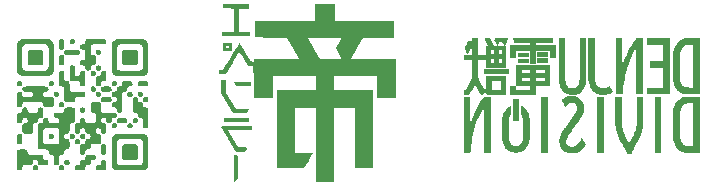
<source format=gbr>
%TF.GenerationSoftware,KiCad,Pcbnew,7.0.9*%
%TF.CreationDate,2024-01-21T19:27:48-06:00*%
%TF.ProjectId,Tei,5465692e-6b69-4636-9164-5f7063625858,1*%
%TF.SameCoordinates,Original*%
%TF.FileFunction,Legend,Bot*%
%TF.FilePolarity,Positive*%
%FSLAX46Y46*%
G04 Gerber Fmt 4.6, Leading zero omitted, Abs format (unit mm)*
G04 Created by KiCad (PCBNEW 7.0.9) date 2024-01-21 19:27:48*
%MOMM*%
%LPD*%
G01*
G04 APERTURE LIST*
G04 Aperture macros list*
%AMRoundRect*
0 Rectangle with rounded corners*
0 $1 Rounding radius*
0 $2 $3 $4 $5 $6 $7 $8 $9 X,Y pos of 4 corners*
0 Add a 4 corners polygon primitive as box body*
4,1,4,$2,$3,$4,$5,$6,$7,$8,$9,$2,$3,0*
0 Add four circle primitives for the rounded corners*
1,1,$1+$1,$2,$3*
1,1,$1+$1,$4,$5*
1,1,$1+$1,$6,$7*
1,1,$1+$1,$8,$9*
0 Add four rect primitives between the rounded corners*
20,1,$1+$1,$2,$3,$4,$5,0*
20,1,$1+$1,$4,$5,$6,$7,0*
20,1,$1+$1,$6,$7,$8,$9,0*
20,1,$1+$1,$8,$9,$2,$3,0*%
G04 Aperture macros list end*
%ADD10R,1.700000X1.700000*%
%ADD11O,1.700000X1.700000*%
%ADD12R,1.600000X1.600000*%
%ADD13O,1.600000X1.600000*%
%ADD14C,2.200000*%
%ADD15C,0.900000*%
%ADD16R,3.800000X3.800000*%
%ADD17C,4.000000*%
%ADD18RoundRect,0.250000X-0.600000X-0.750000X0.600000X-0.750000X0.600000X0.750000X-0.600000X0.750000X0*%
%ADD19O,1.700000X2.000000*%
G04 APERTURE END LIST*
%TO.C,G\u002A\u002A\u002A*%
G36*
X41098630Y21857500D02*
G01*
X43000937Y21857500D01*
X43000937Y20210469D01*
X43000937Y18563437D01*
X42207187Y18563437D01*
X41413437Y18563437D01*
X41413437Y19496094D01*
X41413437Y20428750D01*
X39607656Y20428750D01*
X37801875Y20428750D01*
X37801875Y19853281D01*
X37801875Y19277812D01*
X39448906Y19277812D01*
X41095937Y19277812D01*
X41095937Y15944062D01*
X41095937Y12610312D01*
X40322031Y12610312D01*
X39548125Y12610312D01*
X39548125Y15190000D01*
X39548125Y17769687D01*
X38675000Y17769687D01*
X37801875Y17769687D01*
X37801875Y14634375D01*
X37801875Y11499062D01*
X37008125Y11499062D01*
X36214375Y11499062D01*
X36214375Y14634375D01*
X36214375Y17769687D01*
X35341250Y17769687D01*
X34468125Y17769687D01*
X34468125Y15864687D01*
X34468125Y13959687D01*
X35242031Y13959687D01*
X35274828Y13959661D01*
X35509440Y13957843D01*
X35712629Y13953498D01*
X35872407Y13947088D01*
X35976788Y13939075D01*
X36013784Y13929922D01*
X35995093Y13889518D01*
X35942555Y13791356D01*
X35862471Y13647013D01*
X35761136Y13467832D01*
X35644846Y13265156D01*
X35278061Y12630156D01*
X34099187Y12619644D01*
X32920312Y12609131D01*
X32920312Y15943472D01*
X32920312Y19277812D01*
X34567344Y19277812D01*
X36214375Y19277812D01*
X36214375Y19853281D01*
X36214375Y20428750D01*
X34408594Y20428750D01*
X32602812Y20428750D01*
X32602812Y19496094D01*
X32602812Y18563437D01*
X31789696Y18563437D01*
X30976579Y18563437D01*
X30966180Y20061641D01*
X30965099Y20215983D01*
X30962393Y20571114D01*
X30959584Y20856229D01*
X30956272Y21078114D01*
X30952055Y21243554D01*
X30946532Y21359336D01*
X30939303Y21432244D01*
X30929967Y21469066D01*
X30918123Y21476585D01*
X30903371Y21461587D01*
X30885309Y21430859D01*
X30838224Y21357565D01*
X30770839Y21312305D01*
X30661636Y21301875D01*
X30508435Y21301875D01*
X30145972Y21917031D01*
X30037878Y22099322D01*
X29933740Y22272453D01*
X29849669Y22409529D01*
X29792314Y22499718D01*
X29768325Y22532188D01*
X29767438Y22531596D01*
X29739174Y22490469D01*
X29676607Y22390764D01*
X29585015Y22241159D01*
X29469676Y22050327D01*
X29335867Y21826945D01*
X29188867Y21579688D01*
X28624593Y20627188D01*
X28311828Y20627187D01*
X27999062Y20627187D01*
X27999062Y20785937D01*
X27999062Y20944687D01*
X28174954Y20944687D01*
X28198281Y20944333D01*
X28244185Y20943056D01*
X28283646Y20946292D01*
X28321393Y20960396D01*
X28362152Y20991723D01*
X28410651Y21046629D01*
X28471617Y21131470D01*
X28549780Y21252600D01*
X28649865Y21416375D01*
X28776601Y21629150D01*
X28934715Y21897280D01*
X29128935Y22227122D01*
X29206030Y22357281D01*
X29355956Y22606604D01*
X29491402Y22826885D01*
X29607309Y23010194D01*
X29698619Y23148603D01*
X29760272Y23234180D01*
X29787210Y23258997D01*
X29796703Y23245886D01*
X29842752Y23173344D01*
X29919710Y23047579D01*
X30021419Y22878779D01*
X30141722Y22677128D01*
X30274465Y22452812D01*
X30367652Y22295067D01*
X30495225Y22081610D01*
X30593050Y21923426D01*
X30667333Y21812082D01*
X30724279Y21739146D01*
X30770094Y21696187D01*
X30810982Y21674772D01*
X30853149Y21666470D01*
X30919516Y21663239D01*
X30965649Y21685516D01*
X30975625Y21755389D01*
X30975625Y21856745D01*
X32895577Y21867044D01*
X34815528Y21877344D01*
X34295414Y22779717D01*
X33786141Y23663281D01*
X35583965Y23663281D01*
X36103484Y22760391D01*
X36623004Y21857500D01*
X37533176Y21857500D01*
X38443349Y21857500D01*
X38365429Y21986484D01*
X38346150Y22018858D01*
X38279284Y22133854D01*
X38193342Y22283986D01*
X38102088Y22445278D01*
X37916666Y22775086D01*
X38160386Y23212418D01*
X38172088Y23233472D01*
X38261038Y23397492D01*
X38331023Y23533506D01*
X38375244Y23627873D01*
X38386902Y23666952D01*
X38353993Y23670245D01*
X38249794Y23673211D01*
X38083308Y23675281D01*
X37863653Y23676410D01*
X37599944Y23676555D01*
X37301298Y23675672D01*
X36976833Y23673718D01*
X35583965Y23663281D01*
X33786141Y23663281D01*
X33775299Y23682091D01*
X32444915Y23692530D01*
X31114531Y23702969D01*
X31103694Y24407422D01*
X31092856Y25111875D01*
X33633772Y25111875D01*
X36174687Y25111875D01*
X36174687Y25806406D01*
X36174687Y26500937D01*
X37008125Y26500937D01*
X37841562Y26500937D01*
X37841562Y25806406D01*
X37841562Y25111875D01*
X40361719Y25111875D01*
X42881875Y25111875D01*
X42881875Y24397500D01*
X42881875Y23683125D01*
X41560758Y23683125D01*
X40239642Y23683125D01*
X39717982Y22770313D01*
X39196322Y21857500D01*
X41098630Y21857500D01*
G37*
G36*
X29497266Y13713815D02*
G01*
X29685781Y13701719D01*
X29685781Y12690220D01*
X29685781Y11678722D01*
X29507187Y11591235D01*
X29443208Y11560058D01*
X29356784Y11518633D01*
X29318672Y11501405D01*
X29318260Y11502262D01*
X29315726Y11551108D01*
X29313453Y11667768D01*
X29311529Y11842240D01*
X29310045Y12064519D01*
X29309089Y12324602D01*
X29308750Y12612487D01*
X29308750Y13725912D01*
X29497266Y13713815D01*
G37*
G36*
X30816875Y16003594D02*
G01*
X30816875Y15825000D01*
X29827373Y15825000D01*
X28837871Y15825000D01*
X29256818Y15110625D01*
X29675764Y14396250D01*
X30047882Y14396250D01*
X30138828Y14395140D01*
X30283789Y14387842D01*
X30383136Y14375174D01*
X30420000Y14358831D01*
X30418050Y14347484D01*
X30389162Y14277552D01*
X30336705Y14180237D01*
X30253410Y14039062D01*
X29849947Y14039062D01*
X29446484Y14039062D01*
X28831914Y15077225D01*
X28771409Y15179487D01*
X28622020Y15432452D01*
X28487814Y15660376D01*
X28373856Y15854616D01*
X28285211Y16006528D01*
X28226942Y16107467D01*
X28204115Y16148788D01*
X28220286Y16154356D01*
X28304681Y16161884D01*
X28453044Y16168569D01*
X28656259Y16174176D01*
X28905212Y16178471D01*
X29190791Y16181219D01*
X29503880Y16182187D01*
X30816875Y16182187D01*
X30816875Y16003594D01*
G37*
G36*
X30578750Y16744427D02*
G01*
X30578370Y16718670D01*
X30569208Y16619239D01*
X30551647Y16565189D01*
X30512862Y16558827D01*
X30404217Y16553253D01*
X30236837Y16549281D01*
X30021495Y16547079D01*
X29768960Y16546813D01*
X29490006Y16548652D01*
X28455469Y16559219D01*
X28443265Y16727891D01*
X28431061Y16896562D01*
X29504906Y16896562D01*
X30578750Y16896562D01*
X30578750Y16744427D01*
G37*
G36*
X28425703Y20103503D02*
G01*
X28614219Y20091406D01*
X28634062Y19535781D01*
X28653906Y18980156D01*
X29062912Y18295547D01*
X29471917Y17610937D01*
X30008029Y17610937D01*
X30544141Y17610937D01*
X30454348Y17451172D01*
X30364554Y17291406D01*
X29789088Y17302344D01*
X29213621Y17313281D01*
X28725404Y18140014D01*
X28237187Y18966748D01*
X28237187Y19541173D01*
X28237187Y20115599D01*
X28425703Y20103503D01*
G37*
G36*
X30777187Y19800365D02*
G01*
X30776814Y19774512D01*
X30767866Y19675365D01*
X30750729Y19621771D01*
X30733035Y19616499D01*
X30647544Y19608105D01*
X30504972Y19601387D01*
X30319553Y19596928D01*
X30105518Y19595312D01*
X29486766Y19595312D01*
X29378891Y19773906D01*
X29271017Y19952500D01*
X30024102Y19952500D01*
X30777187Y19952500D01*
X30777187Y19800365D01*
G37*
G36*
X29110312Y22909219D02*
G01*
X29110312Y22571875D01*
X28753125Y22571875D01*
X28395937Y22571875D01*
X28395937Y22909219D01*
X28395937Y22929062D01*
X28634062Y22929062D01*
X28637710Y22866222D01*
X28668793Y22819834D01*
X28753125Y22810000D01*
X28815966Y22813648D01*
X28862353Y22844731D01*
X28872187Y22929062D01*
X28868540Y22991903D01*
X28837457Y23038291D01*
X28753125Y23048125D01*
X28690284Y23044477D01*
X28643897Y23013394D01*
X28634062Y22929062D01*
X28395937Y22929062D01*
X28395937Y23246562D01*
X28753125Y23246562D01*
X29110312Y23246562D01*
X29110312Y22929062D01*
X29110312Y22909219D01*
G37*
G36*
X30618437Y26322344D02*
G01*
X30618437Y26143750D01*
X30162031Y26143750D01*
X29705625Y26143750D01*
X29705625Y25151562D01*
X29705625Y24159375D01*
X30201719Y24159375D01*
X30697812Y24159375D01*
X30697812Y23980781D01*
X30697812Y23802187D01*
X29507187Y23802187D01*
X28316562Y23802187D01*
X28316562Y23980781D01*
X28316562Y24159375D01*
X28812656Y24159375D01*
X29308750Y24159375D01*
X29308750Y25150303D01*
X29308750Y26141231D01*
X28842422Y26152412D01*
X28376094Y26163594D01*
X28363890Y26332266D01*
X28351686Y26500937D01*
X29485062Y26500937D01*
X30618437Y26500937D01*
X30618437Y26322344D01*
G37*
G36*
X62154833Y17579893D02*
G01*
X62154835Y17542700D01*
X62154879Y17369658D01*
X62155003Y17213996D01*
X62155237Y17074569D01*
X62155610Y16950229D01*
X62156154Y16839829D01*
X62156898Y16742224D01*
X62157873Y16656265D01*
X62159108Y16580807D01*
X62160635Y16514704D01*
X62162482Y16456807D01*
X62164681Y16405970D01*
X62167261Y16361048D01*
X62170253Y16320893D01*
X62173686Y16284358D01*
X62177592Y16250296D01*
X62182000Y16217562D01*
X62186940Y16185008D01*
X62192443Y16151488D01*
X62225618Y15989952D01*
X62276014Y15806965D01*
X62341350Y15615133D01*
X62421291Y15415284D01*
X62515505Y15208248D01*
X62623658Y14994852D01*
X62745416Y14775927D01*
X62780490Y14715470D01*
X62841735Y14826328D01*
X62929183Y14987960D01*
X63015831Y15156816D01*
X63091801Y15315707D01*
X63157954Y15466839D01*
X63215154Y15612419D01*
X63264261Y15754657D01*
X63306139Y15895758D01*
X63341648Y16037931D01*
X63371651Y16183384D01*
X63396353Y16315990D01*
X63399694Y17500166D01*
X63403034Y18684343D01*
X63688740Y18684343D01*
X63974446Y18684343D01*
X63974423Y17603342D01*
X63974407Y17479791D01*
X63974303Y17305673D01*
X63974055Y17148381D01*
X63973606Y17006750D01*
X63972899Y16879610D01*
X63971878Y16765794D01*
X63970488Y16664133D01*
X63968671Y16573461D01*
X63966371Y16492609D01*
X63963532Y16420410D01*
X63960098Y16355695D01*
X63956012Y16297296D01*
X63951217Y16244047D01*
X63945659Y16194778D01*
X63939280Y16148322D01*
X63932023Y16103512D01*
X63923833Y16059178D01*
X63914654Y16014155D01*
X63904428Y15967272D01*
X63893100Y15917364D01*
X63883213Y15875293D01*
X63859066Y15780322D01*
X63832464Y15686788D01*
X63802771Y15593254D01*
X63769352Y15498282D01*
X63731570Y15400434D01*
X63688789Y15298272D01*
X63640373Y15190359D01*
X63585686Y15075256D01*
X63524092Y14951526D01*
X63454954Y14817731D01*
X63377637Y14672434D01*
X63291504Y14514197D01*
X63195920Y14341581D01*
X63154825Y14267732D01*
X63114969Y14195834D01*
X63077687Y14128314D01*
X63044297Y14067572D01*
X63016117Y14016003D01*
X62994465Y13976007D01*
X62980659Y13949982D01*
X62940598Y13872600D01*
X62779845Y13872692D01*
X62619091Y13872785D01*
X62573044Y13959454D01*
X62570141Y13964892D01*
X62551778Y13998745D01*
X62526192Y14045312D01*
X62495029Y14101625D01*
X62459934Y14164717D01*
X62422553Y14231622D01*
X62384530Y14299372D01*
X62357227Y14347954D01*
X62276470Y14492366D01*
X62204334Y14622676D01*
X62140067Y14740415D01*
X62082921Y14847112D01*
X62032145Y14944300D01*
X61986990Y15033506D01*
X61946705Y15116263D01*
X61910542Y15194101D01*
X61877748Y15268549D01*
X61847576Y15341137D01*
X61819275Y15413398D01*
X61792095Y15486859D01*
X61765286Y15563053D01*
X61751154Y15605116D01*
X61715035Y15721976D01*
X61682215Y15841513D01*
X61654403Y15957248D01*
X61633313Y16062704D01*
X61628888Y16088068D01*
X61623047Y16122219D01*
X61617812Y16154506D01*
X61613147Y16186073D01*
X61609014Y16218067D01*
X61605376Y16251634D01*
X61602195Y16287919D01*
X61599434Y16328067D01*
X61597055Y16373226D01*
X61595021Y16424540D01*
X61593295Y16483155D01*
X61591839Y16550217D01*
X61590615Y16626873D01*
X61589587Y16714267D01*
X61588716Y16813545D01*
X61587966Y16925853D01*
X61587298Y17052338D01*
X61586676Y17194144D01*
X61586061Y17352418D01*
X61585418Y17528305D01*
X61581226Y18684343D01*
X61868013Y18684343D01*
X62154800Y18684343D01*
X62154833Y17579893D01*
G37*
G36*
X57994667Y18751315D02*
G01*
X58065672Y18745882D01*
X58123534Y18737548D01*
X58234670Y18710291D01*
X58366237Y18662464D01*
X58486470Y18600242D01*
X58594823Y18524024D01*
X58690748Y18434207D01*
X58773698Y18331187D01*
X58843126Y18215362D01*
X58868756Y18162458D01*
X58910862Y18055508D01*
X58939362Y17947526D01*
X58955387Y17833612D01*
X58960068Y17708863D01*
X58958907Y17655792D01*
X58947911Y17532552D01*
X58924361Y17415446D01*
X58887029Y17299293D01*
X58834692Y17178915D01*
X58827687Y17164671D01*
X58820107Y17149893D01*
X58811623Y17134255D01*
X58801655Y17116905D01*
X58789619Y17096991D01*
X58774934Y17073663D01*
X58757018Y17046067D01*
X58735287Y17013353D01*
X58709160Y16974669D01*
X58678055Y16929164D01*
X58641389Y16875985D01*
X58598581Y16814281D01*
X58549047Y16743201D01*
X58492206Y16661892D01*
X58427476Y16569504D01*
X58354273Y16465184D01*
X58272017Y16348081D01*
X58180124Y16217344D01*
X58078013Y16072120D01*
X58031987Y16006644D01*
X57955352Y15897484D01*
X57888351Y15801801D01*
X57830192Y15718413D01*
X57780084Y15646142D01*
X57737234Y15583805D01*
X57700852Y15530225D01*
X57670144Y15484220D01*
X57644320Y15444610D01*
X57622586Y15410216D01*
X57604152Y15379856D01*
X57588226Y15352352D01*
X57574016Y15326522D01*
X57560729Y15301187D01*
X57557671Y15295201D01*
X57508403Y15187066D01*
X57472133Y15082921D01*
X57449306Y14984658D01*
X57440369Y14894165D01*
X57445765Y14813335D01*
X57450945Y14786944D01*
X57478643Y14702714D01*
X57520900Y14629623D01*
X57576840Y14568334D01*
X57645587Y14519510D01*
X57726264Y14483814D01*
X57817995Y14461910D01*
X57919904Y14454462D01*
X57982450Y14457271D01*
X58089282Y14475463D01*
X58189902Y14509852D01*
X58281506Y14559622D01*
X58301384Y14573441D01*
X58378827Y14639323D01*
X58453912Y14722257D01*
X58525739Y14820913D01*
X58593412Y14933964D01*
X58656031Y15060079D01*
X58712700Y15197929D01*
X58720886Y15219006D01*
X58733996Y15248998D01*
X58744401Y15268128D01*
X58750378Y15272966D01*
X58754264Y15267041D01*
X58766174Y15245995D01*
X58784460Y15212238D01*
X58807960Y15168024D01*
X58835511Y15115609D01*
X58865954Y15057248D01*
X58898124Y14995196D01*
X58930861Y14931708D01*
X58963003Y14869039D01*
X58993387Y14809445D01*
X59020853Y14755180D01*
X59044237Y14708500D01*
X59062379Y14671659D01*
X59074116Y14646913D01*
X59078286Y14636517D01*
X59077398Y14631759D01*
X59068366Y14610469D01*
X59050830Y14577518D01*
X59026325Y14535574D01*
X58996387Y14487305D01*
X58962551Y14435377D01*
X58908227Y14358231D01*
X58813475Y14243002D01*
X58713322Y14145084D01*
X58606680Y14063793D01*
X58492459Y13998449D01*
X58369570Y13948368D01*
X58236922Y13912868D01*
X58093427Y13891269D01*
X58093111Y13891237D01*
X58023531Y13887132D01*
X57942764Y13886855D01*
X57857894Y13890135D01*
X57776003Y13896698D01*
X57704173Y13906272D01*
X57580237Y13934589D01*
X57451389Y13980840D01*
X57332024Y14042166D01*
X57223510Y14117853D01*
X57127216Y14207187D01*
X57086240Y14254022D01*
X57010675Y14360758D01*
X56950239Y14476884D01*
X56905030Y14601117D01*
X56875145Y14732174D01*
X56860680Y14868769D01*
X56861731Y15009620D01*
X56878397Y15153441D01*
X56910772Y15298950D01*
X56958955Y15444863D01*
X57023042Y15589895D01*
X57036347Y15616185D01*
X57051984Y15645963D01*
X57068337Y15675490D01*
X57086349Y15706164D01*
X57106964Y15739383D01*
X57131128Y15776543D01*
X57159785Y15819043D01*
X57193879Y15868278D01*
X57234355Y15925647D01*
X57282157Y15992546D01*
X57338229Y16070374D01*
X57403517Y16160527D01*
X57478964Y16264402D01*
X57554499Y16368404D01*
X57665859Y16522237D01*
X57766771Y16662449D01*
X57857729Y16789894D01*
X57939227Y16905425D01*
X58011760Y17009894D01*
X58075823Y17104155D01*
X58131909Y17189060D01*
X58180514Y17265462D01*
X58222132Y17334214D01*
X58257258Y17396168D01*
X58286386Y17452178D01*
X58310011Y17503096D01*
X58328627Y17549775D01*
X58342729Y17593068D01*
X58352811Y17633828D01*
X58359368Y17672907D01*
X58362894Y17711158D01*
X58363885Y17749435D01*
X58362834Y17788590D01*
X58356703Y17850862D01*
X58335554Y17935957D01*
X58300000Y18009118D01*
X58249854Y18070613D01*
X58184933Y18120709D01*
X58105050Y18159672D01*
X58094814Y18163262D01*
X58044499Y18175193D01*
X57983621Y18183052D01*
X57918455Y18186454D01*
X57855274Y18185014D01*
X57800352Y18178349D01*
X57796198Y18177529D01*
X57704656Y18149860D01*
X57621769Y18105769D01*
X57548212Y18045800D01*
X57484657Y17970498D01*
X57431778Y17880407D01*
X57414646Y17845817D01*
X57398245Y17814091D01*
X57386286Y17792536D01*
X57380576Y17784537D01*
X57377606Y17788614D01*
X57366966Y17807095D01*
X57349821Y17838441D01*
X57327339Y17880403D01*
X57300688Y17930731D01*
X57271034Y17987175D01*
X57239546Y18047485D01*
X57207390Y18109412D01*
X57175733Y18170705D01*
X57145745Y18229114D01*
X57118590Y18282390D01*
X57095438Y18328283D01*
X57077456Y18364542D01*
X57065810Y18388918D01*
X57061669Y18399161D01*
X57062072Y18400629D01*
X57071500Y18413514D01*
X57091140Y18435135D01*
X57117924Y18462488D01*
X57148788Y18492568D01*
X57180665Y18522373D01*
X57210488Y18548899D01*
X57235192Y18569142D01*
X57257497Y18585304D01*
X57340319Y18634577D01*
X57435769Y18677645D01*
X57539470Y18712712D01*
X57647040Y18737984D01*
X57687052Y18743926D01*
X57756712Y18750151D01*
X57834796Y18753455D01*
X57915911Y18753841D01*
X57994667Y18751315D01*
G37*
G36*
X68748670Y16315510D02*
G01*
X68748670Y13946677D01*
X68108512Y13949806D01*
X67468353Y13952936D01*
X67375226Y13978310D01*
X67354963Y13984058D01*
X67226783Y14031568D01*
X67106036Y14096131D01*
X66993440Y14177307D01*
X66889713Y14274659D01*
X66855207Y14312949D01*
X66763610Y14432296D01*
X66682967Y14564873D01*
X66614197Y14708594D01*
X66558222Y14861371D01*
X66515959Y15021118D01*
X66488328Y15185746D01*
X66486597Y15206421D01*
X66485011Y15239962D01*
X66483652Y15286285D01*
X66482514Y15345986D01*
X66481594Y15419664D01*
X66480888Y15507916D01*
X66480394Y15611340D01*
X66480106Y15730533D01*
X66480022Y15866094D01*
X66480138Y16018620D01*
X66480450Y16188708D01*
X66480927Y16367161D01*
X67060441Y16367161D01*
X67060467Y16242291D01*
X67060634Y16118431D01*
X67060943Y15997192D01*
X67061394Y15880183D01*
X67061987Y15769015D01*
X67062721Y15665298D01*
X67063597Y15570642D01*
X67064614Y15486657D01*
X67065773Y15414954D01*
X67067073Y15357142D01*
X67068514Y15314832D01*
X67070096Y15289634D01*
X67086434Y15179571D01*
X67119106Y15048600D01*
X67164543Y14924900D01*
X67221383Y14812756D01*
X67230697Y14798240D01*
X67256280Y14763441D01*
X67287942Y14724621D01*
X67320894Y14687794D01*
X67344038Y14664446D01*
X67418450Y14603734D01*
X67497663Y14560397D01*
X67583185Y14533550D01*
X67607685Y14529463D01*
X67643531Y14525878D01*
X67690368Y14523214D01*
X67750138Y14521392D01*
X67824779Y14520332D01*
X67916230Y14519956D01*
X68185894Y14519793D01*
X68185894Y16315990D01*
X68185894Y18112186D01*
X67901786Y18112186D01*
X67899763Y18112186D01*
X67813070Y18111980D01*
X67742886Y18111313D01*
X67687008Y18110094D01*
X67643235Y18108229D01*
X67609367Y18105624D01*
X67583202Y18102187D01*
X67562539Y18097824D01*
X67498722Y18075924D01*
X67417501Y18031570D01*
X67342408Y17971358D01*
X67274326Y17896626D01*
X67214139Y17808711D01*
X67162729Y17708951D01*
X67120981Y17598682D01*
X67089776Y17479243D01*
X67069999Y17351970D01*
X67069547Y17346901D01*
X67068006Y17317189D01*
X67066609Y17270776D01*
X67065354Y17209271D01*
X67064242Y17134285D01*
X67063272Y17047428D01*
X67062445Y16950310D01*
X67061760Y16844541D01*
X67061217Y16731731D01*
X67060816Y16613491D01*
X67060558Y16491431D01*
X67060441Y16367161D01*
X66480927Y16367161D01*
X66480953Y16376957D01*
X66484295Y17479062D01*
X66509794Y17594139D01*
X66515944Y17621092D01*
X66561955Y17786330D01*
X66619353Y17939835D01*
X66687580Y18080950D01*
X66766078Y18209017D01*
X66854288Y18323380D01*
X66951650Y18423380D01*
X67057607Y18508361D01*
X67171599Y18577665D01*
X67293068Y18630636D01*
X67421455Y18666615D01*
X67435521Y18669386D01*
X67454125Y18672496D01*
X67474758Y18675139D01*
X67498940Y18677353D01*
X67528193Y18679175D01*
X67564037Y18680644D01*
X67607994Y18681798D01*
X67661584Y18682674D01*
X67726329Y18683310D01*
X67803749Y18683745D01*
X67895366Y18684016D01*
X68002699Y18684162D01*
X68127271Y18684220D01*
X68748670Y18684343D01*
X68748670Y18112186D01*
X68748670Y16315510D01*
G37*
G36*
X65503323Y16315990D02*
G01*
X65503323Y13947637D01*
X65221935Y13947637D01*
X64940546Y13947637D01*
X64940546Y16315990D01*
X64940546Y18684343D01*
X65221935Y18684343D01*
X65503323Y18684343D01*
X65503323Y16315990D01*
G37*
G36*
X60616543Y16315990D02*
G01*
X60616543Y13947637D01*
X60335155Y13947637D01*
X60053767Y13947637D01*
X60053767Y16315990D01*
X60053767Y18684343D01*
X60335155Y18684343D01*
X60616543Y18684343D01*
X60616543Y16315990D01*
G37*
G36*
X55889217Y16320680D02*
G01*
X55889217Y13947637D01*
X55607829Y13947637D01*
X55326440Y13947637D01*
X55326440Y16320680D01*
X55326440Y18693723D01*
X55607829Y18693723D01*
X55889217Y18693723D01*
X55889217Y16320680D01*
G37*
G36*
X52765805Y17582323D02*
G01*
X52765805Y17240326D01*
X52723617Y17177421D01*
X52713221Y17161306D01*
X52669482Y17078283D01*
X52632239Y16981379D01*
X52602877Y16874077D01*
X52600265Y16862232D01*
X52597088Y16846591D01*
X52594324Y16830340D01*
X52591944Y16812180D01*
X52589920Y16790817D01*
X52588223Y16764954D01*
X52586824Y16733294D01*
X52585694Y16694542D01*
X52584805Y16647401D01*
X52584128Y16590574D01*
X52583633Y16522766D01*
X52583294Y16442681D01*
X52583079Y16349021D01*
X52582962Y16240491D01*
X52582912Y16115794D01*
X52582902Y15973634D01*
X52582902Y15957524D01*
X52582908Y15811057D01*
X52582979Y15681887D01*
X52583193Y15568688D01*
X52583629Y15470134D01*
X52584365Y15384901D01*
X52585478Y15311662D01*
X52587046Y15249092D01*
X52589147Y15195865D01*
X52591860Y15150655D01*
X52595261Y15112136D01*
X52599429Y15078984D01*
X52604442Y15049871D01*
X52610377Y15023473D01*
X52617313Y14998464D01*
X52625328Y14973518D01*
X52634499Y14947309D01*
X52644904Y14918512D01*
X52683503Y14827774D01*
X52738296Y14735613D01*
X52803160Y14659144D01*
X52877948Y14598483D01*
X52962513Y14553746D01*
X53056709Y14525048D01*
X53160388Y14512505D01*
X53234364Y14513001D01*
X53329024Y14526295D01*
X53414210Y14554839D01*
X53491511Y14599218D01*
X53562522Y14660014D01*
X53573808Y14671629D01*
X53619402Y14724319D01*
X53656477Y14779257D01*
X53688346Y14841928D01*
X53718325Y14917817D01*
X53721580Y14926918D01*
X53732255Y14956989D01*
X53741585Y14984523D01*
X53749669Y15010938D01*
X53756604Y15037656D01*
X53762487Y15066094D01*
X53767416Y15097674D01*
X53771489Y15133815D01*
X53774803Y15175937D01*
X53777455Y15225460D01*
X53779543Y15283803D01*
X53781165Y15352386D01*
X53782418Y15432629D01*
X53783399Y15525952D01*
X53784207Y15633774D01*
X53784938Y15757516D01*
X53785690Y15898597D01*
X53785725Y15905263D01*
X53786430Y16053863D01*
X53786857Y16185111D01*
X53786967Y16300356D01*
X53786718Y16400946D01*
X53786071Y16488229D01*
X53784984Y16563555D01*
X53783417Y16628272D01*
X53781329Y16683728D01*
X53778679Y16731273D01*
X53775428Y16772255D01*
X53771533Y16808022D01*
X53766955Y16839924D01*
X53761653Y16869309D01*
X53755586Y16897526D01*
X53754025Y16904175D01*
X53732810Y16978658D01*
X53705419Y17053547D01*
X53674415Y17122474D01*
X53642359Y17179071D01*
X53600591Y17242663D01*
X53600591Y17579571D01*
X53600591Y17916479D01*
X53621695Y17909922D01*
X53625022Y17908775D01*
X53646549Y17899767D01*
X53677772Y17885367D01*
X53713146Y17868107D01*
X53723560Y17862807D01*
X53837019Y17793727D01*
X53940982Y17709037D01*
X54034788Y17609626D01*
X54117780Y17496381D01*
X54189299Y17370192D01*
X54248686Y17231948D01*
X54295283Y17082537D01*
X54297184Y17075166D01*
X54306451Y17038492D01*
X54314605Y17004058D01*
X54321717Y16970464D01*
X54327858Y16936310D01*
X54333100Y16900196D01*
X54337515Y16860722D01*
X54341173Y16816489D01*
X54344145Y16766096D01*
X54346504Y16708143D01*
X54348321Y16641230D01*
X54349667Y16563959D01*
X54350613Y16474927D01*
X54351231Y16372737D01*
X54351592Y16255987D01*
X54351767Y16123277D01*
X54351828Y15973209D01*
X54351834Y15904328D01*
X54351781Y15765550D01*
X54351596Y15643474D01*
X54351226Y15536684D01*
X54350619Y15443766D01*
X54349722Y15363305D01*
X54348482Y15293885D01*
X54346848Y15234092D01*
X54344768Y15182511D01*
X54342187Y15137726D01*
X54339055Y15098322D01*
X54335319Y15062884D01*
X54330926Y15029998D01*
X54325824Y14998248D01*
X54319961Y14966219D01*
X54313284Y14932497D01*
X54311347Y14923080D01*
X54271209Y14769594D01*
X54217505Y14627004D01*
X54150906Y14496007D01*
X54072085Y14377303D01*
X53981714Y14271593D01*
X53880467Y14179574D01*
X53769017Y14101947D01*
X53648035Y14039411D01*
X53518195Y13992666D01*
X53380170Y13962410D01*
X53335768Y13956438D01*
X53197606Y13948006D01*
X53058969Y13954076D01*
X52923446Y13974178D01*
X52794623Y14007842D01*
X52676090Y14054599D01*
X52598398Y14094387D01*
X52525627Y14139846D01*
X52458498Y14192224D01*
X52390248Y14256294D01*
X52379104Y14267671D01*
X52290873Y14371300D01*
X52214833Y14487106D01*
X52150273Y14616309D01*
X52096482Y14760127D01*
X52092174Y14773691D01*
X52077406Y14822987D01*
X52064331Y14872168D01*
X52052863Y14922583D01*
X52042913Y14975580D01*
X52034394Y15032505D01*
X52027219Y15094706D01*
X52021301Y15163532D01*
X52016552Y15240329D01*
X52012885Y15326446D01*
X52010213Y15423230D01*
X52008448Y15532029D01*
X52007503Y15654191D01*
X52007291Y15791063D01*
X52007723Y15943993D01*
X52008714Y16114328D01*
X52009438Y16215721D01*
X52010462Y16341157D01*
X52011600Y16450571D01*
X52012954Y16545553D01*
X52014627Y16627690D01*
X52016719Y16698574D01*
X52019331Y16759793D01*
X52022566Y16812937D01*
X52026525Y16859595D01*
X52031309Y16901358D01*
X52037020Y16939813D01*
X52043759Y16976551D01*
X52051628Y17013161D01*
X52060728Y17051233D01*
X52071161Y17092355D01*
X52106291Y17209674D01*
X52161890Y17348364D01*
X52229302Y17475552D01*
X52307755Y17590267D01*
X52396479Y17691538D01*
X52494702Y17778393D01*
X52601654Y17849862D01*
X52716562Y17904973D01*
X52765805Y17924320D01*
X52765805Y17582323D01*
G37*
G36*
X49307035Y17518926D02*
G01*
X49307082Y17495673D01*
X49307434Y17326200D01*
X49307769Y17174444D01*
X49308103Y17039479D01*
X49308454Y16920382D01*
X49308838Y16816229D01*
X49309271Y16726096D01*
X49309771Y16649059D01*
X49310353Y16584194D01*
X49311035Y16530578D01*
X49311833Y16487285D01*
X49312764Y16453393D01*
X49313844Y16427976D01*
X49315090Y16410113D01*
X49316518Y16398877D01*
X49318145Y16393346D01*
X49319988Y16392595D01*
X49322064Y16395701D01*
X49324389Y16401739D01*
X49326979Y16409786D01*
X49343016Y16459183D01*
X49365137Y16524166D01*
X49391662Y16599918D01*
X49421355Y16683031D01*
X49452979Y16770100D01*
X49485295Y16857718D01*
X49517066Y16942480D01*
X49547056Y17020978D01*
X49574026Y17089808D01*
X49597220Y17147422D01*
X49685067Y17355572D01*
X49775961Y17555860D01*
X49869156Y17746952D01*
X49963904Y17927514D01*
X50059458Y18096214D01*
X50155071Y18251718D01*
X50249996Y18392692D01*
X50343485Y18517804D01*
X50434791Y18625720D01*
X50488132Y18684343D01*
X50764044Y18684343D01*
X51039956Y18684343D01*
X51039956Y16315990D01*
X51039956Y13947637D01*
X50758589Y13947637D01*
X50477223Y13947637D01*
X50474856Y15910321D01*
X50472489Y17873006D01*
X50397933Y17746517D01*
X50353688Y17669732D01*
X50267899Y17511711D01*
X50182129Y17342366D01*
X50098632Y17166370D01*
X50019661Y16988394D01*
X49947473Y16813110D01*
X49925452Y16756579D01*
X49821180Y16466920D01*
X49725138Y16162413D01*
X49637744Y15844926D01*
X49559418Y15516328D01*
X49490580Y15178487D01*
X49431648Y14833272D01*
X49383042Y14482552D01*
X49345180Y14128194D01*
X49328752Y13947637D01*
X49035351Y13947637D01*
X48741950Y13947637D01*
X48741950Y16315990D01*
X48741950Y18684343D01*
X49023302Y18684343D01*
X49304653Y18684343D01*
X49307035Y17518926D01*
G37*
G36*
X53469276Y17563479D02*
G01*
X53469276Y16667725D01*
X53183198Y16667725D01*
X52897120Y16667725D01*
X52897120Y17563479D01*
X52897120Y18459232D01*
X53183198Y18459232D01*
X53469276Y18459232D01*
X53469276Y17563479D01*
G37*
G36*
X59868538Y21903896D02*
G01*
X59868618Y21857050D01*
X59868989Y21648287D01*
X59869357Y21457275D01*
X59869731Y21283184D01*
X59870120Y21125182D01*
X59870532Y20982439D01*
X59870975Y20854124D01*
X59871459Y20739405D01*
X59871992Y20637452D01*
X59872582Y20547434D01*
X59873238Y20468520D01*
X59873969Y20399880D01*
X59874784Y20340681D01*
X59875690Y20290094D01*
X59876697Y20247287D01*
X59877814Y20211430D01*
X59879048Y20181691D01*
X59880409Y20157241D01*
X59881905Y20137246D01*
X59883544Y20120878D01*
X59885336Y20107305D01*
X59887289Y20095695D01*
X59900594Y20031294D01*
X59937776Y19897791D01*
X59984984Y19780134D01*
X60042229Y19678309D01*
X60109524Y19592303D01*
X60186880Y19522102D01*
X60274309Y19467692D01*
X60371823Y19429059D01*
X60479435Y19406189D01*
X60579479Y19401440D01*
X60682048Y19412871D01*
X60782525Y19439494D01*
X60877558Y19480152D01*
X60963794Y19533688D01*
X61037880Y19598943D01*
X61043647Y19605006D01*
X61066380Y19628155D01*
X61082850Y19643729D01*
X61089818Y19648629D01*
X61091279Y19646049D01*
X61100218Y19629533D01*
X61116325Y19599492D01*
X61138529Y19557930D01*
X61165761Y19506850D01*
X61196952Y19448256D01*
X61231031Y19384149D01*
X61370017Y19122545D01*
X61337981Y19095865D01*
X61227704Y19015380D01*
X61103928Y18946128D01*
X60970923Y18890436D01*
X60831656Y18849544D01*
X60689094Y18824691D01*
X60672066Y18822894D01*
X60540627Y18818577D01*
X60404734Y18829792D01*
X60268511Y18855781D01*
X60136079Y18895788D01*
X60011561Y18949056D01*
X59947872Y18983508D01*
X59830262Y19062745D01*
X59724098Y19156588D01*
X59629335Y19265109D01*
X59545929Y19388376D01*
X59473836Y19526461D01*
X59413011Y19679433D01*
X59363409Y19847362D01*
X59324987Y20030318D01*
X59323820Y20037416D01*
X59321936Y20050814D01*
X59320209Y20066369D01*
X59318631Y20084911D01*
X59317193Y20107270D01*
X59315887Y20134276D01*
X59314704Y20166759D01*
X59313635Y20205550D01*
X59312673Y20251478D01*
X59311808Y20305373D01*
X59311031Y20368066D01*
X59310335Y20440388D01*
X59309710Y20523167D01*
X59309148Y20617234D01*
X59308641Y20723419D01*
X59308179Y20842553D01*
X59307755Y20975465D01*
X59307359Y21122986D01*
X59306984Y21285945D01*
X59306620Y21465174D01*
X59306258Y21661501D01*
X59305891Y21875757D01*
X59302969Y23627400D01*
X59584285Y23627400D01*
X59865602Y23627400D01*
X59868538Y21903896D01*
G37*
G36*
X57364475Y21842929D02*
G01*
X57364826Y21663618D01*
X57365240Y21462249D01*
X57365651Y21278154D01*
X57366066Y21110517D01*
X57366493Y20958525D01*
X57366942Y20821363D01*
X57367421Y20698215D01*
X57367938Y20588267D01*
X57368502Y20490704D01*
X57369122Y20404712D01*
X57369806Y20329475D01*
X57370562Y20264179D01*
X57371399Y20208010D01*
X57372326Y20160152D01*
X57373351Y20119791D01*
X57374482Y20086111D01*
X57375729Y20058299D01*
X57377099Y20035540D01*
X57378602Y20017018D01*
X57380245Y20001918D01*
X57382038Y19989427D01*
X57383988Y19978730D01*
X57410304Y19867550D01*
X57441743Y19771868D01*
X57479505Y19689147D01*
X57524821Y19616687D01*
X57578926Y19551790D01*
X57619732Y19512496D01*
X57695692Y19457074D01*
X57778579Y19418308D01*
X57869982Y19395535D01*
X57971492Y19388091D01*
X58026463Y19390070D01*
X58119567Y19404588D01*
X58203275Y19434026D01*
X58279994Y19479352D01*
X58352133Y19541539D01*
X58376201Y19566898D01*
X58433606Y19640797D01*
X58479569Y19723645D01*
X58516672Y19819806D01*
X58519955Y19829938D01*
X58526177Y19848946D01*
X58531881Y19866727D01*
X58537088Y19884114D01*
X58541821Y19901938D01*
X58546104Y19921033D01*
X58549957Y19942232D01*
X58553405Y19966368D01*
X58556469Y19994273D01*
X58559172Y20026779D01*
X58561537Y20064721D01*
X58563586Y20108930D01*
X58565341Y20160240D01*
X58566827Y20219482D01*
X58568063Y20287491D01*
X58569075Y20365098D01*
X58569883Y20453137D01*
X58570511Y20552439D01*
X58570982Y20663839D01*
X58571317Y20788169D01*
X58571539Y20926261D01*
X58571671Y21078949D01*
X58571736Y21247065D01*
X58571755Y21431441D01*
X58571752Y21632911D01*
X58571749Y21852308D01*
X58571787Y23627400D01*
X58857865Y23627400D01*
X59143944Y23627400D01*
X59143936Y21880447D01*
X59143912Y21722171D01*
X59143786Y21491030D01*
X59143551Y21275876D01*
X59143210Y21076938D01*
X59142764Y20894447D01*
X59142213Y20728636D01*
X59141559Y20579734D01*
X59140803Y20447974D01*
X59139947Y20333586D01*
X59138991Y20236801D01*
X59137938Y20157850D01*
X59136787Y20096966D01*
X59135540Y20054378D01*
X59134199Y20030318D01*
X59113955Y19879585D01*
X59078398Y19720970D01*
X59029609Y19572590D01*
X58968112Y19435219D01*
X58894430Y19309632D01*
X58809085Y19196604D01*
X58712600Y19096910D01*
X58605498Y19011325D01*
X58488303Y18940624D01*
X58361538Y18885580D01*
X58356090Y18883654D01*
X58267861Y18857077D01*
X58172151Y18835594D01*
X58079357Y18821564D01*
X58073268Y18820979D01*
X58029742Y18819213D01*
X57974347Y18819790D01*
X57912762Y18822406D01*
X57850666Y18826753D01*
X57793740Y18832527D01*
X57747662Y18839421D01*
X57738866Y18841126D01*
X57602326Y18877277D01*
X57474554Y18929581D01*
X57356093Y18997359D01*
X57247488Y19079929D01*
X57149281Y19176609D01*
X57062016Y19286720D01*
X56986238Y19409580D01*
X56922491Y19544509D01*
X56871317Y19690825D01*
X56833261Y19847848D01*
X56808866Y20014897D01*
X56808157Y20024392D01*
X56806823Y20057335D01*
X56805592Y20108864D01*
X56804465Y20178866D01*
X56803442Y20267227D01*
X56802525Y20373831D01*
X56801713Y20498565D01*
X56801007Y20641314D01*
X56800409Y20801963D01*
X56799918Y20980399D01*
X56799534Y21176507D01*
X56799260Y21390172D01*
X56799095Y21621280D01*
X56799040Y21869716D01*
X56799040Y23627400D01*
X57080044Y23627400D01*
X57361048Y23627400D01*
X57364475Y21842929D01*
G37*
G36*
X56095569Y20489919D02*
G01*
X56095569Y20278878D01*
X56095569Y19603545D01*
X55485894Y19603545D01*
X54876219Y19603545D01*
X54876219Y19209601D01*
X54876219Y18815658D01*
X53797563Y18815658D01*
X52718907Y18815658D01*
X52718907Y19195532D01*
X52718907Y19575406D01*
X52958087Y19575406D01*
X53197267Y19575406D01*
X53197267Y19420643D01*
X53197267Y19265879D01*
X53797563Y19265879D01*
X54397858Y19265879D01*
X54397858Y19434712D01*
X54397858Y19603545D01*
X53783493Y19603545D01*
X53169128Y19603545D01*
X53169128Y20025628D01*
X53656868Y20025628D01*
X54027363Y20025628D01*
X54397858Y20025628D01*
X54397858Y20152253D01*
X54397858Y20278878D01*
X54876219Y20278878D01*
X54876219Y20152253D01*
X54876219Y20025628D01*
X55242024Y20025628D01*
X55607829Y20025628D01*
X55607829Y20152253D01*
X55607829Y20278878D01*
X55242024Y20278878D01*
X54876219Y20278878D01*
X54397858Y20278878D01*
X54027363Y20278878D01*
X53656868Y20278878D01*
X53656868Y20152253D01*
X53656868Y20025628D01*
X53169128Y20025628D01*
X53169128Y20489919D01*
X53169128Y20700960D01*
X53656868Y20700960D01*
X54027363Y20700960D01*
X54397858Y20700960D01*
X54397858Y20827585D01*
X54397858Y20954210D01*
X54876219Y20954210D01*
X54876219Y20827585D01*
X54876219Y20700960D01*
X55242024Y20700960D01*
X55607829Y20700960D01*
X55607829Y20827585D01*
X55607829Y20954210D01*
X55242024Y20954210D01*
X54876219Y20954210D01*
X54397858Y20954210D01*
X54027363Y20954210D01*
X53656868Y20954210D01*
X53656868Y20827585D01*
X53656868Y20700960D01*
X53169128Y20700960D01*
X53169128Y21376293D01*
X54632348Y21376293D01*
X56095569Y21376293D01*
X56095569Y20954210D01*
X56095569Y20489919D01*
G37*
G36*
X52343722Y18815556D02*
G01*
X51515971Y18817951D01*
X50688220Y18820347D01*
X50683530Y19045403D01*
X50679326Y19247120D01*
X51142928Y19247120D01*
X51518316Y19247120D01*
X51893704Y19247120D01*
X51891258Y19643409D01*
X51888811Y20039697D01*
X51518316Y20039697D01*
X51147821Y20039697D01*
X51145374Y19643409D01*
X51142928Y19247120D01*
X50679326Y19247120D01*
X50678840Y19270459D01*
X50642389Y19200167D01*
X50628937Y19174741D01*
X50606287Y19132881D01*
X50578634Y19082455D01*
X50548294Y19027678D01*
X50517579Y18972766D01*
X50429220Y18815658D01*
X50328432Y18815658D01*
X50227645Y18815658D01*
X49974882Y19270263D01*
X49943980Y19325733D01*
X49898393Y19407148D01*
X49855972Y19482421D01*
X49817559Y19550084D01*
X49783997Y19608667D01*
X49756129Y19656701D01*
X49734799Y19692719D01*
X49720848Y19715251D01*
X49715120Y19722829D01*
X49712680Y19719655D01*
X49701844Y19702124D01*
X49683273Y19670581D01*
X49657816Y19626517D01*
X49626326Y19571423D01*
X49589653Y19506791D01*
X49548647Y19434110D01*
X49504160Y19354872D01*
X49457042Y19270569D01*
X49205964Y18820347D01*
X48973957Y18817839D01*
X48741950Y18815330D01*
X48741950Y19044942D01*
X48741950Y19274555D01*
X48827893Y19277252D01*
X48913837Y19279949D01*
X49189008Y19775073D01*
X49464180Y20270197D01*
X49464180Y21034286D01*
X49464180Y21798375D01*
X49131204Y21798375D01*
X48798227Y21798375D01*
X48798227Y22023486D01*
X48798227Y22248597D01*
X49131204Y22248597D01*
X49464180Y22248597D01*
X49464180Y22611799D01*
X49464100Y22704010D01*
X49463820Y22780103D01*
X49463284Y22840446D01*
X49462437Y22886553D01*
X49461225Y22919937D01*
X49459592Y22942111D01*
X49457483Y22954587D01*
X49454843Y22958879D01*
X49451616Y22956500D01*
X49444504Y22944637D01*
X49429322Y22918217D01*
X49407236Y22879290D01*
X49379353Y22829822D01*
X49346784Y22771781D01*
X49310636Y22707135D01*
X49272018Y22637851D01*
X49233690Y22569177D01*
X49197731Y22505131D01*
X49165401Y22447930D01*
X49137790Y22399488D01*
X49115990Y22361719D01*
X49101091Y22336536D01*
X49094184Y22325853D01*
X49089004Y22325833D01*
X49080026Y22334537D01*
X49066438Y22353291D01*
X49047413Y22383403D01*
X49022124Y22426184D01*
X48989743Y22482942D01*
X48949445Y22554987D01*
X48923720Y22601403D01*
X48889797Y22663298D01*
X48863875Y22711812D01*
X48845108Y22748710D01*
X48832653Y22775754D01*
X48825664Y22794708D01*
X48823296Y22807334D01*
X48824706Y22815398D01*
X48830145Y22825666D01*
X48844041Y22850917D01*
X48865083Y22888724D01*
X48892154Y22937091D01*
X48924136Y22994023D01*
X48959911Y23057522D01*
X48998361Y23125591D01*
X49162817Y23416359D01*
X49313498Y23418936D01*
X49464180Y23421514D01*
X49464180Y23524457D01*
X49464180Y23627400D01*
X49703360Y23627400D01*
X49942541Y23627400D01*
X49942541Y22937999D01*
X49942541Y22248597D01*
X50280207Y22248597D01*
X50617873Y22248597D01*
X50617873Y22023486D01*
X50617873Y21798375D01*
X50280207Y21798375D01*
X49942541Y21798375D01*
X49942518Y21055041D01*
X49942496Y20311706D01*
X50230941Y19793506D01*
X50519387Y19275305D01*
X50601459Y19275282D01*
X50683530Y19275259D01*
X50683530Y19870864D01*
X50683530Y20466470D01*
X51513626Y20466470D01*
X52343722Y20466470D01*
X52343722Y19641013D01*
X52343722Y19247120D01*
X52343722Y18815556D01*
G37*
G36*
X68748670Y21259524D02*
G01*
X68748670Y18890694D01*
X68129220Y18890694D01*
X68040932Y18890718D01*
X67926344Y18890855D01*
X67828067Y18891140D01*
X67744646Y18891605D01*
X67674626Y18892281D01*
X67616551Y18893199D01*
X67568967Y18894391D01*
X67530418Y18895887D01*
X67499449Y18897719D01*
X67474606Y18899918D01*
X67454432Y18902516D01*
X67437474Y18905544D01*
X67355154Y18925396D01*
X67240073Y18965260D01*
X67133880Y19018447D01*
X67033185Y19086756D01*
X66934595Y19171983D01*
X66918934Y19187185D01*
X66822050Y19293511D01*
X66737219Y19409950D01*
X66663768Y19537807D01*
X66601023Y19678383D01*
X66548310Y19832980D01*
X66504957Y20002903D01*
X66503241Y20010813D01*
X66500338Y20024911D01*
X66497747Y20039324D01*
X66495447Y20055136D01*
X66493416Y20073434D01*
X66491632Y20095301D01*
X66490074Y20121823D01*
X66488720Y20154085D01*
X66487549Y20193171D01*
X66486539Y20240167D01*
X66485668Y20296158D01*
X66484914Y20362228D01*
X66484257Y20439462D01*
X66483674Y20528946D01*
X66483144Y20631764D01*
X66482644Y20749002D01*
X66482154Y20881744D01*
X66481652Y21031075D01*
X66481116Y21198080D01*
X66480956Y21254358D01*
X67065029Y21254358D01*
X67065040Y21114637D01*
X67065091Y20966227D01*
X67065198Y20834539D01*
X67065378Y20718468D01*
X67065647Y20616912D01*
X67066022Y20528767D01*
X67066519Y20452930D01*
X67067155Y20388298D01*
X67067946Y20333768D01*
X67068909Y20288236D01*
X67070060Y20250599D01*
X67071416Y20219755D01*
X67072993Y20194600D01*
X67074807Y20174030D01*
X67076876Y20156943D01*
X67079215Y20142235D01*
X67081842Y20128804D01*
X67103679Y20038514D01*
X67144438Y19914017D01*
X67194376Y19803128D01*
X67252984Y19706534D01*
X67319755Y19624922D01*
X67394180Y19558978D01*
X67475752Y19509389D01*
X67563962Y19476842D01*
X67581529Y19473089D01*
X67607544Y19469593D01*
X67641664Y19466931D01*
X67686018Y19465013D01*
X67742736Y19463753D01*
X67813948Y19463062D01*
X67901786Y19462851D01*
X68185894Y19462851D01*
X68185894Y21259737D01*
X68185894Y23056623D01*
X67883401Y23053299D01*
X67842922Y23052847D01*
X67767111Y23051898D01*
X67706733Y23050867D01*
X67659507Y23049594D01*
X67623154Y23047916D01*
X67595391Y23045669D01*
X67573938Y23042693D01*
X67556514Y23038825D01*
X67540839Y23033902D01*
X67524631Y23027761D01*
X67523897Y23027471D01*
X67433231Y22981542D01*
X67351030Y22919284D01*
X67277717Y22841312D01*
X67213717Y22748241D01*
X67159454Y22640689D01*
X67115351Y22519271D01*
X67081833Y22384601D01*
X67079694Y22373228D01*
X67077301Y22358116D01*
X67075181Y22340866D01*
X67073318Y22320371D01*
X67071697Y22295521D01*
X67070300Y22265209D01*
X67069110Y22228326D01*
X67068113Y22183766D01*
X67067290Y22130418D01*
X67066626Y22067177D01*
X67066103Y21992932D01*
X67065706Y21906577D01*
X67065419Y21807003D01*
X67065224Y21693102D01*
X67065105Y21563766D01*
X67065046Y21417888D01*
X67065029Y21254358D01*
X66480956Y21254358D01*
X66480603Y21378786D01*
X66480258Y21549614D01*
X66480111Y21702854D01*
X66480166Y21839106D01*
X66480427Y21958967D01*
X66480897Y22063035D01*
X66481580Y22151909D01*
X66482480Y22226186D01*
X66483599Y22286465D01*
X66484942Y22333343D01*
X66486513Y22367419D01*
X66488314Y22389291D01*
X66497813Y22457466D01*
X66531174Y22619772D01*
X66578419Y22775969D01*
X66638661Y22924035D01*
X66711010Y23061952D01*
X66794579Y23187700D01*
X66888479Y23299258D01*
X66953145Y23363046D01*
X67050605Y23443240D01*
X67153281Y23508327D01*
X67264760Y23560476D01*
X67388626Y23601857D01*
X67399882Y23604912D01*
X67414219Y23608344D01*
X67429858Y23611288D01*
X67448252Y23613792D01*
X67470857Y23615902D01*
X67499127Y23617666D01*
X67534517Y23619131D01*
X67578482Y23620343D01*
X67632478Y23621350D01*
X67697957Y23622198D01*
X67776377Y23622935D01*
X67869191Y23623607D01*
X67977854Y23624261D01*
X68103822Y23624945D01*
X68748670Y23628353D01*
X68748670Y23056623D01*
X68748670Y21259524D01*
G37*
G36*
X66188035Y21259047D02*
G01*
X66188035Y18890694D01*
X65221935Y18890694D01*
X64255834Y18890694D01*
X64255834Y19172083D01*
X64255834Y19453471D01*
X64940546Y19453471D01*
X65625258Y19453471D01*
X65625258Y20278878D01*
X65625258Y21104284D01*
X65062481Y21104284D01*
X64499704Y21104284D01*
X64499704Y21390362D01*
X64499704Y21676440D01*
X65062542Y21676440D01*
X65625379Y21676440D01*
X65622974Y22368187D01*
X65620569Y23059934D01*
X64938202Y23062340D01*
X64255834Y23064746D01*
X64255834Y23346073D01*
X64255834Y23627400D01*
X65221935Y23627400D01*
X66188035Y23627400D01*
X66188035Y21259047D01*
G37*
G36*
X62194627Y22461983D02*
G01*
X62197009Y21296566D01*
X62247553Y21446640D01*
X62249819Y21453360D01*
X62345998Y21727309D01*
X62445476Y21989125D01*
X62547879Y22238070D01*
X62652835Y22473410D01*
X62759973Y22694407D01*
X62868919Y22900327D01*
X62979303Y23090432D01*
X63090751Y23263986D01*
X63202891Y23420253D01*
X63315351Y23558497D01*
X63375444Y23627400D01*
X63651496Y23627400D01*
X63927548Y23627400D01*
X63927548Y21259047D01*
X63927548Y18890694D01*
X63646159Y18890694D01*
X63364771Y18890694D01*
X63364593Y20853379D01*
X63364415Y22816064D01*
X63337323Y22772935D01*
X63301848Y22715355D01*
X63199758Y22537511D01*
X63099027Y22344469D01*
X63000783Y22138875D01*
X62906158Y21923372D01*
X62816280Y21700606D01*
X62732280Y21473222D01*
X62655287Y21243864D01*
X62586431Y21015177D01*
X62576054Y20978190D01*
X62505878Y20709008D01*
X62441032Y20426665D01*
X62382302Y20135595D01*
X62330476Y19840235D01*
X62286340Y19545020D01*
X62250679Y19254385D01*
X62224281Y18972766D01*
X62217878Y18890694D01*
X61923710Y18890694D01*
X61629542Y18890694D01*
X61629542Y21259047D01*
X61629542Y23627400D01*
X61910894Y23627400D01*
X62192246Y23627400D01*
X62194627Y22461983D01*
G37*
G36*
X52568833Y20804096D02*
G01*
X52568833Y20597703D01*
X51520661Y20600089D01*
X50472489Y20602474D01*
X50469961Y20806481D01*
X50467433Y21010488D01*
X51518133Y21010488D01*
X52568833Y21010488D01*
X52568833Y20804096D01*
G37*
G36*
X52381241Y22070384D02*
G01*
X52381241Y21883352D01*
X52381241Y21141802D01*
X51523006Y21141802D01*
X50664771Y21141802D01*
X50664771Y21516987D01*
X51086854Y21516987D01*
X51204099Y21516987D01*
X51321344Y21516987D01*
X51714883Y21516987D01*
X51837020Y21516987D01*
X51959158Y21516987D01*
X51959158Y21700170D01*
X51959158Y21883352D01*
X51933645Y21882792D01*
X51839568Y21880727D01*
X51719978Y21878102D01*
X51717430Y21697545D01*
X51714883Y21516987D01*
X51321344Y21516987D01*
X51321344Y21699889D01*
X51321344Y21882792D01*
X51204099Y21882792D01*
X51086854Y21882792D01*
X51086854Y21699889D01*
X51086854Y21516987D01*
X50664771Y21516987D01*
X50664771Y22069990D01*
X50664771Y22286115D01*
X51086854Y22286115D01*
X51204099Y22286115D01*
X51321344Y22286115D01*
X51714855Y22286115D01*
X51837007Y22286115D01*
X51959158Y22286115D01*
X51959158Y22455229D01*
X51959158Y22624342D01*
X51933645Y22623782D01*
X51839568Y22621717D01*
X51719978Y22619092D01*
X51717416Y22452604D01*
X51714855Y22286115D01*
X51321344Y22286115D01*
X51321344Y22454949D01*
X51321344Y22623782D01*
X51204099Y22623782D01*
X51086854Y22623782D01*
X51086854Y22454949D01*
X51086854Y22286115D01*
X50664771Y22286115D01*
X50664771Y22998177D01*
X50733701Y23000917D01*
X50802631Y23003656D01*
X50668049Y23308494D01*
X50639608Y23373075D01*
X50610745Y23438979D01*
X50585208Y23497665D01*
X50563854Y23547149D01*
X50547541Y23585444D01*
X50537125Y23610564D01*
X50533461Y23620524D01*
X50540397Y23622167D01*
X50563770Y23623697D01*
X50601240Y23624815D01*
X50650325Y23625473D01*
X50708542Y23625622D01*
X50773410Y23625214D01*
X51013365Y23622711D01*
X51150452Y23310838D01*
X51287540Y22998966D01*
X51449826Y22998966D01*
X51494243Y22999173D01*
X51541283Y22999909D01*
X51578620Y23001084D01*
X51603236Y23002598D01*
X51612112Y23004350D01*
X51612087Y23004503D01*
X51607013Y23014883D01*
X51593946Y23039265D01*
X51574074Y23075497D01*
X51548582Y23121431D01*
X51518658Y23174914D01*
X51485487Y23233798D01*
X51483469Y23237372D01*
X51450376Y23296403D01*
X51420620Y23350298D01*
X51395395Y23396829D01*
X51375896Y23433765D01*
X51363320Y23458877D01*
X51358863Y23469935D01*
X51359220Y23472632D01*
X51364661Y23490802D01*
X51375290Y23519749D01*
X51389346Y23554582D01*
X51419830Y23627156D01*
X51666375Y23627278D01*
X51694074Y23627286D01*
X51762376Y23627193D01*
X51814633Y23626821D01*
X51852863Y23626032D01*
X51879083Y23624687D01*
X51895311Y23622648D01*
X51903562Y23619777D01*
X51905856Y23615936D01*
X51904209Y23610986D01*
X51903465Y23609524D01*
X51895825Y23593352D01*
X51882117Y23563547D01*
X51863404Y23522470D01*
X51840746Y23472487D01*
X51815206Y23415959D01*
X51787846Y23355252D01*
X51759728Y23292726D01*
X51731913Y23230747D01*
X51705464Y23171678D01*
X51681442Y23117881D01*
X51660911Y23071719D01*
X51644930Y23035558D01*
X51634563Y23011759D01*
X51630871Y23002686D01*
X51632096Y23002338D01*
X51647352Y23001434D01*
X51678240Y23000627D01*
X51722468Y22999946D01*
X51777742Y22999422D01*
X51841770Y22999085D01*
X51912260Y22998966D01*
X51938519Y22998980D01*
X52006923Y22999150D01*
X52068030Y22999495D01*
X52119549Y22999989D01*
X52159187Y23000606D01*
X52184651Y23001321D01*
X52193648Y23002108D01*
X52189951Y23009576D01*
X52178284Y23031448D01*
X52159814Y23065511D01*
X52135736Y23109572D01*
X52107246Y23161437D01*
X52075538Y23218911D01*
X51957428Y23432572D01*
X51999263Y23527641D01*
X52041098Y23622711D01*
X52281516Y23625214D01*
X52339137Y23625659D01*
X52398331Y23625758D01*
X52448688Y23625454D01*
X52487727Y23624776D01*
X52512970Y23623753D01*
X52521935Y23622414D01*
X52518946Y23614668D01*
X52509055Y23591551D01*
X52493091Y23555072D01*
X52471926Y23507201D01*
X52446429Y23449908D01*
X52417474Y23385162D01*
X52385930Y23314933D01*
X52357686Y23252027D01*
X52328395Y23186448D01*
X52302473Y23128045D01*
X52280793Y23078802D01*
X52264226Y23040702D01*
X52253647Y23015727D01*
X52249926Y23005861D01*
X52249978Y23005587D01*
X52259771Y23002241D01*
X52283221Y22999868D01*
X52315583Y22998966D01*
X52381241Y22998966D01*
X52381241Y22624342D01*
X52381241Y22070384D01*
G37*
G36*
X56283161Y23416359D02*
G01*
X56283161Y23205318D01*
X55584380Y23205318D01*
X54885598Y23205318D01*
X54885598Y23116211D01*
X54885598Y23027105D01*
X55715694Y23027105D01*
X56545790Y23027105D01*
X56545790Y22497157D01*
X56545790Y21967208D01*
X56301920Y21967208D01*
X56058050Y21967208D01*
X56058050Y22276736D01*
X56058050Y22586263D01*
X55471824Y22586263D01*
X54885598Y22586263D01*
X54885598Y22032866D01*
X54885598Y21479468D01*
X54632348Y21479468D01*
X54379099Y21479468D01*
X54379099Y22032866D01*
X54379099Y22586263D01*
X53797691Y22586263D01*
X53216283Y22586263D01*
X53213810Y22279081D01*
X53211337Y21971898D01*
X52965122Y21969398D01*
X52718907Y21966897D01*
X52718907Y22497001D01*
X52718907Y23027105D01*
X53549003Y23027105D01*
X54379099Y23027105D01*
X54379099Y23116152D01*
X54379099Y23205198D01*
X53677973Y23207603D01*
X52976846Y23210008D01*
X52974322Y23418704D01*
X52971798Y23627400D01*
X54627479Y23627400D01*
X56283161Y23627400D01*
X56283161Y23416359D01*
G37*
G36*
X55926735Y21737408D02*
G01*
X55926735Y21554505D01*
X55462445Y21554505D01*
X54998154Y21554505D01*
X54998154Y21737408D01*
X54998154Y21920310D01*
X55462445Y21920310D01*
X55926735Y21920310D01*
X55926735Y21737408D01*
G37*
G36*
X54273803Y21747103D02*
G01*
X54274346Y21698177D01*
X54274437Y21648513D01*
X54274010Y21607853D01*
X54273103Y21579447D01*
X54271752Y21566545D01*
X54270925Y21565486D01*
X54263791Y21562818D01*
X54248523Y21560591D01*
X54223793Y21558772D01*
X54188274Y21557327D01*
X54140636Y21556220D01*
X54079553Y21555419D01*
X54003695Y21554889D01*
X53911735Y21554596D01*
X53802344Y21554505D01*
X53337556Y21554505D01*
X53340104Y21735063D01*
X53342651Y21915621D01*
X53806942Y21915621D01*
X54271233Y21915621D01*
X54273803Y21747103D01*
G37*
G36*
X55926735Y22243907D02*
G01*
X55926735Y22061005D01*
X55462445Y22061005D01*
X54998154Y22061005D01*
X54998154Y22243907D01*
X54998154Y22426810D01*
X55462445Y22426810D01*
X55926735Y22426810D01*
X55926735Y22243907D01*
G37*
G36*
X54273803Y22253602D02*
G01*
X54274346Y22204676D01*
X54274437Y22155012D01*
X54274010Y22114352D01*
X54273103Y22085946D01*
X54271752Y22073044D01*
X54270925Y22071985D01*
X54263791Y22069317D01*
X54248523Y22067091D01*
X54223793Y22065272D01*
X54188274Y22063826D01*
X54140636Y22062719D01*
X54079553Y22061918D01*
X54003695Y22061388D01*
X53911735Y22061095D01*
X53802344Y22061005D01*
X53337556Y22061005D01*
X53340104Y22241562D01*
X53342651Y22422120D01*
X53806942Y22422120D01*
X54271233Y22422120D01*
X54273803Y22253602D01*
G37*
G36*
X21874201Y18660333D02*
G01*
X21925663Y18654895D01*
X21963874Y18641911D01*
X21995047Y18618836D01*
X22025397Y18583127D01*
X22034158Y18567238D01*
X22046719Y18525514D01*
X22054663Y18473319D01*
X22056952Y18418785D01*
X22052551Y18370044D01*
X22050677Y18361752D01*
X22028286Y18312773D01*
X21991321Y18268665D01*
X21946780Y18238154D01*
X21933617Y18233334D01*
X21888653Y18225369D01*
X21834742Y18223740D01*
X21779860Y18227993D01*
X21731986Y18237671D01*
X21699094Y18252317D01*
X21673726Y18272606D01*
X21645654Y18302935D01*
X21628869Y18337505D01*
X21620734Y18382621D01*
X21618609Y18444588D01*
X21619434Y18486942D01*
X21625146Y18537277D01*
X21638577Y18574845D01*
X21662369Y18605953D01*
X21699163Y18636909D01*
X21700125Y18637622D01*
X21720397Y18649505D01*
X21745534Y18656638D01*
X21781698Y18660116D01*
X21835053Y18661032D01*
X21874201Y18660333D01*
G37*
G36*
X21429613Y19104921D02*
G01*
X21481075Y19099483D01*
X21519286Y19086498D01*
X21550459Y19063423D01*
X21580809Y19027715D01*
X21589571Y19011825D01*
X21602132Y18970102D01*
X21610075Y18917907D01*
X21612364Y18863373D01*
X21607963Y18814632D01*
X21606089Y18806340D01*
X21583698Y18757361D01*
X21546733Y18713253D01*
X21502192Y18682741D01*
X21489029Y18677921D01*
X21444065Y18669956D01*
X21390154Y18668328D01*
X21335273Y18672581D01*
X21287398Y18682258D01*
X21254507Y18696905D01*
X21229138Y18717194D01*
X21201066Y18747523D01*
X21184282Y18782093D01*
X21176146Y18827209D01*
X21174021Y18889175D01*
X21174023Y18892239D01*
X21175037Y18944622D01*
X21178666Y18980112D01*
X21186004Y19004872D01*
X21198143Y19025066D01*
X21218488Y19050502D01*
X21248823Y19078578D01*
X21283393Y19095362D01*
X21328504Y19103495D01*
X21390465Y19105619D01*
X21429613Y19104921D01*
G37*
G36*
X20985026Y16881982D02*
G01*
X21036488Y16876544D01*
X21074698Y16863560D01*
X21105872Y16840485D01*
X21136221Y16804776D01*
X21144983Y16788887D01*
X21157544Y16747163D01*
X21165487Y16694968D01*
X21167777Y16640434D01*
X21163376Y16591693D01*
X21161501Y16583401D01*
X21139110Y16534422D01*
X21102145Y16490314D01*
X21057604Y16459803D01*
X21044442Y16454983D01*
X20999477Y16447018D01*
X20945566Y16445389D01*
X20890685Y16449642D01*
X20842810Y16459320D01*
X20809919Y16473966D01*
X20784551Y16494255D01*
X20756478Y16524584D01*
X20739694Y16559154D01*
X20731559Y16604270D01*
X20729433Y16666237D01*
X20730258Y16708591D01*
X20735970Y16758926D01*
X20749401Y16796494D01*
X20773193Y16827602D01*
X20809987Y16858558D01*
X20810949Y16859271D01*
X20831222Y16871154D01*
X20856359Y16878287D01*
X20892523Y16881765D01*
X20945877Y16882681D01*
X20985026Y16881982D01*
G37*
G36*
X20540438Y16437395D02*
G01*
X20591900Y16431957D01*
X20630111Y16418972D01*
X20661284Y16395897D01*
X20691634Y16360188D01*
X20700395Y16344299D01*
X20712956Y16302575D01*
X20720899Y16250380D01*
X20723189Y16195846D01*
X20718788Y16147106D01*
X20716914Y16138813D01*
X20694523Y16089834D01*
X20657558Y16045726D01*
X20613017Y16015215D01*
X20599854Y16010395D01*
X20554890Y16002430D01*
X20500978Y16000802D01*
X20446097Y16005054D01*
X20398222Y16014732D01*
X20365331Y16029378D01*
X20339963Y16049668D01*
X20311890Y16079996D01*
X20295106Y16114566D01*
X20286971Y16159682D01*
X20284846Y16221649D01*
X20285670Y16264003D01*
X20291383Y16314338D01*
X20304814Y16351906D01*
X20328605Y16383015D01*
X20365399Y16413971D01*
X20366362Y16414684D01*
X20386634Y16426566D01*
X20411771Y16433699D01*
X20447935Y16437177D01*
X20501290Y16438093D01*
X20540438Y16437395D01*
G37*
G36*
X20540438Y19104921D02*
G01*
X20591900Y19099483D01*
X20630111Y19086498D01*
X20661284Y19063423D01*
X20691634Y19027715D01*
X20700395Y19011825D01*
X20712956Y18970102D01*
X20720899Y18917907D01*
X20723189Y18863373D01*
X20718788Y18814632D01*
X20716914Y18806340D01*
X20694523Y18757361D01*
X20657558Y18713253D01*
X20613017Y18682741D01*
X20599854Y18677921D01*
X20554890Y18669956D01*
X20500978Y18668328D01*
X20446097Y18672581D01*
X20398222Y18682258D01*
X20365331Y18696905D01*
X20339963Y18717194D01*
X20311890Y18747523D01*
X20295106Y18782093D01*
X20286971Y18827209D01*
X20284846Y18889175D01*
X20284847Y18892239D01*
X20285862Y18944622D01*
X20289491Y18980112D01*
X20296828Y19004872D01*
X20308968Y19025066D01*
X20329312Y19050502D01*
X20359647Y19078578D01*
X20394217Y19095362D01*
X20439329Y19103495D01*
X20501290Y19105619D01*
X20540438Y19104921D01*
G37*
G36*
X19206675Y16437395D02*
G01*
X19258137Y16431957D01*
X19296347Y16418972D01*
X19327521Y16395897D01*
X19357870Y16360188D01*
X19366632Y16344299D01*
X19379193Y16302575D01*
X19387136Y16250380D01*
X19389426Y16195846D01*
X19385025Y16147106D01*
X19383150Y16138813D01*
X19360759Y16089834D01*
X19323794Y16045726D01*
X19279253Y16015215D01*
X19266091Y16010395D01*
X19221126Y16002430D01*
X19167215Y16000802D01*
X19112334Y16005054D01*
X19064459Y16014732D01*
X19031568Y16029378D01*
X19006200Y16049668D01*
X18978127Y16079996D01*
X18961343Y16114566D01*
X18953208Y16159682D01*
X18951082Y16221649D01*
X18951907Y16264003D01*
X18957619Y16314338D01*
X18971050Y16351906D01*
X18994842Y16383015D01*
X19031636Y16413971D01*
X19032598Y16414684D01*
X19052871Y16426566D01*
X19078008Y16433699D01*
X19114172Y16437177D01*
X19167526Y16438093D01*
X19206675Y16437395D01*
G37*
G36*
X19206675Y19994097D02*
G01*
X19258137Y19988659D01*
X19296347Y19975674D01*
X19327521Y19952599D01*
X19357870Y19916890D01*
X19366632Y19901001D01*
X19379193Y19859277D01*
X19387136Y19807082D01*
X19389426Y19752548D01*
X19385025Y19703808D01*
X19383150Y19695515D01*
X19360759Y19646536D01*
X19323794Y19602428D01*
X19279253Y19571917D01*
X19266091Y19567097D01*
X19221126Y19559132D01*
X19167215Y19557504D01*
X19112334Y19561756D01*
X19064459Y19571434D01*
X19031568Y19586080D01*
X19006200Y19606370D01*
X18978127Y19636698D01*
X18961343Y19671268D01*
X18953208Y19716384D01*
X18951082Y19778351D01*
X18951084Y19781415D01*
X18952099Y19833798D01*
X18955728Y19869288D01*
X18963065Y19894048D01*
X18975205Y19914241D01*
X18995549Y19939678D01*
X19025884Y19967754D01*
X19060454Y19984538D01*
X19105566Y19992671D01*
X19167526Y19994795D01*
X19206675Y19994097D01*
G37*
G36*
X17872911Y19104921D02*
G01*
X17924373Y19099483D01*
X17962584Y19086498D01*
X17993757Y19063423D01*
X18024107Y19027715D01*
X18032869Y19011825D01*
X18045430Y18970102D01*
X18053373Y18917907D01*
X18055662Y18863373D01*
X18051261Y18814632D01*
X18049387Y18806340D01*
X18026996Y18757361D01*
X17990031Y18713253D01*
X17945490Y18682741D01*
X17932327Y18677921D01*
X17887363Y18669956D01*
X17833452Y18668328D01*
X17778571Y18672581D01*
X17730696Y18682258D01*
X17697805Y18696905D01*
X17672436Y18717194D01*
X17644364Y18747523D01*
X17627580Y18782093D01*
X17619444Y18827209D01*
X17617319Y18889175D01*
X17617321Y18892239D01*
X17618335Y18944622D01*
X17621964Y18980112D01*
X17629302Y19004872D01*
X17641441Y19025066D01*
X17661786Y19050502D01*
X17692121Y19078578D01*
X17726691Y19095362D01*
X17771802Y19103495D01*
X17833763Y19105619D01*
X17872911Y19104921D01*
G37*
G36*
X17872911Y21327860D02*
G01*
X17924373Y21322422D01*
X17962584Y21309437D01*
X17993757Y21286362D01*
X18024107Y21250654D01*
X18032869Y21234764D01*
X18045430Y21193041D01*
X18053373Y21140845D01*
X18055662Y21086311D01*
X18051261Y21037571D01*
X18049387Y21029278D01*
X18026996Y20980299D01*
X17990031Y20936191D01*
X17945490Y20905680D01*
X17932327Y20900860D01*
X17887363Y20892895D01*
X17833452Y20891267D01*
X17778571Y20895520D01*
X17730696Y20905197D01*
X17697805Y20919843D01*
X17672436Y20940133D01*
X17644364Y20970461D01*
X17627580Y21005031D01*
X17619444Y21050147D01*
X17617319Y21112114D01*
X17617321Y21115178D01*
X17618335Y21167561D01*
X17621964Y21203051D01*
X17629302Y21227811D01*
X17641441Y21248005D01*
X17661786Y21273441D01*
X17692121Y21301517D01*
X17726691Y21318301D01*
X17771802Y21326434D01*
X17833763Y21328558D01*
X17872911Y21327860D01*
G37*
G36*
X17872911Y22661623D02*
G01*
X17924373Y22656185D01*
X17962584Y22643200D01*
X17993757Y22620125D01*
X18024107Y22584417D01*
X18032869Y22568527D01*
X18045430Y22526804D01*
X18053373Y22474609D01*
X18055662Y22420075D01*
X18051261Y22371334D01*
X18049387Y22363042D01*
X18026996Y22314063D01*
X17990031Y22269955D01*
X17945490Y22239443D01*
X17932327Y22234623D01*
X17887363Y22226658D01*
X17833452Y22225030D01*
X17778571Y22229283D01*
X17730696Y22238960D01*
X17697805Y22253606D01*
X17672436Y22273896D01*
X17644364Y22304225D01*
X17627580Y22338795D01*
X17619444Y22383911D01*
X17617319Y22445877D01*
X17617321Y22448941D01*
X17618335Y22501324D01*
X17621964Y22536814D01*
X17629302Y22561574D01*
X17641441Y22581768D01*
X17661786Y22607204D01*
X17692121Y22635280D01*
X17726691Y22652064D01*
X17771802Y22660197D01*
X17833763Y22662321D01*
X17872911Y22661623D01*
G37*
G36*
X17428324Y20883272D02*
G01*
X17479786Y20877834D01*
X17517996Y20864849D01*
X17549170Y20841774D01*
X17579519Y20806066D01*
X17588281Y20790176D01*
X17600842Y20748453D01*
X17608785Y20696258D01*
X17611075Y20641724D01*
X17606674Y20592983D01*
X17604799Y20584691D01*
X17582408Y20535712D01*
X17545443Y20491604D01*
X17500902Y20461092D01*
X17487740Y20456272D01*
X17442775Y20448307D01*
X17388864Y20446679D01*
X17333983Y20450932D01*
X17286108Y20460609D01*
X17253217Y20475255D01*
X17227849Y20495545D01*
X17199776Y20525874D01*
X17182992Y20560444D01*
X17174857Y20605560D01*
X17172731Y20667526D01*
X17173556Y20709881D01*
X17179268Y20760215D01*
X17192699Y20797784D01*
X17216491Y20828892D01*
X17253285Y20859848D01*
X17254247Y20860561D01*
X17274520Y20872444D01*
X17299657Y20879577D01*
X17335821Y20883054D01*
X17389175Y20883970D01*
X17428324Y20883272D01*
G37*
G36*
X17428324Y19549509D02*
G01*
X17479786Y19544071D01*
X17517996Y19531086D01*
X17549170Y19508011D01*
X17579519Y19472303D01*
X17588281Y19456413D01*
X17600842Y19414690D01*
X17608785Y19362495D01*
X17611075Y19307960D01*
X17606674Y19259220D01*
X17604799Y19250927D01*
X17582408Y19201949D01*
X17545443Y19157840D01*
X17500902Y19127329D01*
X17487740Y19122509D01*
X17442775Y19114544D01*
X17388864Y19112916D01*
X17333983Y19117169D01*
X17286108Y19126846D01*
X17253217Y19141492D01*
X17227849Y19161782D01*
X17199776Y19192110D01*
X17182992Y19226680D01*
X17174857Y19271796D01*
X17172731Y19333763D01*
X17172733Y19336827D01*
X17173748Y19389210D01*
X17177377Y19424700D01*
X17184714Y19449460D01*
X17196854Y19469654D01*
X17217198Y19495090D01*
X17247533Y19523166D01*
X17282103Y19539950D01*
X17327215Y19548083D01*
X17389175Y19550207D01*
X17428324Y19549509D01*
G37*
G36*
X16539148Y15548219D02*
G01*
X16590610Y15542781D01*
X16628821Y15529796D01*
X16659994Y15506721D01*
X16690344Y15471013D01*
X16699105Y15455123D01*
X16711666Y15413400D01*
X16719610Y15361205D01*
X16721899Y15306671D01*
X16717498Y15257930D01*
X16715624Y15249638D01*
X16693233Y15200659D01*
X16656268Y15156551D01*
X16611727Y15126039D01*
X16598564Y15121220D01*
X16553600Y15113254D01*
X16499689Y15111626D01*
X16444807Y15115879D01*
X16396933Y15125556D01*
X16364041Y15140203D01*
X16338673Y15160492D01*
X16310601Y15190821D01*
X16293816Y15225391D01*
X16285681Y15270507D01*
X16283556Y15332473D01*
X16283558Y15335537D01*
X16284572Y15387920D01*
X16288201Y15423410D01*
X16295539Y15448170D01*
X16307678Y15468364D01*
X16328023Y15493800D01*
X16358357Y15521876D01*
X16392927Y15538660D01*
X16438039Y15546793D01*
X16500000Y15548917D01*
X16539148Y15548219D01*
G37*
G36*
X16539148Y17771158D02*
G01*
X16590610Y17765720D01*
X16628821Y17752735D01*
X16659994Y17729660D01*
X16690344Y17693952D01*
X16699105Y17678062D01*
X16711666Y17636339D01*
X16719610Y17584144D01*
X16721899Y17529609D01*
X16717498Y17480869D01*
X16715624Y17472576D01*
X16693233Y17423598D01*
X16656268Y17379489D01*
X16611727Y17348978D01*
X16598564Y17344158D01*
X16553600Y17336193D01*
X16499689Y17334565D01*
X16444807Y17338818D01*
X16396933Y17348495D01*
X16364041Y17363141D01*
X16338673Y17383431D01*
X16310601Y17413759D01*
X16293816Y17448329D01*
X16285681Y17493445D01*
X16283556Y17555412D01*
X16283558Y17558476D01*
X16284572Y17610859D01*
X16288201Y17646349D01*
X16295539Y17671109D01*
X16307678Y17691303D01*
X16328023Y17716739D01*
X16358357Y17744815D01*
X16392927Y17761599D01*
X16438039Y17769732D01*
X16500000Y17771856D01*
X16539148Y17771158D01*
G37*
G36*
X16094561Y15103631D02*
G01*
X16146022Y15098193D01*
X16184233Y15085209D01*
X16215406Y15062134D01*
X16245756Y15026425D01*
X16254518Y15010536D01*
X16267079Y14968812D01*
X16275022Y14916617D01*
X16277311Y14862083D01*
X16272910Y14813342D01*
X16271036Y14805050D01*
X16248645Y14756071D01*
X16211680Y14711963D01*
X16167139Y14681452D01*
X16153976Y14676632D01*
X16109012Y14668667D01*
X16055101Y14667038D01*
X16000220Y14671291D01*
X15952345Y14680969D01*
X15919454Y14695615D01*
X15894085Y14715904D01*
X15866013Y14746233D01*
X15849229Y14780803D01*
X15841093Y14825919D01*
X15838968Y14887886D01*
X15838970Y14890950D01*
X15839985Y14943332D01*
X15843613Y14978822D01*
X15850951Y15003583D01*
X15863090Y15023776D01*
X15883435Y15049212D01*
X15913770Y15077289D01*
X15948340Y15094073D01*
X15993451Y15102206D01*
X16055412Y15104330D01*
X16094561Y15103631D01*
G37*
G36*
X15649973Y15548219D02*
G01*
X15701435Y15542781D01*
X15739645Y15529796D01*
X15770819Y15506721D01*
X15801168Y15471013D01*
X15809930Y15455123D01*
X15822491Y15413400D01*
X15830434Y15361205D01*
X15832724Y15306671D01*
X15828323Y15257930D01*
X15826448Y15249638D01*
X15804057Y15200659D01*
X15767092Y15156551D01*
X15722551Y15126039D01*
X15709389Y15121220D01*
X15664424Y15113254D01*
X15610513Y15111626D01*
X15555632Y15115879D01*
X15507757Y15125556D01*
X15474866Y15140203D01*
X15449498Y15160492D01*
X15421425Y15190821D01*
X15404641Y15225391D01*
X15396506Y15270507D01*
X15394380Y15332473D01*
X15394382Y15335537D01*
X15395397Y15387920D01*
X15399026Y15423410D01*
X15406363Y15448170D01*
X15418503Y15468364D01*
X15438847Y15493800D01*
X15469182Y15521876D01*
X15503752Y15538660D01*
X15548864Y15546793D01*
X15610824Y15548917D01*
X15649973Y15548219D01*
G37*
G36*
X15649973Y23550799D02*
G01*
X15701435Y23545361D01*
X15739645Y23532376D01*
X15770819Y23509301D01*
X15801168Y23473592D01*
X15809930Y23457703D01*
X15822491Y23415979D01*
X15830434Y23363784D01*
X15832724Y23309250D01*
X15828323Y23260510D01*
X15826448Y23252217D01*
X15804057Y23203238D01*
X15767092Y23159130D01*
X15722551Y23128619D01*
X15709389Y23123799D01*
X15664424Y23115834D01*
X15610513Y23114206D01*
X15555632Y23118458D01*
X15507757Y23128136D01*
X15474866Y23142782D01*
X15449498Y23163071D01*
X15421425Y23193400D01*
X15404641Y23227970D01*
X15396506Y23273086D01*
X15394380Y23335053D01*
X15394382Y23338117D01*
X15395397Y23390500D01*
X15399026Y23425990D01*
X15406363Y23450750D01*
X15418503Y23470943D01*
X15438847Y23496380D01*
X15469182Y23524456D01*
X15503752Y23541240D01*
X15548864Y23549373D01*
X15610824Y23551497D01*
X15649973Y23550799D01*
G37*
G36*
X15205385Y13325280D02*
G01*
X15256847Y13319843D01*
X15295058Y13306858D01*
X15326231Y13283783D01*
X15356581Y13248074D01*
X15365342Y13232185D01*
X15377903Y13190461D01*
X15385847Y13138266D01*
X15388136Y13083732D01*
X15383735Y13034991D01*
X15381861Y13026699D01*
X15359470Y12977720D01*
X15322505Y12933612D01*
X15277964Y12903101D01*
X15264801Y12898281D01*
X15219837Y12890316D01*
X15165925Y12888687D01*
X15111044Y12892940D01*
X15063169Y12902618D01*
X15030278Y12917264D01*
X15004910Y12937553D01*
X14976837Y12967882D01*
X14960053Y13002452D01*
X14951918Y13047568D01*
X14949793Y13109535D01*
X14949794Y13112599D01*
X14950809Y13164981D01*
X14954438Y13200471D01*
X14961775Y13225232D01*
X14973915Y13245425D01*
X14994259Y13270861D01*
X15024594Y13298938D01*
X15059164Y13315722D01*
X15104276Y13323855D01*
X15166237Y13325979D01*
X15205385Y13325280D01*
G37*
G36*
X14760797Y12880693D02*
G01*
X14812259Y12875255D01*
X14850470Y12862270D01*
X14881643Y12839195D01*
X14911993Y12803486D01*
X14920754Y12787597D01*
X14933315Y12745873D01*
X14941259Y12693678D01*
X14943548Y12639144D01*
X14939147Y12590404D01*
X14937273Y12582111D01*
X14914882Y12533132D01*
X14877917Y12489024D01*
X14833376Y12458513D01*
X14820213Y12453693D01*
X14775249Y12445728D01*
X14721338Y12444100D01*
X14666456Y12448352D01*
X14618582Y12458030D01*
X14585690Y12472676D01*
X14560322Y12492966D01*
X14532250Y12523294D01*
X14515465Y12557864D01*
X14507330Y12602980D01*
X14505205Y12664947D01*
X14505207Y12668011D01*
X14506221Y12720394D01*
X14509850Y12755884D01*
X14517188Y12780644D01*
X14529327Y12800837D01*
X14549672Y12826274D01*
X14580006Y12854350D01*
X14614576Y12871134D01*
X14659688Y12879267D01*
X14721649Y12881391D01*
X14760797Y12880693D01*
G37*
G36*
X14760797Y18215746D02*
G01*
X14812259Y18210308D01*
X14850470Y18197323D01*
X14881643Y18174248D01*
X14911993Y18138539D01*
X14920754Y18122650D01*
X14933315Y18080926D01*
X14941259Y18028731D01*
X14943548Y17974197D01*
X14939147Y17925457D01*
X14937273Y17917164D01*
X14914882Y17868185D01*
X14877917Y17824077D01*
X14833376Y17793566D01*
X14820213Y17788746D01*
X14775249Y17780781D01*
X14721338Y17779153D01*
X14666456Y17783405D01*
X14618582Y17793083D01*
X14585690Y17807729D01*
X14560322Y17828019D01*
X14532250Y17858347D01*
X14515465Y17892917D01*
X14507330Y17938033D01*
X14505205Y18000000D01*
X14505207Y18003064D01*
X14506221Y18055447D01*
X14509850Y18090937D01*
X14517188Y18115697D01*
X14529327Y18135890D01*
X14549672Y18161327D01*
X14580006Y18189403D01*
X14614576Y18206187D01*
X14659688Y18214320D01*
X14721649Y18216444D01*
X14760797Y18215746D01*
G37*
G36*
X14316210Y19104921D02*
G01*
X14367671Y19099483D01*
X14405882Y19086498D01*
X14437055Y19063423D01*
X14467405Y19027715D01*
X14476167Y19011825D01*
X14488728Y18970102D01*
X14496671Y18917907D01*
X14498960Y18863373D01*
X14494559Y18814632D01*
X14492685Y18806340D01*
X14470294Y18757361D01*
X14433329Y18713253D01*
X14388788Y18682741D01*
X14375625Y18677921D01*
X14330661Y18669956D01*
X14276750Y18668328D01*
X14221869Y18672581D01*
X14173994Y18682258D01*
X14141103Y18696905D01*
X14115734Y18717194D01*
X14087662Y18747523D01*
X14070878Y18782093D01*
X14062742Y18827209D01*
X14060617Y18889175D01*
X14060619Y18892239D01*
X14061634Y18944622D01*
X14065262Y18980112D01*
X14072600Y19004872D01*
X14084739Y19025066D01*
X14105084Y19050502D01*
X14135419Y19078578D01*
X14169989Y19095362D01*
X14215100Y19103495D01*
X14277061Y19105619D01*
X14316210Y19104921D01*
G37*
G36*
X13871622Y15548219D02*
G01*
X13923084Y15542781D01*
X13961294Y15529796D01*
X13992468Y15506721D01*
X14022817Y15471013D01*
X14031579Y15455123D01*
X14044140Y15413400D01*
X14052083Y15361205D01*
X14054373Y15306671D01*
X14049972Y15257930D01*
X14048097Y15249638D01*
X14025706Y15200659D01*
X13988741Y15156551D01*
X13944200Y15126039D01*
X13931038Y15121220D01*
X13886073Y15113254D01*
X13832162Y15111626D01*
X13777281Y15115879D01*
X13729406Y15125556D01*
X13696515Y15140203D01*
X13671147Y15160492D01*
X13643074Y15190821D01*
X13626290Y15225391D01*
X13618155Y15270507D01*
X13616029Y15332473D01*
X13616031Y15335537D01*
X13617046Y15387920D01*
X13620675Y15423410D01*
X13628012Y15448170D01*
X13640152Y15468364D01*
X13660496Y15493800D01*
X13690831Y15521876D01*
X13725401Y15538660D01*
X13770513Y15546793D01*
X13832473Y15548917D01*
X13871622Y15548219D01*
G37*
G36*
X13871622Y19994097D02*
G01*
X13923084Y19988659D01*
X13961294Y19975674D01*
X13992468Y19952599D01*
X14022817Y19916890D01*
X14031579Y19901001D01*
X14044140Y19859277D01*
X14052083Y19807082D01*
X14054373Y19752548D01*
X14049972Y19703808D01*
X14048097Y19695515D01*
X14025706Y19646536D01*
X13988741Y19602428D01*
X13944200Y19571917D01*
X13931038Y19567097D01*
X13886073Y19559132D01*
X13832162Y19557504D01*
X13777281Y19561756D01*
X13729406Y19571434D01*
X13696515Y19586080D01*
X13671147Y19606370D01*
X13643074Y19636698D01*
X13626290Y19671268D01*
X13618155Y19716384D01*
X13616029Y19778351D01*
X13616031Y19781415D01*
X13617046Y19833798D01*
X13620675Y19869288D01*
X13628012Y19894048D01*
X13640152Y19914241D01*
X13660496Y19939678D01*
X13690831Y19967754D01*
X13725401Y19984538D01*
X13770513Y19992671D01*
X13832473Y19994795D01*
X13871622Y19994097D01*
G37*
G36*
X12537859Y12880693D02*
G01*
X12589320Y12875255D01*
X12627531Y12862270D01*
X12658704Y12839195D01*
X12689054Y12803486D01*
X12697816Y12787597D01*
X12710377Y12745873D01*
X12718320Y12693678D01*
X12720609Y12639144D01*
X12716208Y12590404D01*
X12714334Y12582111D01*
X12691943Y12533132D01*
X12654978Y12489024D01*
X12610437Y12458513D01*
X12597274Y12453693D01*
X12552310Y12445728D01*
X12498399Y12444100D01*
X12443518Y12448352D01*
X12395643Y12458030D01*
X12362752Y12472676D01*
X12337383Y12492966D01*
X12309311Y12523294D01*
X12292527Y12557864D01*
X12284391Y12602980D01*
X12282266Y12664947D01*
X12282268Y12668011D01*
X12283283Y12720394D01*
X12286911Y12755884D01*
X12294249Y12780644D01*
X12306388Y12800837D01*
X12326733Y12826274D01*
X12357068Y12854350D01*
X12391638Y12871134D01*
X12436749Y12879267D01*
X12498710Y12881391D01*
X12537859Y12880693D01*
G37*
G36*
X11204095Y19994097D02*
G01*
X11255557Y19988659D01*
X11293768Y19975674D01*
X11324941Y19952599D01*
X11355291Y19916890D01*
X11364052Y19901001D01*
X11376613Y19859277D01*
X11384557Y19807082D01*
X11386846Y19752548D01*
X11382445Y19703808D01*
X11380571Y19695515D01*
X11358180Y19646536D01*
X11321215Y19602428D01*
X11276674Y19571917D01*
X11263511Y19567097D01*
X11218547Y19559132D01*
X11164636Y19557504D01*
X11109754Y19561756D01*
X11061880Y19571434D01*
X11028988Y19586080D01*
X11003620Y19606370D01*
X10975548Y19636698D01*
X10958763Y19671268D01*
X10950628Y19716384D01*
X10948503Y19778351D01*
X10949328Y19820705D01*
X10955040Y19871040D01*
X10968471Y19908608D01*
X10992263Y19939717D01*
X11029057Y19970673D01*
X11030019Y19971386D01*
X11050291Y19983268D01*
X11075428Y19990401D01*
X11111592Y19993879D01*
X11164947Y19994795D01*
X11204095Y19994097D01*
G37*
G36*
X21681279Y19994764D02*
G01*
X21762922Y19994517D01*
X21825935Y19993860D01*
X21873142Y19992604D01*
X21907368Y19990558D01*
X21931437Y19987532D01*
X21948173Y19983336D01*
X21960400Y19977780D01*
X21970943Y19970673D01*
X21980026Y19963674D01*
X22019584Y19923792D01*
X22042857Y19877254D01*
X22053964Y19816401D01*
X22055851Y19785251D01*
X22055817Y19739097D01*
X22052551Y19703808D01*
X22050631Y19695340D01*
X22028165Y19646335D01*
X21991196Y19602373D01*
X21946780Y19572232D01*
X21939869Y19569694D01*
X21918703Y19565262D01*
X21886596Y19562026D01*
X21841058Y19559891D01*
X21779600Y19558763D01*
X21699732Y19558550D01*
X21598966Y19559158D01*
X21558325Y19559527D01*
X21472982Y19560472D01*
X21406969Y19561640D01*
X21357389Y19563260D01*
X21321343Y19565556D01*
X21295933Y19568755D01*
X21278263Y19573083D01*
X21265434Y19578765D01*
X21254548Y19586029D01*
X21229117Y19606385D01*
X21201050Y19636726D01*
X21184272Y19671294D01*
X21176144Y19716399D01*
X21174021Y19778351D01*
X21174846Y19820705D01*
X21180558Y19871040D01*
X21193989Y19908608D01*
X21217781Y19939717D01*
X21254575Y19970673D01*
X21261786Y19975742D01*
X21273186Y19981761D01*
X21288215Y19986360D01*
X21309698Y19989730D01*
X21340457Y19992060D01*
X21383319Y19993542D01*
X21441107Y19994365D01*
X21516646Y19994719D01*
X21612759Y19994795D01*
X21681279Y19994764D01*
G37*
G36*
X19902928Y16882649D02*
G01*
X19984571Y16882402D01*
X20047584Y16881746D01*
X20094791Y16880490D01*
X20129017Y16878444D01*
X20153086Y16875418D01*
X20169822Y16871222D01*
X20182049Y16865666D01*
X20192592Y16858558D01*
X20201675Y16851559D01*
X20241233Y16811678D01*
X20264506Y16765140D01*
X20275613Y16704287D01*
X20277500Y16673137D01*
X20277466Y16626983D01*
X20274200Y16591693D01*
X20272280Y16583226D01*
X20249814Y16534221D01*
X20212845Y16490259D01*
X20168429Y16460118D01*
X20161518Y16457580D01*
X20140352Y16453148D01*
X20108245Y16449912D01*
X20062707Y16447776D01*
X20001249Y16446649D01*
X19921381Y16446436D01*
X19820615Y16447044D01*
X19779974Y16447413D01*
X19694631Y16448357D01*
X19628618Y16449526D01*
X19579038Y16451146D01*
X19542992Y16453442D01*
X19517582Y16456641D01*
X19499912Y16460968D01*
X19487083Y16466651D01*
X19476197Y16473915D01*
X19450766Y16494270D01*
X19422699Y16524612D01*
X19405921Y16559180D01*
X19397793Y16604285D01*
X19395670Y16666237D01*
X19396495Y16708591D01*
X19402207Y16758926D01*
X19415638Y16796494D01*
X19439430Y16827602D01*
X19476224Y16858558D01*
X19483435Y16863627D01*
X19494835Y16869646D01*
X19509864Y16874246D01*
X19531347Y16877616D01*
X19562106Y16879946D01*
X19604968Y16881428D01*
X19662756Y16882251D01*
X19738295Y16882605D01*
X19834408Y16882681D01*
X19902928Y16882649D01*
G37*
G36*
X18569164Y18661000D02*
G01*
X18650808Y18660753D01*
X18713821Y18660097D01*
X18761028Y18658841D01*
X18795254Y18656795D01*
X18819323Y18653769D01*
X18836058Y18649573D01*
X18848286Y18644017D01*
X18858829Y18636909D01*
X18867912Y18629910D01*
X18907470Y18590029D01*
X18930742Y18543491D01*
X18941849Y18482638D01*
X18943737Y18451488D01*
X18943703Y18405334D01*
X18940437Y18370044D01*
X18938517Y18361577D01*
X18916051Y18312572D01*
X18879082Y18268610D01*
X18834666Y18238469D01*
X18827755Y18235931D01*
X18806589Y18231499D01*
X18774481Y18228263D01*
X18728943Y18226127D01*
X18667485Y18225000D01*
X18587618Y18224787D01*
X18486852Y18225395D01*
X18446211Y18225764D01*
X18360868Y18226708D01*
X18294855Y18227877D01*
X18245274Y18229497D01*
X18209228Y18231793D01*
X18183819Y18234992D01*
X18166149Y18239319D01*
X18153320Y18245002D01*
X18142434Y18252266D01*
X18117003Y18272621D01*
X18088935Y18302963D01*
X18072158Y18337531D01*
X18064029Y18382636D01*
X18061907Y18444588D01*
X18062732Y18486942D01*
X18068444Y18537277D01*
X18081875Y18574845D01*
X18105667Y18605953D01*
X18142461Y18636909D01*
X18149672Y18641978D01*
X18161072Y18647997D01*
X18176101Y18652597D01*
X18197583Y18655967D01*
X18228343Y18658297D01*
X18271205Y18659779D01*
X18328993Y18660602D01*
X18404531Y18660956D01*
X18500645Y18661032D01*
X18569164Y18661000D01*
G37*
G36*
X18569164Y19550176D02*
G01*
X18650808Y19549929D01*
X18713821Y19549272D01*
X18761028Y19548016D01*
X18795254Y19545970D01*
X18819323Y19542945D01*
X18836058Y19538748D01*
X18848286Y19533192D01*
X18858829Y19526085D01*
X18867912Y19519086D01*
X18907470Y19479204D01*
X18930742Y19432666D01*
X18941849Y19371814D01*
X18943737Y19340664D01*
X18943703Y19294509D01*
X18940437Y19259220D01*
X18938517Y19250753D01*
X18916051Y19201748D01*
X18879082Y19157786D01*
X18834666Y19127644D01*
X18827755Y19125106D01*
X18806589Y19120675D01*
X18774481Y19117438D01*
X18728943Y19115303D01*
X18667485Y19114176D01*
X18587618Y19113963D01*
X18486852Y19114570D01*
X18446211Y19114940D01*
X18360868Y19115884D01*
X18294855Y19117053D01*
X18245274Y19118672D01*
X18209228Y19120968D01*
X18183819Y19124167D01*
X18166149Y19128495D01*
X18153320Y19134178D01*
X18142434Y19141441D01*
X18117003Y19161797D01*
X18088935Y19192138D01*
X18072158Y19226707D01*
X18064029Y19271812D01*
X18061907Y19333763D01*
X18062732Y19376117D01*
X18068444Y19426452D01*
X18081875Y19464020D01*
X18105667Y19495129D01*
X18142461Y19526085D01*
X18149672Y19531154D01*
X18161072Y19537173D01*
X18176101Y19541772D01*
X18197583Y19545142D01*
X18228343Y19547473D01*
X18271205Y19548954D01*
X18328993Y19549777D01*
X18404531Y19550131D01*
X18500645Y19550207D01*
X18569164Y19550176D01*
G37*
G36*
X18320701Y14658918D02*
G01*
X18371026Y14653209D01*
X18408590Y14639784D01*
X18439702Y14616001D01*
X18470673Y14579218D01*
X18471469Y14578144D01*
X18478765Y14566808D01*
X18484431Y14553079D01*
X18488721Y14533957D01*
X18491892Y14506440D01*
X18494198Y14467527D01*
X18495895Y14414219D01*
X18497239Y14343513D01*
X18498484Y14252409D01*
X18499098Y14190160D01*
X18499383Y14111427D01*
X18499087Y14041382D01*
X18498249Y13983701D01*
X18496905Y13942062D01*
X18495094Y13920141D01*
X18491871Y13907518D01*
X18468755Y13862228D01*
X18432466Y13820942D01*
X18390078Y13792276D01*
X18376120Y13787381D01*
X18328768Y13780119D01*
X18264516Y13779253D01*
X18260789Y13779390D01*
X18200599Y13785019D01*
X18156043Y13798630D01*
X18120170Y13823479D01*
X18086029Y13862820D01*
X18080960Y13870031D01*
X18074941Y13881431D01*
X18070342Y13896460D01*
X18066972Y13917943D01*
X18064641Y13948702D01*
X18063160Y13991564D01*
X18062337Y14049352D01*
X18061983Y14124891D01*
X18061907Y14221004D01*
X18061938Y14289524D01*
X18062185Y14371167D01*
X18062842Y14434180D01*
X18064098Y14481387D01*
X18066144Y14515613D01*
X18069170Y14539682D01*
X18073366Y14556418D01*
X18078922Y14568645D01*
X18086029Y14579188D01*
X18106374Y14604625D01*
X18136708Y14632701D01*
X18171278Y14649485D01*
X18216390Y14657618D01*
X18278351Y14659742D01*
X18320701Y14658918D01*
G37*
G36*
X14763999Y22216909D02*
G01*
X14814324Y22211201D01*
X14851888Y22197776D01*
X14883000Y22173993D01*
X14913971Y22137210D01*
X14914767Y22136135D01*
X14922063Y22124800D01*
X14927729Y22111071D01*
X14932019Y22091948D01*
X14935190Y22064431D01*
X14937496Y22025519D01*
X14939193Y21972210D01*
X14940537Y21901505D01*
X14941782Y21810401D01*
X14942396Y21748152D01*
X14942681Y21669419D01*
X14942385Y21599374D01*
X14941547Y21541693D01*
X14940203Y21500053D01*
X14938392Y21478133D01*
X14935169Y21465510D01*
X14912053Y21420219D01*
X14875764Y21378934D01*
X14833376Y21350268D01*
X14819418Y21345373D01*
X14772066Y21338111D01*
X14707814Y21337245D01*
X14704087Y21337382D01*
X14643897Y21343010D01*
X14599341Y21356622D01*
X14563468Y21381471D01*
X14529327Y21420812D01*
X14524258Y21428023D01*
X14518239Y21439423D01*
X14513640Y21454452D01*
X14510270Y21475934D01*
X14507939Y21506694D01*
X14506458Y21549556D01*
X14505635Y21607344D01*
X14505281Y21682882D01*
X14505205Y21778996D01*
X14505236Y21847515D01*
X14505483Y21929159D01*
X14506140Y21992172D01*
X14507396Y22039379D01*
X14509442Y22073605D01*
X14512468Y22097674D01*
X14516664Y22114409D01*
X14522220Y22126637D01*
X14529327Y22137180D01*
X14549672Y22162616D01*
X14580006Y22190693D01*
X14614576Y22207477D01*
X14659688Y22215610D01*
X14721649Y22217734D01*
X14763999Y22216909D01*
G37*
G36*
X14763999Y23550673D02*
G01*
X14814324Y23544964D01*
X14851888Y23531539D01*
X14883000Y23507756D01*
X14913971Y23470973D01*
X14914767Y23469899D01*
X14922063Y23458563D01*
X14927729Y23444834D01*
X14932019Y23425712D01*
X14935190Y23398195D01*
X14937496Y23359282D01*
X14939193Y23305974D01*
X14940537Y23235268D01*
X14941782Y23144164D01*
X14942396Y23081915D01*
X14942681Y23003182D01*
X14942385Y22933137D01*
X14941547Y22875456D01*
X14940203Y22833817D01*
X14938392Y22811896D01*
X14935169Y22799273D01*
X14912053Y22753982D01*
X14875764Y22712697D01*
X14833376Y22684031D01*
X14819418Y22679136D01*
X14772066Y22671874D01*
X14707814Y22671008D01*
X14704087Y22671145D01*
X14643897Y22676774D01*
X14599341Y22690385D01*
X14563468Y22715234D01*
X14529327Y22754575D01*
X14524258Y22761786D01*
X14518239Y22773186D01*
X14513640Y22788215D01*
X14510270Y22809698D01*
X14507939Y22840457D01*
X14506458Y22883319D01*
X14505635Y22941107D01*
X14505281Y23016646D01*
X14505205Y23112759D01*
X14505236Y23181279D01*
X14505483Y23262922D01*
X14506140Y23325935D01*
X14507396Y23373142D01*
X14509442Y23407368D01*
X14512468Y23431437D01*
X14516664Y23448173D01*
X14522220Y23460400D01*
X14529327Y23470943D01*
X14549672Y23496380D01*
X14580006Y23524456D01*
X14614576Y23541240D01*
X14659688Y23549373D01*
X14721649Y23551497D01*
X14763999Y23550673D01*
G37*
G36*
X11207297Y15548093D02*
G01*
X11257622Y15542385D01*
X11295186Y15528960D01*
X11326298Y15505177D01*
X11357269Y15468394D01*
X11358066Y15467319D01*
X11365361Y15455983D01*
X11371027Y15442255D01*
X11375317Y15423132D01*
X11378488Y15395615D01*
X11380794Y15356703D01*
X11382491Y15303394D01*
X11383835Y15232688D01*
X11385080Y15141585D01*
X11385694Y15079336D01*
X11385979Y15000603D01*
X11385683Y14930557D01*
X11384845Y14872876D01*
X11383501Y14831237D01*
X11381690Y14809317D01*
X11378467Y14796693D01*
X11355352Y14751403D01*
X11319062Y14710118D01*
X11276674Y14681452D01*
X11262716Y14676557D01*
X11215364Y14669295D01*
X11151112Y14668429D01*
X11147385Y14668565D01*
X11087195Y14674194D01*
X11042639Y14687806D01*
X11006766Y14712655D01*
X10972625Y14751995D01*
X10967556Y14759207D01*
X10961537Y14770607D01*
X10956938Y14785636D01*
X10953568Y14807118D01*
X10951237Y14837878D01*
X10949756Y14880740D01*
X10948933Y14938528D01*
X10948579Y15014066D01*
X10948503Y15110180D01*
X10948534Y15178699D01*
X10948781Y15260342D01*
X10949438Y15323355D01*
X10950694Y15370563D01*
X10952740Y15404789D01*
X10955766Y15428857D01*
X10959962Y15445593D01*
X10965518Y15457821D01*
X10972625Y15468364D01*
X10992970Y15493800D01*
X11023304Y15521876D01*
X11057874Y15538660D01*
X11102986Y15546793D01*
X11164947Y15548917D01*
X11207297Y15548093D01*
G37*
G36*
X15685975Y22662315D02*
G01*
X15801114Y22662235D01*
X15896136Y22661993D01*
X15973132Y22661503D01*
X16034195Y22660677D01*
X16081418Y22659429D01*
X16116893Y22657671D01*
X16142714Y22655318D01*
X16160973Y22652280D01*
X16173762Y22648473D01*
X16183174Y22643808D01*
X16191303Y22638199D01*
X16200385Y22631200D01*
X16239944Y22591319D01*
X16263216Y22544781D01*
X16274323Y22483928D01*
X16276211Y22452778D01*
X16276176Y22406623D01*
X16272910Y22371334D01*
X16270976Y22362812D01*
X16248486Y22313798D01*
X16211516Y22269883D01*
X16167139Y22239859D01*
X16155102Y22236242D01*
X16134171Y22233051D01*
X16103068Y22230521D01*
X16059904Y22228608D01*
X16002790Y22227269D01*
X15929837Y22226460D01*
X15839154Y22226139D01*
X15728854Y22226262D01*
X15597046Y22226786D01*
X15548965Y22227027D01*
X15431111Y22227675D01*
X15333767Y22228374D01*
X15254809Y22229227D01*
X15192115Y22230331D01*
X15143562Y22231789D01*
X15107027Y22233699D01*
X15080387Y22236163D01*
X15061521Y22239280D01*
X15048305Y22243151D01*
X15038617Y22247876D01*
X15030334Y22253556D01*
X15004900Y22273905D01*
X14976828Y22304243D01*
X14960047Y22338812D01*
X14951916Y22383921D01*
X14949793Y22445877D01*
X14950617Y22488232D01*
X14956330Y22538566D01*
X14969761Y22576135D01*
X14993552Y22607243D01*
X15030346Y22638199D01*
X15034928Y22641506D01*
X15043529Y22646568D01*
X15054602Y22650735D01*
X15070241Y22654094D01*
X15092538Y22656733D01*
X15123586Y22658737D01*
X15165476Y22660195D01*
X15220303Y22661192D01*
X15290159Y22661817D01*
X15377136Y22662155D01*
X15483327Y22662294D01*
X15610824Y22662321D01*
X15685975Y22662315D01*
G37*
G36*
X18320701Y13325154D02*
G01*
X18371026Y13319446D01*
X18408590Y13306021D01*
X18439702Y13282238D01*
X18470673Y13245455D01*
X18471469Y13244380D01*
X18478765Y13233045D01*
X18484431Y13219316D01*
X18488721Y13200194D01*
X18491892Y13172677D01*
X18494198Y13133764D01*
X18495895Y13080456D01*
X18497239Y13009750D01*
X18498484Y12918646D01*
X18499098Y12856397D01*
X18499383Y12777664D01*
X18499087Y12707619D01*
X18498249Y12649938D01*
X18496905Y12608299D01*
X18495094Y12586378D01*
X18491830Y12573622D01*
X18468653Y12528303D01*
X18432359Y12487152D01*
X18390078Y12458828D01*
X18383167Y12456290D01*
X18362001Y12451859D01*
X18329894Y12448622D01*
X18284356Y12446487D01*
X18222898Y12445359D01*
X18143030Y12445146D01*
X18042264Y12445754D01*
X18001623Y12446123D01*
X17916280Y12447068D01*
X17850267Y12448236D01*
X17800687Y12449856D01*
X17764641Y12452152D01*
X17739231Y12455351D01*
X17721561Y12459679D01*
X17708732Y12465361D01*
X17697846Y12472625D01*
X17672415Y12492981D01*
X17644348Y12523322D01*
X17627570Y12557890D01*
X17619442Y12602995D01*
X17617319Y12664947D01*
X17617321Y12668011D01*
X17618335Y12720394D01*
X17621964Y12755884D01*
X17629302Y12780644D01*
X17641441Y12800837D01*
X17661441Y12825654D01*
X17691316Y12852830D01*
X17726438Y12870369D01*
X17772840Y12880942D01*
X17836552Y12887218D01*
X17895052Y12892275D01*
X17941258Y12900180D01*
X17974296Y12912591D01*
X17999503Y12931575D01*
X18022212Y12959200D01*
X18033391Y12977889D01*
X18043871Y13007346D01*
X18051234Y13048358D01*
X18056868Y13106846D01*
X18061622Y13156824D01*
X18070768Y13206659D01*
X18085561Y13243503D01*
X18108594Y13273265D01*
X18142461Y13301856D01*
X18143423Y13302569D01*
X18163695Y13314452D01*
X18188832Y13321585D01*
X18224996Y13325063D01*
X18278351Y13325979D01*
X18320701Y13325154D01*
G37*
G36*
X20637049Y14665363D02*
G01*
X20730540Y14664451D01*
X20816481Y14663054D01*
X20891705Y14661173D01*
X20953041Y14658807D01*
X20997321Y14655956D01*
X21021376Y14652621D01*
X21036873Y14647390D01*
X21088611Y14616074D01*
X21130466Y14569828D01*
X21156009Y14515213D01*
X21158855Y14498909D01*
X21161959Y14461290D01*
X21164265Y14404785D01*
X21165789Y14328491D01*
X21166547Y14231511D01*
X21166556Y14112942D01*
X21165832Y13971885D01*
X21165173Y13884839D01*
X21164169Y13777278D01*
X21163020Y13689424D01*
X21161633Y13619096D01*
X21159914Y13564111D01*
X21157769Y13522287D01*
X21155104Y13491441D01*
X21151824Y13469391D01*
X21147835Y13453954D01*
X21143045Y13442948D01*
X21129749Y13421257D01*
X21088223Y13377855D01*
X21031475Y13348779D01*
X21028269Y13347730D01*
X21009690Y13343759D01*
X20981552Y13340510D01*
X20941880Y13337924D01*
X20888694Y13335941D01*
X20820020Y13334502D01*
X20733879Y13333548D01*
X20628294Y13333019D01*
X20501290Y13332856D01*
X20493779Y13332856D01*
X20367987Y13332975D01*
X20263256Y13333448D01*
X20177370Y13334473D01*
X20108110Y13336247D01*
X20053261Y13338968D01*
X20010605Y13342834D01*
X19977926Y13348043D01*
X19953006Y13354793D01*
X19933629Y13363281D01*
X19917577Y13373704D01*
X19902634Y13386262D01*
X19892383Y13395631D01*
X19879444Y13408748D01*
X19868831Y13423057D01*
X19860294Y13440779D01*
X19853582Y13464134D01*
X19848447Y13495342D01*
X19844639Y13536626D01*
X19841907Y13590204D01*
X19840001Y13658299D01*
X19838673Y13743130D01*
X19837671Y13846918D01*
X19836747Y13971885D01*
X19836138Y14079319D01*
X19835960Y14203508D01*
X19836526Y14305881D01*
X19837855Y14387337D01*
X19839960Y14448778D01*
X19842860Y14491103D01*
X19846570Y14515213D01*
X19851751Y14531086D01*
X19882546Y14584004D01*
X19927839Y14626703D01*
X19981203Y14652621D01*
X19997646Y14655213D01*
X20037443Y14658178D01*
X20095043Y14660659D01*
X20167277Y14662654D01*
X20250977Y14664165D01*
X20342973Y14665192D01*
X20440097Y14665733D01*
X20539178Y14665790D01*
X20637049Y14665363D01*
G37*
G36*
X20637049Y22667942D02*
G01*
X20730540Y22667030D01*
X20816481Y22665634D01*
X20891705Y22663752D01*
X20953041Y22661386D01*
X20997321Y22658536D01*
X21021376Y22655200D01*
X21036873Y22649969D01*
X21088611Y22618653D01*
X21130466Y22572407D01*
X21156009Y22517793D01*
X21158855Y22501488D01*
X21161959Y22463870D01*
X21164265Y22407364D01*
X21165789Y22331071D01*
X21166547Y22234090D01*
X21166556Y22115521D01*
X21165832Y21974464D01*
X21165173Y21887419D01*
X21164169Y21779857D01*
X21163020Y21692004D01*
X21161633Y21621676D01*
X21159914Y21566691D01*
X21157769Y21524866D01*
X21155104Y21494020D01*
X21151824Y21471970D01*
X21147835Y21456533D01*
X21143045Y21445527D01*
X21129749Y21423836D01*
X21088223Y21380434D01*
X21031475Y21351359D01*
X21028269Y21350310D01*
X21009690Y21346338D01*
X20981552Y21343089D01*
X20941880Y21340503D01*
X20888694Y21338520D01*
X20820020Y21337081D01*
X20733879Y21336127D01*
X20628294Y21335598D01*
X20501290Y21335435D01*
X20493779Y21335435D01*
X20367987Y21335555D01*
X20263256Y21336028D01*
X20177370Y21337052D01*
X20108110Y21338826D01*
X20053261Y21341548D01*
X20010605Y21345414D01*
X19977926Y21350623D01*
X19953006Y21357372D01*
X19933629Y21365860D01*
X19917577Y21376284D01*
X19902634Y21388841D01*
X19892383Y21398210D01*
X19879444Y21411327D01*
X19868831Y21425636D01*
X19860294Y21443358D01*
X19853582Y21466713D01*
X19848447Y21497922D01*
X19844639Y21539205D01*
X19841907Y21592784D01*
X19840001Y21660878D01*
X19838673Y21745709D01*
X19837671Y21849498D01*
X19836747Y21974464D01*
X19836138Y22081899D01*
X19835960Y22206088D01*
X19836526Y22308460D01*
X19837855Y22389917D01*
X19839960Y22451358D01*
X19842860Y22493683D01*
X19846570Y22517793D01*
X19851751Y22533665D01*
X19882546Y22586584D01*
X19927839Y22629282D01*
X19981203Y22655200D01*
X19997646Y22657793D01*
X20037443Y22660758D01*
X20095043Y22663238D01*
X20167277Y22665234D01*
X20250977Y22666745D01*
X20342973Y22667771D01*
X20440097Y22668313D01*
X20539178Y22668370D01*
X20637049Y22667942D01*
G37*
G36*
X12634469Y22667942D02*
G01*
X12727960Y22667030D01*
X12813902Y22665634D01*
X12889125Y22663752D01*
X12950462Y22661386D01*
X12994742Y22658536D01*
X13018797Y22655200D01*
X13034294Y22649969D01*
X13086032Y22618653D01*
X13127887Y22572407D01*
X13153430Y22517793D01*
X13156276Y22501488D01*
X13159380Y22463870D01*
X13161685Y22407364D01*
X13163209Y22331071D01*
X13163967Y22234090D01*
X13163977Y22115521D01*
X13163253Y21974464D01*
X13162593Y21887419D01*
X13161589Y21779857D01*
X13160441Y21692004D01*
X13159054Y21621676D01*
X13157335Y21566691D01*
X13155190Y21524866D01*
X13152524Y21494020D01*
X13149244Y21471970D01*
X13145256Y21456533D01*
X13140465Y21445527D01*
X13127170Y21423836D01*
X13085644Y21380434D01*
X13028895Y21351359D01*
X13025689Y21350310D01*
X13007110Y21346338D01*
X12978973Y21343089D01*
X12939300Y21340503D01*
X12886115Y21338520D01*
X12817440Y21337081D01*
X12731299Y21336127D01*
X12625715Y21335598D01*
X12498710Y21335435D01*
X12491199Y21335435D01*
X12365408Y21335555D01*
X12260677Y21336028D01*
X12174790Y21337052D01*
X12105531Y21338826D01*
X12050682Y21341548D01*
X12008026Y21345414D01*
X11975347Y21350623D01*
X11950427Y21357372D01*
X11931049Y21365860D01*
X11914997Y21376284D01*
X11900054Y21388841D01*
X11889804Y21398210D01*
X11876865Y21411327D01*
X11866252Y21425636D01*
X11857714Y21443358D01*
X11851003Y21466713D01*
X11845868Y21497922D01*
X11842059Y21539205D01*
X11839327Y21592784D01*
X11837422Y21660878D01*
X11836093Y21745709D01*
X11835092Y21849498D01*
X11834168Y21974464D01*
X11833559Y22081899D01*
X11833380Y22206088D01*
X11833947Y22308460D01*
X11835275Y22389917D01*
X11837381Y22451358D01*
X11840281Y22493683D01*
X11843991Y22517793D01*
X11849171Y22533665D01*
X11879966Y22586584D01*
X11925260Y22629282D01*
X11978624Y22655200D01*
X11995066Y22657793D01*
X12034863Y22660758D01*
X12092463Y22663238D01*
X12164698Y22665234D01*
X12248398Y22666745D01*
X12340394Y22667771D01*
X12437517Y22668313D01*
X12536599Y22668370D01*
X12634469Y22667942D01*
G37*
G36*
X18320704Y20883146D02*
G01*
X18371036Y20877435D01*
X18408603Y20864005D01*
X18439713Y20840216D01*
X18470673Y20803425D01*
X18475742Y20796215D01*
X18481761Y20784817D01*
X18486360Y20769790D01*
X18489730Y20748309D01*
X18492061Y20717550D01*
X18493542Y20674689D01*
X18494365Y20616902D01*
X18494719Y20541364D01*
X18494795Y20445251D01*
X18494764Y20376745D01*
X18494517Y20295099D01*
X18493860Y20232083D01*
X18492604Y20184873D01*
X18490558Y20150645D01*
X18487532Y20126574D01*
X18483336Y20109835D01*
X18477780Y20097605D01*
X18470673Y20087059D01*
X18448574Y20059829D01*
X18418745Y20033384D01*
X18383528Y20016506D01*
X18336942Y20006593D01*
X18273004Y20001042D01*
X18228541Y19997901D01*
X18184070Y19992113D01*
X18153456Y19983541D01*
X18131195Y19971019D01*
X18122458Y19964101D01*
X18084790Y19919735D01*
X18063046Y19862005D01*
X18056057Y19788070D01*
X18056051Y19785356D01*
X18049499Y19708425D01*
X18029688Y19648961D01*
X17995273Y19604350D01*
X17944910Y19571976D01*
X17931842Y19567246D01*
X17884750Y19559786D01*
X17819928Y19558894D01*
X17816202Y19559031D01*
X17756011Y19564659D01*
X17711455Y19578271D01*
X17675582Y19603120D01*
X17641441Y19642461D01*
X17636372Y19649672D01*
X17630353Y19661072D01*
X17625754Y19676101D01*
X17622384Y19697583D01*
X17620054Y19728343D01*
X17618572Y19771205D01*
X17617749Y19828993D01*
X17617395Y19904531D01*
X17617319Y20000645D01*
X17617350Y20069164D01*
X17617597Y20150808D01*
X17618254Y20213821D01*
X17619510Y20261028D01*
X17621556Y20295254D01*
X17624582Y20319323D01*
X17628778Y20336058D01*
X17634334Y20348286D01*
X17641441Y20358829D01*
X17661441Y20383646D01*
X17691316Y20410822D01*
X17726438Y20428361D01*
X17772840Y20438934D01*
X17836552Y20445210D01*
X17895052Y20450267D01*
X17941258Y20458172D01*
X17974296Y20470583D01*
X17999503Y20489566D01*
X18022212Y20517192D01*
X18033391Y20535881D01*
X18043871Y20565338D01*
X18051234Y20606350D01*
X18056868Y20664838D01*
X18061622Y20714816D01*
X18070768Y20764650D01*
X18085561Y20801494D01*
X18108594Y20831257D01*
X18142461Y20859848D01*
X18143423Y20860561D01*
X18163695Y20872444D01*
X18188832Y20879577D01*
X18224996Y20883054D01*
X18278351Y20883970D01*
X18320704Y20883146D01*
G37*
G36*
X17235401Y13770535D02*
G01*
X17317044Y13770288D01*
X17380057Y13769632D01*
X17427265Y13768376D01*
X17461491Y13766330D01*
X17485559Y13763304D01*
X17502295Y13759108D01*
X17514523Y13753551D01*
X17525066Y13746444D01*
X17550498Y13726105D01*
X17578579Y13695774D01*
X17595364Y13661215D01*
X17603496Y13616119D01*
X17605619Y13554175D01*
X17605618Y13551242D01*
X17604606Y13498814D01*
X17600978Y13463288D01*
X17593640Y13438496D01*
X17581497Y13418272D01*
X17561520Y13393424D01*
X17531393Y13365888D01*
X17496126Y13348252D01*
X17449657Y13337842D01*
X17385925Y13331983D01*
X17330044Y13327566D01*
X17283223Y13319892D01*
X17249633Y13307402D01*
X17223853Y13287976D01*
X17200460Y13259495D01*
X17188394Y13239227D01*
X17178402Y13210383D01*
X17171650Y13170376D01*
X17166730Y13113090D01*
X17162848Y13067174D01*
X17154073Y13015882D01*
X17139258Y12977848D01*
X17115778Y12947085D01*
X17081010Y12917610D01*
X17065490Y12908118D01*
X17037641Y12898576D01*
X16997389Y12892137D01*
X16939241Y12887638D01*
X16894778Y12884497D01*
X16850307Y12878709D01*
X16819693Y12870137D01*
X16797432Y12857615D01*
X16788694Y12850697D01*
X16751027Y12806331D01*
X16729282Y12748601D01*
X16722294Y12674666D01*
X16722289Y12672298D01*
X16715737Y12595112D01*
X16695882Y12535470D01*
X16661445Y12490889D01*
X16611147Y12458887D01*
X16603758Y12456157D01*
X16582643Y12451764D01*
X16550655Y12448560D01*
X16505291Y12446452D01*
X16444048Y12445345D01*
X16364423Y12445144D01*
X16263913Y12445754D01*
X16223272Y12446123D01*
X16137929Y12447068D01*
X16071916Y12448236D01*
X16022336Y12449856D01*
X15986290Y12452152D01*
X15960880Y12455351D01*
X15943210Y12459679D01*
X15930381Y12465361D01*
X15919495Y12472625D01*
X15894064Y12492981D01*
X15865997Y12523322D01*
X15849219Y12557890D01*
X15841091Y12602995D01*
X15838968Y12664947D01*
X15838970Y12668011D01*
X15839985Y12720394D01*
X15843613Y12755884D01*
X15850951Y12780644D01*
X15863090Y12800837D01*
X15883090Y12825654D01*
X15912965Y12852830D01*
X15948087Y12870369D01*
X15994489Y12880942D01*
X16058201Y12887218D01*
X16116701Y12892275D01*
X16162907Y12900180D01*
X16195945Y12912591D01*
X16221152Y12931575D01*
X16243861Y12959200D01*
X16255040Y12977889D01*
X16265520Y13007346D01*
X16272883Y13048358D01*
X16278517Y13106846D01*
X16283118Y13155515D01*
X16292200Y13205815D01*
X16306854Y13242929D01*
X16329639Y13272737D01*
X16363116Y13301115D01*
X16374220Y13308208D01*
X16402419Y13318933D01*
X16443531Y13326415D01*
X16502789Y13331806D01*
X16561289Y13336863D01*
X16607495Y13344768D01*
X16640533Y13357179D01*
X16665740Y13376162D01*
X16688449Y13403788D01*
X16699628Y13422477D01*
X16710108Y13451934D01*
X16717470Y13492946D01*
X16723105Y13551434D01*
X16727859Y13601412D01*
X16737005Y13651246D01*
X16751797Y13688090D01*
X16774830Y13717853D01*
X16808697Y13746444D01*
X16815909Y13751513D01*
X16827309Y13757532D01*
X16842338Y13762131D01*
X16863820Y13765501D01*
X16894580Y13767832D01*
X16937442Y13769314D01*
X16995230Y13770136D01*
X17070768Y13770491D01*
X17166882Y13770566D01*
X17235401Y13770535D01*
G37*
G36*
X15653174Y21327734D02*
G01*
X15703499Y21322026D01*
X15741062Y21308601D01*
X15772175Y21284818D01*
X15803146Y21248036D01*
X15807545Y21241786D01*
X15813755Y21230159D01*
X15818640Y21214756D01*
X15822432Y21192773D01*
X15825363Y21161409D01*
X15827665Y21117859D01*
X15829570Y21059321D01*
X15831310Y20982992D01*
X15833118Y20886069D01*
X15833209Y20880983D01*
X15834959Y20785568D01*
X15836598Y20710559D01*
X15838391Y20653100D01*
X15840597Y20610337D01*
X15843481Y20579415D01*
X15847304Y20557478D01*
X15852328Y20541672D01*
X15858817Y20529141D01*
X15867032Y20517032D01*
X15888991Y20491654D01*
X15929796Y20464789D01*
X15983860Y20449853D01*
X16055412Y20445233D01*
X16115310Y20448013D01*
X16175272Y20460932D01*
X16219088Y20486628D01*
X16249244Y20527546D01*
X16268226Y20586135D01*
X16278517Y20664838D01*
X16283271Y20714816D01*
X16292417Y20764650D01*
X16307210Y20801494D01*
X16330243Y20831257D01*
X16364110Y20859848D01*
X16365072Y20860561D01*
X16385344Y20872444D01*
X16410481Y20879577D01*
X16446645Y20883054D01*
X16500000Y20883970D01*
X16542352Y20883146D01*
X16592682Y20877436D01*
X16630248Y20864008D01*
X16661358Y20840220D01*
X16692322Y20803432D01*
X16693193Y20802257D01*
X16698819Y20793739D01*
X16703479Y20783450D01*
X16707284Y20769227D01*
X16710342Y20748906D01*
X16712761Y20720325D01*
X16714652Y20681322D01*
X16716122Y20629733D01*
X16717281Y20563397D01*
X16718237Y20480149D01*
X16719101Y20377828D01*
X16719979Y20254270D01*
X16720405Y20181677D01*
X16720767Y20076314D01*
X16720799Y19978803D01*
X16720519Y19891736D01*
X16719942Y19817704D01*
X16719084Y19759297D01*
X16717961Y19719106D01*
X16716589Y19699722D01*
X16713301Y19686772D01*
X16690242Y19641653D01*
X16654039Y19600509D01*
X16611727Y19571917D01*
X16598564Y19567097D01*
X16553600Y19559132D01*
X16499689Y19557504D01*
X16444807Y19561756D01*
X16396933Y19571434D01*
X16364041Y19586080D01*
X16337378Y19607784D01*
X16311955Y19636713D01*
X16295397Y19671293D01*
X16285115Y19717433D01*
X16278517Y19781039D01*
X16274241Y19828194D01*
X16267385Y19872594D01*
X16257722Y19904118D01*
X16243861Y19928686D01*
X16237184Y19937952D01*
X16223823Y19954532D01*
X16209113Y19967572D01*
X16190298Y19977558D01*
X16164622Y19984978D01*
X16129329Y19990320D01*
X16081663Y19994070D01*
X16018868Y19996716D01*
X15938188Y19998745D01*
X15836868Y20000645D01*
X15817747Y20000953D01*
X15725844Y20001802D01*
X15648197Y20002658D01*
X15583612Y20005318D01*
X15530899Y20011579D01*
X15488865Y20023236D01*
X15456318Y20042089D01*
X15432064Y20069932D01*
X15414913Y20108563D01*
X15403671Y20159779D01*
X15397147Y20225378D01*
X15394148Y20307154D01*
X15393482Y20406907D01*
X15393957Y20526432D01*
X15394380Y20667526D01*
X15394387Y20742677D01*
X15394467Y20857816D01*
X15394709Y20952838D01*
X15395199Y21029834D01*
X15396025Y21090897D01*
X15397273Y21138120D01*
X15399030Y21173595D01*
X15401384Y21199416D01*
X15404421Y21217675D01*
X15408229Y21230464D01*
X15412894Y21239876D01*
X15418503Y21248005D01*
X15438847Y21273441D01*
X15469182Y21301517D01*
X15503752Y21318301D01*
X15548864Y21326434D01*
X15610824Y21328558D01*
X15653174Y21327734D01*
G37*
G36*
X20948941Y18661030D02*
G01*
X21001324Y18660015D01*
X21036814Y18656386D01*
X21061574Y18649049D01*
X21081768Y18636909D01*
X21108501Y18615148D01*
X21133928Y18586213D01*
X21150484Y18551633D01*
X21160764Y18505499D01*
X21167360Y18441899D01*
X21171636Y18394745D01*
X21178492Y18350344D01*
X21188156Y18318821D01*
X21202016Y18294253D01*
X21222818Y18268564D01*
X21247614Y18248941D01*
X21279799Y18236064D01*
X21324708Y18227863D01*
X21387676Y18222271D01*
X21420510Y18219710D01*
X21469853Y18213396D01*
X21503721Y18204402D01*
X21527349Y18191580D01*
X21553049Y18170667D01*
X21578436Y18141815D01*
X21595008Y18107224D01*
X21605326Y18061015D01*
X21611948Y17997312D01*
X21616224Y17950157D01*
X21623080Y17905756D01*
X21632743Y17874233D01*
X21646604Y17849665D01*
X21667406Y17823976D01*
X21692202Y17804354D01*
X21724387Y17791476D01*
X21769296Y17783276D01*
X21832264Y17777683D01*
X21876994Y17773841D01*
X21928484Y17764995D01*
X21966689Y17750072D01*
X21997642Y17726401D01*
X22027375Y17691311D01*
X22029937Y17687786D01*
X22034465Y17680351D01*
X22038327Y17670818D01*
X22041585Y17657414D01*
X22044304Y17638362D01*
X22046546Y17611887D01*
X22048376Y17576214D01*
X22049857Y17529569D01*
X22051052Y17470176D01*
X22052025Y17396259D01*
X22052840Y17306044D01*
X22053559Y17197755D01*
X22054246Y17069617D01*
X22054966Y16919855D01*
X22055076Y16895636D01*
X22055535Y16766170D01*
X22055760Y16643248D01*
X22055761Y16528978D01*
X22055548Y16425467D01*
X22055128Y16334820D01*
X22054512Y16259146D01*
X22053708Y16200550D01*
X22052726Y16161139D01*
X22051575Y16143020D01*
X22048268Y16129947D01*
X22025241Y16084883D01*
X21989072Y16043786D01*
X21946780Y16015215D01*
X21933617Y16010395D01*
X21888653Y16002430D01*
X21834742Y16000802D01*
X21779860Y16005054D01*
X21731986Y16014732D01*
X21699094Y16029378D01*
X21682529Y16041823D01*
X21663409Y16057638D01*
X21648497Y16074156D01*
X21637207Y16094211D01*
X21628955Y16120641D01*
X21623154Y16156283D01*
X21619220Y16203972D01*
X21616566Y16266546D01*
X21614607Y16346841D01*
X21612759Y16447694D01*
X21611072Y16539867D01*
X21609411Y16616830D01*
X21607618Y16675949D01*
X21605437Y16720072D01*
X21602612Y16752048D01*
X21598889Y16774723D01*
X21594011Y16790946D01*
X21587724Y16803567D01*
X21579771Y16815431D01*
X21558757Y16841574D01*
X21533498Y16862089D01*
X21501205Y16875348D01*
X21456427Y16883498D01*
X21393716Y16888685D01*
X21355338Y16891467D01*
X21308925Y16897400D01*
X21276993Y16906148D01*
X21254042Y16918900D01*
X21227861Y16940208D01*
X21202457Y16969099D01*
X21185892Y17003684D01*
X21175593Y17049858D01*
X21168982Y17113513D01*
X21164707Y17160667D01*
X21157850Y17205068D01*
X21148187Y17236591D01*
X21134326Y17261159D01*
X21114236Y17286182D01*
X21089097Y17306623D01*
X21056806Y17319881D01*
X21011953Y17328062D01*
X20949128Y17333273D01*
X20904910Y17336754D01*
X20853241Y17345305D01*
X20814836Y17360167D01*
X20783629Y17384015D01*
X20753556Y17419522D01*
X20750249Y17424103D01*
X20745187Y17432704D01*
X20741020Y17443778D01*
X20737660Y17459417D01*
X20735022Y17481713D01*
X20733018Y17512761D01*
X20731560Y17554652D01*
X20730563Y17609479D01*
X20729938Y17679334D01*
X20729600Y17766311D01*
X20729460Y17872502D01*
X20729433Y18000000D01*
X20729440Y18075151D01*
X20729520Y18190290D01*
X20729762Y18285311D01*
X20730252Y18362307D01*
X20731078Y18423370D01*
X20732326Y18470593D01*
X20734083Y18506069D01*
X20736437Y18531890D01*
X20739474Y18550148D01*
X20743282Y18562937D01*
X20747947Y18572350D01*
X20753556Y18580478D01*
X20773900Y18605914D01*
X20804235Y18633991D01*
X20838805Y18650775D01*
X20883917Y18658908D01*
X20945877Y18661032D01*
X20948941Y18661030D01*
G37*
G36*
X14763999Y20883146D02*
G01*
X14814323Y20877438D01*
X14851887Y20864013D01*
X14882999Y20840231D01*
X14913971Y20803448D01*
X14918369Y20797198D01*
X14924580Y20785571D01*
X14929464Y20770168D01*
X14933256Y20748186D01*
X14936187Y20716821D01*
X14938489Y20673272D01*
X14940394Y20614734D01*
X14942135Y20538404D01*
X14943943Y20441481D01*
X14945630Y20349309D01*
X14947291Y20272345D01*
X14949084Y20213226D01*
X14951265Y20169103D01*
X14954090Y20137128D01*
X14957813Y20114452D01*
X14962691Y20098229D01*
X14968978Y20085609D01*
X14976931Y20073744D01*
X14998649Y20046946D01*
X15023563Y20027247D01*
X15055752Y20014364D01*
X15100589Y20006191D01*
X15163447Y20000622D01*
X15208167Y19996781D01*
X15259653Y19987939D01*
X15297857Y19973020D01*
X15328814Y19949355D01*
X15358558Y19914272D01*
X15362957Y19908023D01*
X15369167Y19896396D01*
X15374052Y19880992D01*
X15377844Y19859010D01*
X15380775Y19827646D01*
X15383077Y19784096D01*
X15384982Y19725558D01*
X15386723Y19649229D01*
X15388531Y19552305D01*
X15390217Y19460133D01*
X15391879Y19383170D01*
X15393672Y19324050D01*
X15395853Y19279927D01*
X15398677Y19247952D01*
X15402401Y19225277D01*
X15407278Y19209053D01*
X15413566Y19196433D01*
X15421518Y19184568D01*
X15425224Y19179549D01*
X15450444Y19151170D01*
X15474167Y19131920D01*
X15475830Y19131118D01*
X15491291Y19127485D01*
X15519999Y19124291D01*
X15563405Y19121485D01*
X15622957Y19119015D01*
X15700108Y19116830D01*
X15796306Y19114878D01*
X15913003Y19113108D01*
X16051649Y19111469D01*
X16118833Y19110751D01*
X16235902Y19109430D01*
X16332704Y19108162D01*
X16411326Y19106840D01*
X16473850Y19105358D01*
X16522363Y19103607D01*
X16558947Y19101483D01*
X16585689Y19098876D01*
X16604671Y19095682D01*
X16617979Y19091791D01*
X16627697Y19087099D01*
X16635910Y19081497D01*
X16661338Y19061149D01*
X16689413Y19030814D01*
X16706192Y18996256D01*
X16714322Y18951165D01*
X16716444Y18889228D01*
X16715626Y18847052D01*
X16709921Y18796635D01*
X16696497Y18759002D01*
X16672711Y18727845D01*
X16635924Y18696854D01*
X16629350Y18692245D01*
X16617686Y18686097D01*
X16602172Y18681259D01*
X16580015Y18677502D01*
X16548423Y18674596D01*
X16504603Y18672311D01*
X16445762Y18670416D01*
X16369110Y18668683D01*
X16271852Y18666882D01*
X16213270Y18665823D01*
X16128123Y18664079D01*
X16061985Y18662268D01*
X16012068Y18660162D01*
X15975585Y18657533D01*
X15949750Y18654156D01*
X15931773Y18649802D01*
X15918869Y18644244D01*
X15908248Y18637256D01*
X15899523Y18630347D01*
X15861853Y18585976D01*
X15840107Y18528244D01*
X15833118Y18454307D01*
X15833114Y18451939D01*
X15826562Y18374753D01*
X15806707Y18315111D01*
X15772270Y18270530D01*
X15721971Y18238528D01*
X15714583Y18235798D01*
X15693467Y18231404D01*
X15661479Y18228201D01*
X15616116Y18226093D01*
X15554873Y18224985D01*
X15475248Y18224784D01*
X15374737Y18225395D01*
X15334097Y18225764D01*
X15248754Y18226708D01*
X15182741Y18227877D01*
X15133160Y18229497D01*
X15097114Y18231793D01*
X15071705Y18234992D01*
X15054034Y18239319D01*
X15041205Y18245002D01*
X15030320Y18252266D01*
X15001780Y18277448D01*
X14973915Y18308677D01*
X14970978Y18312749D01*
X14965846Y18321458D01*
X14961571Y18332721D01*
X14958044Y18348622D01*
X14955158Y18371245D01*
X14952807Y18402676D01*
X14950884Y18444998D01*
X14949282Y18500296D01*
X14947894Y18570655D01*
X14946612Y18658158D01*
X14945331Y18764891D01*
X14943943Y18892938D01*
X14938093Y19444910D01*
X14910955Y19482958D01*
X14889941Y19509101D01*
X14864682Y19529615D01*
X14832388Y19542874D01*
X14787611Y19551024D01*
X14724899Y19556212D01*
X14680681Y19559692D01*
X14629012Y19568244D01*
X14590607Y19583106D01*
X14559400Y19606953D01*
X14529327Y19642461D01*
X14526021Y19647042D01*
X14520959Y19655643D01*
X14516791Y19666716D01*
X14513432Y19682355D01*
X14510794Y19704652D01*
X14508789Y19735700D01*
X14507332Y19777591D01*
X14506334Y19832418D01*
X14505710Y19902273D01*
X14505371Y19989250D01*
X14505232Y20095441D01*
X14505205Y20222939D01*
X14505212Y20298089D01*
X14505292Y20413229D01*
X14505533Y20508250D01*
X14506024Y20585246D01*
X14506849Y20646309D01*
X14508097Y20693532D01*
X14509855Y20729008D01*
X14512209Y20754828D01*
X14515246Y20773087D01*
X14519053Y20785876D01*
X14523718Y20795288D01*
X14529327Y20803417D01*
X14549672Y20828853D01*
X14580006Y20856929D01*
X14614576Y20873713D01*
X14659688Y20881846D01*
X14721649Y20883970D01*
X14763999Y20883146D01*
G37*
G36*
X11455760Y14215123D02*
G01*
X11537404Y14214876D01*
X11600417Y14214219D01*
X11647624Y14212963D01*
X11681850Y14210917D01*
X11705919Y14207892D01*
X11722654Y14203696D01*
X11734882Y14198139D01*
X11745425Y14191032D01*
X11772159Y14169270D01*
X11797585Y14140336D01*
X11814141Y14105756D01*
X11824421Y14059621D01*
X11831017Y13996022D01*
X11832237Y13981237D01*
X11842082Y13911770D01*
X11858410Y13860554D01*
X11882958Y13823587D01*
X11917465Y13796867D01*
X11919128Y13796065D01*
X11934589Y13792432D01*
X11963298Y13789238D01*
X12006703Y13786432D01*
X12066255Y13783962D01*
X12143406Y13781777D01*
X12239604Y13779825D01*
X12356301Y13778055D01*
X12494947Y13776416D01*
X12562131Y13775698D01*
X12679200Y13774377D01*
X12776002Y13773109D01*
X12854624Y13771787D01*
X12917148Y13770305D01*
X12965661Y13768554D01*
X13002245Y13766430D01*
X13028987Y13763823D01*
X13047969Y13760629D01*
X13061277Y13756738D01*
X13070995Y13752046D01*
X13079208Y13746444D01*
X13105932Y13724678D01*
X13131355Y13695739D01*
X13147908Y13661159D01*
X13158185Y13615028D01*
X13164781Y13551434D01*
X13169056Y13504279D01*
X13175913Y13459879D01*
X13185576Y13428355D01*
X13199437Y13403788D01*
X13220239Y13378099D01*
X13245035Y13358476D01*
X13277220Y13345599D01*
X13322129Y13337398D01*
X13385096Y13331806D01*
X13429825Y13327964D01*
X13481314Y13319119D01*
X13519519Y13304196D01*
X13550472Y13280526D01*
X13580207Y13245438D01*
X13580912Y13244487D01*
X13592799Y13224220D01*
X13599935Y13199090D01*
X13603413Y13162934D01*
X13604330Y13109588D01*
X13603511Y13067406D01*
X13597803Y13016979D01*
X13584371Y12979341D01*
X13560575Y12948187D01*
X13523776Y12917213D01*
X13516564Y12912144D01*
X13505164Y12906125D01*
X13490135Y12901526D01*
X13468653Y12898156D01*
X13437893Y12895825D01*
X13395032Y12894343D01*
X13337244Y12893521D01*
X13261705Y12893166D01*
X13165592Y12893091D01*
X13097072Y12893122D01*
X13015429Y12893369D01*
X12952416Y12894026D01*
X12905209Y12895282D01*
X12870983Y12897327D01*
X12846914Y12900353D01*
X12830178Y12904549D01*
X12817951Y12910106D01*
X12807408Y12917213D01*
X12780674Y12938975D01*
X12755247Y12967909D01*
X12738691Y13002489D01*
X12728412Y13048624D01*
X12721815Y13112223D01*
X12713415Y13182564D01*
X12696465Y13243135D01*
X12669124Y13285783D01*
X12628788Y13313073D01*
X12572851Y13327567D01*
X12498710Y13331829D01*
X12434731Y13328788D01*
X12375578Y13315793D01*
X12332705Y13290234D01*
X12303563Y13249602D01*
X12285599Y13191390D01*
X12276265Y13113090D01*
X12272310Y13066491D01*
X12263502Y13015452D01*
X12248617Y12977564D01*
X12225013Y12946819D01*
X12190046Y12917213D01*
X12183473Y12912604D01*
X12171809Y12906456D01*
X12156295Y12901618D01*
X12134138Y12897861D01*
X12102545Y12894955D01*
X12058725Y12892670D01*
X11999885Y12890776D01*
X11923232Y12889043D01*
X11825974Y12887241D01*
X11767393Y12886182D01*
X11682245Y12884439D01*
X11616107Y12882627D01*
X11566190Y12880521D01*
X11529708Y12877893D01*
X11503872Y12874515D01*
X11485896Y12870161D01*
X11472991Y12864603D01*
X11462371Y12857615D01*
X11453646Y12850706D01*
X11415976Y12806335D01*
X11394230Y12748603D01*
X11387241Y12674666D01*
X11387235Y12671952D01*
X11380682Y12595021D01*
X11360872Y12535557D01*
X11326457Y12490946D01*
X11276094Y12458572D01*
X11263025Y12453842D01*
X11215934Y12446382D01*
X11151112Y12445490D01*
X11147385Y12445627D01*
X11087195Y12451255D01*
X11042639Y12464867D01*
X11006766Y12489716D01*
X10972625Y12529057D01*
X10968472Y12534916D01*
X10964266Y12542601D01*
X10960697Y12552859D01*
X10957711Y12567424D01*
X10955257Y12588032D01*
X10953284Y12616419D01*
X10951737Y12654321D01*
X10950566Y12703472D01*
X10949718Y12765610D01*
X10949142Y12842468D01*
X10948784Y12935784D01*
X10948593Y13047292D01*
X10948517Y13178729D01*
X10948503Y13331829D01*
X10948512Y13464506D01*
X10948576Y13598919D01*
X10948748Y13713157D01*
X10949079Y13808955D01*
X10949621Y13888050D01*
X10950427Y13952176D01*
X10951549Y14003069D01*
X10953039Y14042466D01*
X10954949Y14072101D01*
X10957331Y14093710D01*
X10960237Y14109029D01*
X10963720Y14119793D01*
X10967832Y14127739D01*
X10972625Y14134601D01*
X10997819Y14163165D01*
X11029057Y14191032D01*
X11036268Y14196101D01*
X11047668Y14202120D01*
X11062697Y14206719D01*
X11084179Y14210089D01*
X11114939Y14212420D01*
X11157801Y14213901D01*
X11215589Y14214724D01*
X11291127Y14215078D01*
X11387241Y14215154D01*
X11455760Y14215123D01*
G37*
G36*
X20347515Y19994764D02*
G01*
X20429159Y19994517D01*
X20492172Y19993860D01*
X20539379Y19992604D01*
X20573605Y19990558D01*
X20597674Y19987532D01*
X20614409Y19983336D01*
X20626637Y19977780D01*
X20637180Y19970673D01*
X20662613Y19950333D01*
X20690693Y19920002D01*
X20707478Y19885443D01*
X20715610Y19840347D01*
X20717734Y19778404D01*
X20717732Y19775471D01*
X20716720Y19723043D01*
X20713092Y19687516D01*
X20705754Y19662724D01*
X20693611Y19642501D01*
X20673635Y19617652D01*
X20643508Y19590116D01*
X20608240Y19572480D01*
X20561771Y19562070D01*
X20498039Y19556212D01*
X20442159Y19551794D01*
X20395337Y19544120D01*
X20361747Y19531630D01*
X20335967Y19512204D01*
X20312574Y19483724D01*
X20300508Y19463455D01*
X20290516Y19434611D01*
X20283764Y19394604D01*
X20278845Y19337318D01*
X20274962Y19291403D01*
X20266187Y19240111D01*
X20251372Y19202076D01*
X20227893Y19171313D01*
X20193125Y19141839D01*
X20177604Y19132346D01*
X20149756Y19122805D01*
X20109503Y19116365D01*
X20051355Y19111867D01*
X19997199Y19107424D01*
X19945672Y19097705D01*
X19908349Y19081136D01*
X19880168Y19055273D01*
X19856069Y19017678D01*
X19851711Y19008533D01*
X19847956Y18997330D01*
X19844785Y18982342D01*
X19842150Y18961787D01*
X19840001Y18933880D01*
X19838288Y18896839D01*
X19836964Y18848881D01*
X19835978Y18788223D01*
X19835282Y18713080D01*
X19834826Y18621671D01*
X19834561Y18512213D01*
X19834438Y18382921D01*
X19834408Y18232013D01*
X19834250Y18071974D01*
X19833697Y17914555D01*
X19832744Y17780341D01*
X19831390Y17669230D01*
X19829633Y17581122D01*
X19827471Y17515915D01*
X19824904Y17473509D01*
X19821929Y17453802D01*
X19811859Y17432241D01*
X19773755Y17383696D01*
X19723261Y17349037D01*
X19710111Y17344150D01*
X19665441Y17336178D01*
X19611703Y17334548D01*
X19556905Y17338804D01*
X19509054Y17348487D01*
X19476156Y17363141D01*
X19449493Y17384845D01*
X19424069Y17413774D01*
X19407512Y17448355D01*
X19397230Y17494494D01*
X19390631Y17558100D01*
X19386356Y17605255D01*
X19379499Y17649656D01*
X19369836Y17681179D01*
X19355975Y17705747D01*
X19335885Y17730769D01*
X19310746Y17751211D01*
X19278455Y17764469D01*
X19233602Y17772650D01*
X19170777Y17777861D01*
X19126559Y17781341D01*
X19074890Y17789893D01*
X19036485Y17804755D01*
X19005278Y17828602D01*
X18975205Y17864110D01*
X18974492Y17865072D01*
X18962609Y17885344D01*
X18955476Y17910481D01*
X18951998Y17946645D01*
X18951082Y18000000D01*
X18951084Y18003064D01*
X18952099Y18055447D01*
X18955728Y18090937D01*
X18963065Y18115697D01*
X18975205Y18135890D01*
X18997965Y18163797D01*
X19027468Y18189561D01*
X19062597Y18206181D01*
X19109263Y18216233D01*
X19173376Y18222294D01*
X19230964Y18227566D01*
X19281202Y18237593D01*
X19317454Y18254071D01*
X19344760Y18279426D01*
X19368159Y18316085D01*
X19381686Y18354823D01*
X19389596Y18410962D01*
X19389978Y18472084D01*
X19382832Y18529142D01*
X19368159Y18573090D01*
X19349264Y18603881D01*
X19322355Y18631993D01*
X19287360Y18650303D01*
X19239220Y18661251D01*
X19172873Y18667279D01*
X19123697Y18671067D01*
X19073165Y18679590D01*
X19035561Y18694399D01*
X19004902Y18718096D01*
X18975205Y18753285D01*
X18974492Y18754247D01*
X18962609Y18774520D01*
X18955476Y18799657D01*
X18951998Y18835821D01*
X18951082Y18889175D01*
X18951084Y18892239D01*
X18952099Y18944622D01*
X18955728Y18980112D01*
X18963065Y19004872D01*
X18975205Y19025066D01*
X18995204Y19049883D01*
X19025079Y19077059D01*
X19060202Y19094598D01*
X19106603Y19105170D01*
X19170316Y19111447D01*
X19228816Y19116504D01*
X19275021Y19124409D01*
X19308060Y19136819D01*
X19333266Y19155803D01*
X19355975Y19183428D01*
X19367155Y19202117D01*
X19377635Y19231575D01*
X19384997Y19272587D01*
X19390631Y19331075D01*
X19395232Y19379744D01*
X19404314Y19430043D01*
X19418968Y19467158D01*
X19441754Y19496965D01*
X19475230Y19525343D01*
X19486334Y19532437D01*
X19514534Y19543161D01*
X19555646Y19550644D01*
X19614903Y19556034D01*
X19673403Y19561091D01*
X19719609Y19568997D01*
X19752647Y19581407D01*
X19777854Y19600391D01*
X19800563Y19628016D01*
X19811742Y19646705D01*
X19822222Y19676162D01*
X19829585Y19717175D01*
X19835219Y19775663D01*
X19839973Y19825640D01*
X19849119Y19875475D01*
X19863912Y19912319D01*
X19886945Y19942081D01*
X19920812Y19970673D01*
X19928023Y19975742D01*
X19939423Y19981761D01*
X19954452Y19986360D01*
X19975934Y19989730D01*
X20006694Y19992060D01*
X20049556Y19993542D01*
X20107344Y19994365D01*
X20182882Y19994719D01*
X20278996Y19994795D01*
X20347515Y19994764D01*
G37*
G36*
X17744147Y23551488D02*
G01*
X17878560Y23551423D01*
X17992798Y23551252D01*
X18088596Y23550921D01*
X18167690Y23550379D01*
X18231817Y23549573D01*
X18282710Y23548451D01*
X18322107Y23546961D01*
X18351742Y23545051D01*
X18373351Y23542669D01*
X18388670Y23539763D01*
X18399434Y23536279D01*
X18407379Y23532167D01*
X18414241Y23527375D01*
X18439674Y23507035D01*
X18467754Y23476704D01*
X18484539Y23442145D01*
X18492672Y23397049D01*
X18494795Y23335106D01*
X18493976Y23292927D01*
X18488270Y23242505D01*
X18474842Y23204870D01*
X18451051Y23173714D01*
X18414258Y23142731D01*
X18410002Y23139667D01*
X18401272Y23134565D01*
X18389946Y23130314D01*
X18373942Y23126806D01*
X18351181Y23123936D01*
X18319582Y23121596D01*
X18277065Y23119682D01*
X18221551Y23118086D01*
X18150958Y23116702D01*
X18063208Y23115423D01*
X17956219Y23114145D01*
X17827912Y23112759D01*
X17765398Y23112093D01*
X17647226Y23110766D01*
X17549407Y23109493D01*
X17469862Y23108169D01*
X17406515Y23106688D01*
X17357286Y23104947D01*
X17320098Y23102840D01*
X17292873Y23100261D01*
X17273531Y23097107D01*
X17259996Y23093270D01*
X17250189Y23088648D01*
X17242031Y23083133D01*
X17240519Y23082001D01*
X17219568Y23065121D01*
X17203012Y23047605D01*
X17190335Y23026607D01*
X17181022Y22999282D01*
X17174557Y22962784D01*
X17170426Y22914270D01*
X17168113Y22850893D01*
X17167104Y22769808D01*
X17166882Y22668171D01*
X17166994Y22579590D01*
X17167480Y22503994D01*
X17168525Y22446064D01*
X17170311Y22402829D01*
X17173022Y22371315D01*
X17176842Y22348549D01*
X17181955Y22331560D01*
X17188543Y22317375D01*
X17208345Y22285383D01*
X17234753Y22258504D01*
X17269359Y22240862D01*
X17317203Y22230031D01*
X17383326Y22223584D01*
X17434754Y22219142D01*
X17484825Y22210213D01*
X17522033Y22195295D01*
X17552286Y22171813D01*
X17581497Y22137188D01*
X17586567Y22129978D01*
X17592585Y22118580D01*
X17597185Y22103553D01*
X17600554Y22082072D01*
X17602885Y22051313D01*
X17604367Y22008453D01*
X17605189Y21950665D01*
X17605544Y21875127D01*
X17605619Y21779014D01*
X17605588Y21710508D01*
X17605341Y21628862D01*
X17604685Y21565846D01*
X17603429Y21518637D01*
X17601383Y21484408D01*
X17598357Y21460337D01*
X17594161Y21443599D01*
X17588604Y21431368D01*
X17581497Y21420822D01*
X17559398Y21393593D01*
X17529569Y21367147D01*
X17494352Y21350269D01*
X17447766Y21340356D01*
X17383829Y21334805D01*
X17339366Y21331664D01*
X17294895Y21325877D01*
X17264281Y21317304D01*
X17242020Y21304782D01*
X17233282Y21297864D01*
X17195614Y21253498D01*
X17173870Y21195769D01*
X17166882Y21121833D01*
X17166876Y21119119D01*
X17160323Y21042188D01*
X17140512Y20982724D01*
X17106098Y20938113D01*
X17055735Y20905739D01*
X17042584Y20900852D01*
X16997914Y20892880D01*
X16944177Y20891250D01*
X16889379Y20895506D01*
X16841528Y20905189D01*
X16808629Y20919843D01*
X16781966Y20941547D01*
X16756542Y20970476D01*
X16739985Y21005057D01*
X16729703Y21051196D01*
X16723105Y21114802D01*
X16718829Y21161957D01*
X16711973Y21206358D01*
X16702309Y21237881D01*
X16688449Y21262449D01*
X16668358Y21287471D01*
X16643219Y21307913D01*
X16610929Y21321171D01*
X16566076Y21329352D01*
X16503250Y21334563D01*
X16459032Y21338043D01*
X16407363Y21346595D01*
X16368958Y21361457D01*
X16337751Y21385304D01*
X16307678Y21420812D01*
X16306965Y21421774D01*
X16295083Y21442046D01*
X16287950Y21467183D01*
X16284472Y21503347D01*
X16283556Y21556702D01*
X16283558Y21559766D01*
X16284572Y21612149D01*
X16288201Y21647639D01*
X16295539Y21672399D01*
X16307678Y21692592D01*
X16330439Y21720499D01*
X16359941Y21746263D01*
X16395071Y21762883D01*
X16441737Y21772935D01*
X16505850Y21778996D01*
X16563438Y21784268D01*
X16613676Y21794295D01*
X16649928Y21810773D01*
X16677234Y21836128D01*
X16700632Y21872787D01*
X16706799Y21885897D01*
X16712011Y21902586D01*
X16715918Y21924838D01*
X16718703Y21955626D01*
X16720549Y21997921D01*
X16721641Y22054698D01*
X16722161Y22128928D01*
X16722294Y22223584D01*
X16722181Y22312165D01*
X16721695Y22387761D01*
X16720650Y22445691D01*
X16718864Y22488926D01*
X16716153Y22520440D01*
X16712333Y22543205D01*
X16707221Y22560195D01*
X16700632Y22574380D01*
X16681738Y22605170D01*
X16654828Y22633283D01*
X16619834Y22651593D01*
X16571694Y22662541D01*
X16505347Y22668569D01*
X16456171Y22672357D01*
X16405639Y22680880D01*
X16368034Y22695688D01*
X16337375Y22719386D01*
X16307678Y22754575D01*
X16306965Y22755537D01*
X16295083Y22775809D01*
X16287950Y22800946D01*
X16284472Y22837111D01*
X16283556Y22890465D01*
X16283558Y22893529D01*
X16284572Y22945912D01*
X16288201Y22981402D01*
X16295539Y23006162D01*
X16307678Y23026355D01*
X16327678Y23051172D01*
X16357553Y23078349D01*
X16392675Y23095888D01*
X16439077Y23106460D01*
X16502789Y23112736D01*
X16561289Y23117793D01*
X16607495Y23125699D01*
X16640533Y23138109D01*
X16665740Y23157093D01*
X16688449Y23184718D01*
X16699628Y23203407D01*
X16710108Y23232864D01*
X16717470Y23273877D01*
X16723105Y23332365D01*
X16727859Y23382342D01*
X16737005Y23432177D01*
X16751797Y23469021D01*
X16774830Y23498783D01*
X16808697Y23527375D01*
X16814557Y23531528D01*
X16822242Y23535734D01*
X16832499Y23539303D01*
X16847064Y23542289D01*
X16867673Y23544742D01*
X16896060Y23546716D01*
X16933961Y23548263D01*
X16983113Y23549434D01*
X17045250Y23550281D01*
X17122109Y23550858D01*
X17215425Y23551216D01*
X17326933Y23551407D01*
X17458369Y23551483D01*
X17611469Y23551497D01*
X17744147Y23551488D01*
G37*
G36*
X12985651Y17771032D02*
G01*
X13035983Y17765320D01*
X13073550Y17751891D01*
X13104660Y17728102D01*
X13135620Y17691311D01*
X13140689Y17684100D01*
X13146708Y17672703D01*
X13151307Y17657675D01*
X13154677Y17636195D01*
X13157008Y17605436D01*
X13158489Y17562575D01*
X13159312Y17504788D01*
X13159666Y17429250D01*
X13159742Y17333137D01*
X13159711Y17264631D01*
X13159464Y17182985D01*
X13158807Y17119969D01*
X13157551Y17072759D01*
X13155505Y17038531D01*
X13152479Y17014460D01*
X13148283Y16997721D01*
X13142727Y16985491D01*
X13135620Y16974944D01*
X13115635Y16950106D01*
X13085500Y16922578D01*
X13050233Y16904948D01*
X13003770Y16894542D01*
X12940047Y16888685D01*
X12884167Y16884268D01*
X12837345Y16876594D01*
X12803756Y16864104D01*
X12777976Y16844678D01*
X12754583Y16816197D01*
X12742517Y16795928D01*
X12732524Y16767085D01*
X12725773Y16727078D01*
X12720853Y16669792D01*
X12716970Y16623876D01*
X12708195Y16572584D01*
X12693380Y16534549D01*
X12669901Y16503787D01*
X12635133Y16474312D01*
X12619612Y16464820D01*
X12591764Y16455278D01*
X12551511Y16448839D01*
X12493363Y16444340D01*
X12439207Y16439897D01*
X12387681Y16430179D01*
X12350358Y16413609D01*
X12322177Y16387747D01*
X12298078Y16350151D01*
X12292746Y16339093D01*
X12287258Y16322722D01*
X12283143Y16301147D01*
X12280208Y16271335D01*
X12278260Y16230254D01*
X12277107Y16174872D01*
X12276557Y16102156D01*
X12276416Y16009074D01*
X12276377Y15980401D01*
X12275597Y15885562D01*
X12273883Y15805491D01*
X12271314Y15742345D01*
X12267972Y15698280D01*
X12263937Y15675451D01*
X12253780Y15653725D01*
X12215638Y15605255D01*
X12165269Y15571001D01*
X12157881Y15568272D01*
X12136765Y15563878D01*
X12104777Y15560674D01*
X12059414Y15558566D01*
X11998171Y15557459D01*
X11918546Y15557258D01*
X11818035Y15557868D01*
X11777395Y15558238D01*
X11692052Y15559182D01*
X11626039Y15560351D01*
X11576458Y15561970D01*
X11540412Y15564266D01*
X11515003Y15567465D01*
X11497333Y15571793D01*
X11484503Y15577476D01*
X11473618Y15584739D01*
X11445070Y15609935D01*
X11417213Y15641171D01*
X11412144Y15648382D01*
X11406125Y15659782D01*
X11401526Y15674811D01*
X11398156Y15696294D01*
X11395825Y15727053D01*
X11394343Y15769915D01*
X11393521Y15827703D01*
X11393166Y15903242D01*
X11393091Y15999355D01*
X11393122Y16067875D01*
X11393369Y16149518D01*
X11394026Y16212531D01*
X11395282Y16259738D01*
X11397327Y16293964D01*
X11400353Y16318033D01*
X11404549Y16334769D01*
X11410106Y16346996D01*
X11417213Y16357539D01*
X11439974Y16385446D01*
X11469476Y16411210D01*
X11504605Y16427830D01*
X11551272Y16437882D01*
X11615385Y16443943D01*
X11672973Y16449215D01*
X11723211Y16459242D01*
X11759463Y16475720D01*
X11786768Y16501075D01*
X11810167Y16537734D01*
X11823669Y16576370D01*
X11831591Y16632513D01*
X11831980Y16693701D01*
X11824838Y16750909D01*
X11810165Y16795116D01*
X11803610Y16806809D01*
X11773242Y16845827D01*
X11734425Y16871002D01*
X11682567Y16884511D01*
X11613073Y16888531D01*
X11545011Y16885258D01*
X11485822Y16872148D01*
X11443070Y16846597D01*
X11414122Y16806055D01*
X11396340Y16747970D01*
X11387090Y16669792D01*
X11383133Y16623176D01*
X11374320Y16572132D01*
X11359428Y16534242D01*
X11335815Y16503504D01*
X11300837Y16473915D01*
X11299875Y16473202D01*
X11279603Y16461319D01*
X11254466Y16454186D01*
X11218302Y16450709D01*
X11164947Y16449793D01*
X11122593Y16450617D01*
X11072258Y16456330D01*
X11034690Y16469761D01*
X11003581Y16493552D01*
X10972625Y16530346D01*
X10967556Y16537558D01*
X10961537Y16548958D01*
X10956938Y16563987D01*
X10953568Y16585469D01*
X10951237Y16616229D01*
X10949756Y16659091D01*
X10948933Y16716879D01*
X10948579Y16792417D01*
X10948503Y16888531D01*
X10948534Y16957050D01*
X10948781Y17038693D01*
X10949438Y17101706D01*
X10950694Y17148914D01*
X10952740Y17183140D01*
X10955766Y17207208D01*
X10959962Y17223944D01*
X10965518Y17236172D01*
X10972625Y17246715D01*
X10992625Y17271532D01*
X11022500Y17298708D01*
X11057622Y17316247D01*
X11104024Y17326819D01*
X11167736Y17333096D01*
X11226236Y17338153D01*
X11272442Y17346058D01*
X11305480Y17358468D01*
X11330687Y17377452D01*
X11353396Y17405077D01*
X11364575Y17423766D01*
X11375055Y17453224D01*
X11382417Y17494236D01*
X11388052Y17552724D01*
X11392806Y17602702D01*
X11401952Y17652536D01*
X11416744Y17689380D01*
X11439777Y17719143D01*
X11473644Y17747734D01*
X11474607Y17748447D01*
X11494879Y17760329D01*
X11520016Y17767463D01*
X11556180Y17770940D01*
X11609535Y17771856D01*
X11612599Y17771854D01*
X11664981Y17770840D01*
X11700471Y17767211D01*
X11725232Y17759874D01*
X11745425Y17747734D01*
X11772159Y17725972D01*
X11797585Y17697038D01*
X11814141Y17662458D01*
X11824421Y17616323D01*
X11831017Y17552724D01*
X11834573Y17515336D01*
X11846327Y17451322D01*
X11865352Y17404795D01*
X11893504Y17372040D01*
X11932639Y17349344D01*
X11944034Y17346167D01*
X11980699Y17341196D01*
X12034469Y17337277D01*
X12101296Y17334410D01*
X12177132Y17332595D01*
X12257929Y17331832D01*
X12339638Y17332120D01*
X12418212Y17333461D01*
X12489603Y17335854D01*
X12549762Y17339299D01*
X12594641Y17343795D01*
X12620193Y17349344D01*
X12640168Y17359048D01*
X12673883Y17386033D01*
X12697492Y17424832D01*
X12712851Y17479157D01*
X12721815Y17552724D01*
X12726569Y17602702D01*
X12735715Y17652536D01*
X12750508Y17689380D01*
X12773541Y17719143D01*
X12807408Y17747734D01*
X12808370Y17748447D01*
X12828642Y17760329D01*
X12853779Y17767463D01*
X12889943Y17770940D01*
X12943298Y17771856D01*
X12985651Y17771032D01*
G37*
G36*
X22056523Y13807615D02*
G01*
X22056241Y13666014D01*
X22055797Y13529221D01*
X22055192Y13399301D01*
X22054424Y13278319D01*
X22053495Y13168342D01*
X22052403Y13071435D01*
X22051148Y12989664D01*
X22049731Y12925095D01*
X22048151Y12879792D01*
X22046407Y12855823D01*
X22045685Y12851004D01*
X22019827Y12753106D01*
X21975458Y12664401D01*
X21915160Y12587594D01*
X21841515Y12525390D01*
X21757103Y12480494D01*
X21664506Y12455611D01*
X21648868Y12454253D01*
X21608582Y12452523D01*
X21548451Y12450956D01*
X21470532Y12449554D01*
X21376886Y12448316D01*
X21269571Y12447244D01*
X21150646Y12446338D01*
X21022169Y12445598D01*
X20886200Y12445026D01*
X20744797Y12444622D01*
X20600020Y12444386D01*
X20453926Y12444319D01*
X20308575Y12444422D01*
X20166026Y12444696D01*
X20028338Y12445140D01*
X19897569Y12445756D01*
X19775778Y12446544D01*
X19665024Y12447505D01*
X19567366Y12448639D01*
X19484863Y12449948D01*
X19419574Y12451431D01*
X19373557Y12453089D01*
X19348871Y12454923D01*
X19343737Y12455687D01*
X19250650Y12479578D01*
X19167404Y12522203D01*
X19089388Y12585891D01*
X19087891Y12587357D01*
X19026019Y12664338D01*
X18981501Y12755068D01*
X18956172Y12855823D01*
X18955014Y12868963D01*
X18953378Y12907104D01*
X18951904Y12965229D01*
X18950593Y13041271D01*
X18949445Y13133166D01*
X18948459Y13238846D01*
X18947635Y13356247D01*
X18946973Y13483303D01*
X18946474Y13617947D01*
X18946136Y13758115D01*
X18945959Y13901741D01*
X18945950Y13991060D01*
X19389820Y13991060D01*
X19389866Y13830152D01*
X19390020Y13690864D01*
X19390320Y13571509D01*
X19390802Y13470400D01*
X19391504Y13385847D01*
X19392461Y13316164D01*
X19393712Y13259662D01*
X19395292Y13214654D01*
X19397239Y13179452D01*
X19399590Y13152368D01*
X19402381Y13131713D01*
X19405649Y13115801D01*
X19409432Y13102943D01*
X19412967Y13093445D01*
X19445406Y13036110D01*
X19492793Y12981418D01*
X19548406Y12936092D01*
X19605523Y12906853D01*
X19606882Y12906396D01*
X19619932Y12902685D01*
X19636159Y12899486D01*
X19657248Y12896765D01*
X19684885Y12894488D01*
X19720754Y12892618D01*
X19766541Y12891122D01*
X19823930Y12889965D01*
X19894608Y12889110D01*
X19980259Y12888524D01*
X20082568Y12888172D01*
X20203221Y12888017D01*
X20343903Y12888027D01*
X20506299Y12888164D01*
X20525554Y12888185D01*
X20690284Y12888330D01*
X20833470Y12888512D01*
X20956789Y12888894D01*
X21061914Y12889636D01*
X21150520Y12890901D01*
X21224282Y12892851D01*
X21284874Y12895649D01*
X21333971Y12899456D01*
X21373247Y12904435D01*
X21404376Y12910747D01*
X21429034Y12918555D01*
X21448895Y12928021D01*
X21465633Y12939307D01*
X21480923Y12952575D01*
X21496439Y12967988D01*
X21513856Y12985706D01*
X21515777Y12987622D01*
X21533641Y13005195D01*
X21549170Y13021050D01*
X21562527Y13036862D01*
X21573875Y13054305D01*
X21583377Y13075054D01*
X21591197Y13100782D01*
X21597497Y13133166D01*
X21602441Y13173878D01*
X21606192Y13224594D01*
X21608914Y13286988D01*
X21610769Y13362734D01*
X21611921Y13453507D01*
X21612532Y13560981D01*
X21612767Y13686831D01*
X21612788Y13832731D01*
X21612759Y14000355D01*
X21612759Y14022402D01*
X21612733Y14180137D01*
X21612632Y14316410D01*
X21612412Y14432939D01*
X21612028Y14531441D01*
X21611436Y14613631D01*
X21610593Y14681225D01*
X21609452Y14735942D01*
X21607971Y14779497D01*
X21606104Y14813606D01*
X21603807Y14839986D01*
X21601036Y14860354D01*
X21597747Y14876426D01*
X21593895Y14889919D01*
X21589435Y14902548D01*
X21554346Y14967704D01*
X21498095Y15028441D01*
X21425564Y15077006D01*
X21372916Y15104330D01*
X20501290Y15104330D01*
X19629664Y15104330D01*
X19577015Y15077006D01*
X19508262Y15031611D01*
X19450979Y14971480D01*
X19413144Y14902548D01*
X19412532Y14900904D01*
X19408153Y14888259D01*
X19404376Y14874530D01*
X19401157Y14857999D01*
X19398450Y14836951D01*
X19396211Y14809668D01*
X19394396Y14774434D01*
X19392961Y14729533D01*
X19391862Y14673248D01*
X19391053Y14603863D01*
X19390491Y14519661D01*
X19390131Y14418926D01*
X19389929Y14299941D01*
X19389840Y14160990D01*
X19389820Y14000355D01*
X19389820Y13991060D01*
X18945950Y13991060D01*
X18945944Y14046758D01*
X18946090Y14191102D01*
X18946396Y14332705D01*
X18946864Y14469504D01*
X18947492Y14599431D01*
X18948281Y14720421D01*
X18949230Y14830409D01*
X18950339Y14927329D01*
X18951607Y15009114D01*
X18953036Y15073700D01*
X18954624Y15119020D01*
X18956371Y15143009D01*
X18962088Y15175186D01*
X18994082Y15273838D01*
X19044962Y15361233D01*
X19112674Y15434978D01*
X19195162Y15492683D01*
X19290374Y15531954D01*
X19299660Y15533643D01*
X19333870Y15536577D01*
X19388422Y15539240D01*
X19461326Y15541629D01*
X19550594Y15543747D01*
X19654239Y15545592D01*
X19770273Y15547164D01*
X19896707Y15548463D01*
X20031553Y15549489D01*
X20172823Y15550243D01*
X20318529Y15550723D01*
X20466682Y15550930D01*
X20615296Y15550864D01*
X20762381Y15550525D01*
X20905949Y15549912D01*
X21044013Y15549025D01*
X21174584Y15547865D01*
X21295674Y15546431D01*
X21405295Y15544723D01*
X21501458Y15542741D01*
X21582177Y15540486D01*
X21645462Y15537956D01*
X21689326Y15535151D01*
X21711780Y15532073D01*
X21740923Y15522633D01*
X21833519Y15477636D01*
X21912172Y15415051D01*
X21975056Y15337001D01*
X22020343Y15245612D01*
X22046208Y15143009D01*
X22047367Y15129856D01*
X22049011Y15091696D01*
X22050495Y15033555D01*
X22051819Y14957497D01*
X22052983Y14865590D01*
X22053988Y14759898D01*
X22054832Y14642488D01*
X22055516Y14515424D01*
X22056039Y14380774D01*
X22056402Y14240602D01*
X22056603Y14096974D01*
X22056644Y13951957D01*
X22056544Y13832731D01*
X22056523Y13807615D01*
G37*
G36*
X22056523Y21810194D02*
G01*
X22056241Y21668594D01*
X22055797Y21531801D01*
X22055192Y21401880D01*
X22054424Y21280899D01*
X22053495Y21170922D01*
X22052403Y21074015D01*
X22051148Y20992244D01*
X22049731Y20927674D01*
X22048151Y20882372D01*
X22046407Y20858403D01*
X22045685Y20853583D01*
X22019827Y20755685D01*
X21975458Y20666980D01*
X21915160Y20590173D01*
X21841515Y20527969D01*
X21757103Y20483073D01*
X21664506Y20458191D01*
X21648868Y20456833D01*
X21608582Y20455103D01*
X21548451Y20453536D01*
X21470532Y20452133D01*
X21376886Y20450896D01*
X21269571Y20449824D01*
X21150646Y20448917D01*
X21022169Y20448178D01*
X20886200Y20447606D01*
X20744797Y20447201D01*
X20600020Y20446966D01*
X20453926Y20446899D01*
X20308575Y20447002D01*
X20166026Y20447275D01*
X20028338Y20447720D01*
X19897569Y20448336D01*
X19775778Y20449124D01*
X19665024Y20450085D01*
X19567366Y20451219D01*
X19484863Y20452527D01*
X19419574Y20454010D01*
X19373557Y20455668D01*
X19348871Y20457502D01*
X19343737Y20458267D01*
X19250650Y20482157D01*
X19167404Y20524782D01*
X19089388Y20588471D01*
X19087891Y20589937D01*
X19026019Y20666918D01*
X18981501Y20757647D01*
X18956172Y20858403D01*
X18955014Y20871542D01*
X18953378Y20909684D01*
X18951904Y20967808D01*
X18950593Y21043851D01*
X18949445Y21135745D01*
X18948459Y21241426D01*
X18947635Y21358827D01*
X18946973Y21485882D01*
X18946474Y21620527D01*
X18946136Y21760695D01*
X18945959Y21904320D01*
X18945950Y21993639D01*
X19389820Y21993639D01*
X19389866Y21832731D01*
X19390020Y21693444D01*
X19390320Y21574089D01*
X19390802Y21472979D01*
X19391504Y21388427D01*
X19392461Y21318744D01*
X19393712Y21262242D01*
X19395292Y21217234D01*
X19397239Y21182031D01*
X19399590Y21154947D01*
X19402381Y21134293D01*
X19405649Y21118381D01*
X19409432Y21105523D01*
X19412967Y21096025D01*
X19445406Y21038690D01*
X19492793Y20983998D01*
X19548406Y20938671D01*
X19605523Y20909432D01*
X19606882Y20908976D01*
X19619932Y20905264D01*
X19636159Y20902065D01*
X19657248Y20899345D01*
X19684885Y20897067D01*
X19720754Y20895198D01*
X19766541Y20893702D01*
X19823930Y20892544D01*
X19894608Y20891690D01*
X19980259Y20891104D01*
X20082568Y20890751D01*
X20203221Y20890597D01*
X20343903Y20890606D01*
X20506299Y20890744D01*
X20525554Y20890764D01*
X20690284Y20890910D01*
X20833470Y20891092D01*
X20956789Y20891473D01*
X21061914Y20892215D01*
X21150520Y20893480D01*
X21224282Y20895431D01*
X21284874Y20898228D01*
X21333971Y20902035D01*
X21373247Y20907014D01*
X21404376Y20913326D01*
X21429034Y20921135D01*
X21448895Y20930601D01*
X21465633Y20941887D01*
X21480923Y20955155D01*
X21496439Y20970567D01*
X21513856Y20988286D01*
X21515777Y20990202D01*
X21533641Y21007774D01*
X21549170Y21023629D01*
X21562527Y21039441D01*
X21573875Y21056884D01*
X21583377Y21077633D01*
X21591197Y21103362D01*
X21597497Y21135745D01*
X21602441Y21176458D01*
X21606192Y21227173D01*
X21608914Y21289567D01*
X21610769Y21365313D01*
X21611921Y21456086D01*
X21612532Y21563560D01*
X21612767Y21689410D01*
X21612788Y21835310D01*
X21612759Y22002935D01*
X21612759Y22024981D01*
X21612733Y22182716D01*
X21612632Y22318990D01*
X21612412Y22435519D01*
X21612028Y22534020D01*
X21611436Y22616210D01*
X21610593Y22683805D01*
X21609452Y22738521D01*
X21607971Y22782076D01*
X21606104Y22816185D01*
X21603807Y22842566D01*
X21601036Y22862933D01*
X21597747Y22879005D01*
X21593895Y22892498D01*
X21589435Y22905128D01*
X21554346Y22970284D01*
X21498095Y23031021D01*
X21425564Y23079585D01*
X21372916Y23106909D01*
X20501290Y23106909D01*
X19629664Y23106909D01*
X19577015Y23079585D01*
X19508262Y23034190D01*
X19450979Y22974059D01*
X19413144Y22905128D01*
X19412532Y22903483D01*
X19408153Y22890839D01*
X19404376Y22877109D01*
X19401157Y22860579D01*
X19398450Y22839530D01*
X19396211Y22812247D01*
X19394396Y22777014D01*
X19392961Y22732113D01*
X19391862Y22675828D01*
X19391053Y22606443D01*
X19390491Y22522241D01*
X19390131Y22421506D01*
X19389929Y22302521D01*
X19389840Y22163569D01*
X19389820Y22002935D01*
X19389820Y21993639D01*
X18945950Y21993639D01*
X18945944Y22049338D01*
X18946090Y22193681D01*
X18946396Y22335285D01*
X18946864Y22472083D01*
X18947492Y22602010D01*
X18948281Y22723001D01*
X18949230Y22832989D01*
X18950339Y22929908D01*
X18951607Y23011694D01*
X18953036Y23076279D01*
X18954624Y23121600D01*
X18956371Y23145589D01*
X18962088Y23177765D01*
X18994082Y23276417D01*
X19044962Y23363812D01*
X19112674Y23437558D01*
X19195162Y23495262D01*
X19290374Y23534533D01*
X19299660Y23536222D01*
X19333870Y23539157D01*
X19388422Y23541819D01*
X19461326Y23544209D01*
X19550594Y23546326D01*
X19654239Y23548171D01*
X19770273Y23549743D01*
X19896707Y23551042D01*
X20031553Y23552069D01*
X20172823Y23552822D01*
X20318529Y23553303D01*
X20466682Y23553510D01*
X20615296Y23553444D01*
X20762381Y23553104D01*
X20905949Y23552491D01*
X21044013Y23551605D01*
X21174584Y23550444D01*
X21295674Y23549011D01*
X21405295Y23547303D01*
X21501458Y23545321D01*
X21582177Y23543065D01*
X21645462Y23540535D01*
X21689326Y23537731D01*
X21711780Y23534652D01*
X21740923Y23525213D01*
X21833519Y23480216D01*
X21912172Y23417630D01*
X21975056Y23339580D01*
X22020343Y23248192D01*
X22046208Y23145589D01*
X22047367Y23132436D01*
X22049011Y23094276D01*
X22050495Y23036134D01*
X22051819Y22960077D01*
X22052983Y22868169D01*
X22053988Y22762478D01*
X22054832Y22645067D01*
X22055516Y22518004D01*
X22056039Y22383353D01*
X22056402Y22243181D01*
X22056603Y22099554D01*
X22056644Y21954536D01*
X22056544Y21835310D01*
X22056523Y21810194D01*
G37*
G36*
X14053944Y21810194D02*
G01*
X14053662Y21668594D01*
X14053218Y21531801D01*
X14052612Y21401880D01*
X14051845Y21280899D01*
X14050915Y21170922D01*
X14049823Y21074015D01*
X14048569Y20992244D01*
X14047151Y20927674D01*
X14045571Y20882372D01*
X14043828Y20858403D01*
X14043106Y20853583D01*
X14017248Y20755685D01*
X13972879Y20666980D01*
X13912581Y20590173D01*
X13838936Y20527969D01*
X13754524Y20483073D01*
X13661927Y20458191D01*
X13646288Y20456833D01*
X13606002Y20455103D01*
X13545871Y20453536D01*
X13467953Y20452133D01*
X13374307Y20450896D01*
X13266992Y20449824D01*
X13148067Y20448917D01*
X13019590Y20448178D01*
X12883621Y20447606D01*
X12742218Y20447201D01*
X12597440Y20446966D01*
X12451347Y20446899D01*
X12305996Y20447002D01*
X12163447Y20447275D01*
X12025758Y20447720D01*
X11894989Y20448336D01*
X11773198Y20449124D01*
X11662445Y20450085D01*
X11564787Y20451219D01*
X11482284Y20452527D01*
X11416994Y20454010D01*
X11370977Y20455668D01*
X11346292Y20457502D01*
X11341157Y20458267D01*
X11248070Y20482157D01*
X11164825Y20524782D01*
X11086808Y20588471D01*
X11085312Y20589937D01*
X11023440Y20666918D01*
X10978921Y20757647D01*
X10953592Y20858403D01*
X10952435Y20871542D01*
X10950798Y20909684D01*
X10949325Y20967808D01*
X10948014Y21043851D01*
X10946865Y21135745D01*
X10945879Y21241426D01*
X10945056Y21358827D01*
X10944394Y21485882D01*
X10943894Y21620527D01*
X10943556Y21760695D01*
X10943379Y21904320D01*
X10943370Y21993639D01*
X11387241Y21993639D01*
X11387287Y21832731D01*
X11387441Y21693444D01*
X11387741Y21574089D01*
X11388223Y21472979D01*
X11388924Y21388427D01*
X11389882Y21318744D01*
X11391132Y21262242D01*
X11392712Y21217234D01*
X11394659Y21182031D01*
X11397010Y21154947D01*
X11399801Y21134293D01*
X11403070Y21118381D01*
X11406853Y21105523D01*
X11410388Y21096025D01*
X11442827Y21038690D01*
X11490214Y20983998D01*
X11545827Y20938671D01*
X11602943Y20909432D01*
X11604302Y20908976D01*
X11617352Y20905264D01*
X11633580Y20902065D01*
X11654669Y20899345D01*
X11682305Y20897067D01*
X11718174Y20895198D01*
X11763961Y20893702D01*
X11821351Y20892544D01*
X11892029Y20891690D01*
X11977679Y20891104D01*
X12079989Y20890751D01*
X12200642Y20890597D01*
X12341324Y20890606D01*
X12503719Y20890744D01*
X12522975Y20890764D01*
X12687704Y20890910D01*
X12830891Y20891092D01*
X12954209Y20891473D01*
X13059335Y20892215D01*
X13147941Y20893480D01*
X13221703Y20895431D01*
X13282295Y20898228D01*
X13331391Y20902035D01*
X13370667Y20907014D01*
X13401797Y20913326D01*
X13426455Y20921135D01*
X13446315Y20930601D01*
X13463053Y20941887D01*
X13478343Y20955155D01*
X13493859Y20970567D01*
X13511277Y20988286D01*
X13513197Y20990202D01*
X13531062Y21007774D01*
X13546591Y21023629D01*
X13559948Y21039441D01*
X13571296Y21056884D01*
X13580798Y21077633D01*
X13588618Y21103362D01*
X13594918Y21135745D01*
X13599862Y21176458D01*
X13603613Y21227173D01*
X13606334Y21289567D01*
X13608189Y21365313D01*
X13609341Y21456086D01*
X13609953Y21563560D01*
X13610188Y21689410D01*
X13610209Y21835310D01*
X13610180Y22002935D01*
X13610179Y22024981D01*
X13610153Y22182716D01*
X13610052Y22318990D01*
X13609832Y22435519D01*
X13609449Y22534020D01*
X13608857Y22616210D01*
X13608013Y22683805D01*
X13606873Y22738521D01*
X13605391Y22782076D01*
X13603524Y22816185D01*
X13601228Y22842566D01*
X13598457Y22862933D01*
X13595167Y22879005D01*
X13591315Y22892498D01*
X13586855Y22905128D01*
X13551767Y22970284D01*
X13495516Y23031021D01*
X13422985Y23079585D01*
X13370336Y23106909D01*
X12498710Y23106909D01*
X11627084Y23106909D01*
X11574436Y23079585D01*
X11505682Y23034190D01*
X11448400Y22974059D01*
X11410565Y22905128D01*
X11409953Y22903483D01*
X11405574Y22890839D01*
X11401797Y22877109D01*
X11398577Y22860579D01*
X11395870Y22839530D01*
X11393631Y22812247D01*
X11391817Y22777014D01*
X11390382Y22732113D01*
X11389282Y22675828D01*
X11388474Y22606443D01*
X11387911Y22522241D01*
X11387551Y22421506D01*
X11387349Y22302521D01*
X11387261Y22163569D01*
X11387241Y22002935D01*
X11387241Y21993639D01*
X10943370Y21993639D01*
X10943364Y22049338D01*
X10943510Y22193681D01*
X10943817Y22335285D01*
X10944285Y22472083D01*
X10944913Y22602010D01*
X10945701Y22723001D01*
X10946650Y22832989D01*
X10947759Y22929908D01*
X10949028Y23011694D01*
X10950457Y23076279D01*
X10952045Y23121600D01*
X10953792Y23145589D01*
X10959509Y23177765D01*
X10991503Y23276417D01*
X11042383Y23363812D01*
X11110094Y23437558D01*
X11192583Y23495262D01*
X11287795Y23534533D01*
X11297081Y23536222D01*
X11331291Y23539157D01*
X11385842Y23541819D01*
X11458746Y23544209D01*
X11548015Y23546326D01*
X11651660Y23548171D01*
X11767694Y23549743D01*
X11894127Y23551042D01*
X12028973Y23552069D01*
X12170243Y23552822D01*
X12315949Y23553303D01*
X12464103Y23553510D01*
X12612716Y23553444D01*
X12759801Y23553104D01*
X12903370Y23552491D01*
X13041433Y23551605D01*
X13172004Y23550444D01*
X13293094Y23549011D01*
X13402715Y23547303D01*
X13498879Y23545321D01*
X13579598Y23543065D01*
X13642883Y23540535D01*
X13686746Y23537731D01*
X13709200Y23534652D01*
X13738344Y23525213D01*
X13830940Y23480216D01*
X13909593Y23417630D01*
X13972476Y23339580D01*
X14017763Y23248192D01*
X14043628Y23145589D01*
X14044788Y23132436D01*
X14046431Y23094276D01*
X14047915Y23036134D01*
X14049239Y22960077D01*
X14050404Y22868169D01*
X14051408Y22762478D01*
X14052252Y22645067D01*
X14052936Y22518004D01*
X14053460Y22383353D01*
X14053822Y22243181D01*
X14054024Y22099554D01*
X14054064Y21954536D01*
X14053965Y21835310D01*
X14053944Y21810194D01*
G37*
G36*
X12643792Y19550202D02*
G01*
X12801024Y19550163D01*
X12937611Y19550055D01*
X13055068Y19549841D01*
X13154910Y19549486D01*
X13238650Y19548955D01*
X13307805Y19548211D01*
X13363889Y19547220D01*
X13408417Y19545944D01*
X13442903Y19544350D01*
X13468862Y19542401D01*
X13487810Y19540061D01*
X13501260Y19537296D01*
X13510728Y19534068D01*
X13517728Y19530343D01*
X13523776Y19526085D01*
X13549209Y19505745D01*
X13577289Y19475415D01*
X13594074Y19440856D01*
X13602206Y19395759D01*
X13604330Y19333816D01*
X13604328Y19330883D01*
X13603316Y19278455D01*
X13599688Y19242928D01*
X13592350Y19218137D01*
X13580207Y19197913D01*
X13558118Y19170673D01*
X13528296Y19144220D01*
X13493078Y19127336D01*
X13446486Y19117419D01*
X13382539Y19111867D01*
X13328383Y19107424D01*
X13276856Y19097705D01*
X13239533Y19081136D01*
X13211352Y19055273D01*
X13187253Y19017678D01*
X13173726Y18978940D01*
X13165816Y18922801D01*
X13165434Y18861679D01*
X13172580Y18804621D01*
X13187253Y18760673D01*
X13197367Y18742120D01*
X13210298Y18721629D01*
X13224991Y18705590D01*
X13244150Y18693394D01*
X13270480Y18684434D01*
X13306683Y18678101D01*
X13355466Y18673788D01*
X13419532Y18670885D01*
X13501585Y18668786D01*
X13604330Y18666882D01*
X13682336Y18665487D01*
X13767793Y18663623D01*
X13834804Y18661219D01*
X13886196Y18657695D01*
X13924793Y18652470D01*
X13953424Y18644963D01*
X13974913Y18634594D01*
X13992087Y18620782D01*
X14007772Y18602947D01*
X14024795Y18580508D01*
X14025592Y18579433D01*
X14032888Y18568098D01*
X14038553Y18554369D01*
X14042844Y18535246D01*
X14046014Y18507730D01*
X14048320Y18468817D01*
X14050018Y18415508D01*
X14051361Y18344803D01*
X14052607Y18253699D01*
X14053220Y18191450D01*
X14053505Y18112717D01*
X14053210Y18042672D01*
X14052371Y17984991D01*
X14051028Y17943351D01*
X14049216Y17921431D01*
X14045953Y17908675D01*
X14022775Y17863356D01*
X13986482Y17822205D01*
X13944200Y17793881D01*
X13937289Y17791343D01*
X13916123Y17786911D01*
X13884016Y17783675D01*
X13838478Y17781540D01*
X13777020Y17780412D01*
X13697153Y17780199D01*
X13596386Y17780807D01*
X13555746Y17781176D01*
X13470403Y17782121D01*
X13404390Y17783289D01*
X13354809Y17784909D01*
X13318763Y17787205D01*
X13293354Y17790404D01*
X13275684Y17794732D01*
X13262854Y17800414D01*
X13251969Y17807678D01*
X13225248Y17829445D01*
X13199826Y17858387D01*
X13183274Y17892966D01*
X13172998Y17939096D01*
X13166403Y18002688D01*
X13163540Y18034174D01*
X13152728Y18098440D01*
X13135118Y18145527D01*
X13108748Y18179624D01*
X13071653Y18204921D01*
X13069461Y18205775D01*
X13045648Y18209544D01*
X13001391Y18212889D01*
X12939127Y18215811D01*
X12861290Y18218308D01*
X12770316Y18220382D01*
X12668640Y18222032D01*
X12558699Y18223259D01*
X12442927Y18224061D01*
X12323760Y18224440D01*
X12203634Y18224395D01*
X12084984Y18223927D01*
X11970245Y18223034D01*
X11861854Y18221718D01*
X11762245Y18219978D01*
X11673854Y18217814D01*
X11599116Y18215226D01*
X11540468Y18212215D01*
X11500344Y18208780D01*
X11481180Y18204921D01*
X11466522Y18196605D01*
X11432940Y18168136D01*
X11409808Y18129256D01*
X11395176Y18075789D01*
X11387090Y18003555D01*
X11383133Y17956939D01*
X11374320Y17905895D01*
X11359428Y17868005D01*
X11335815Y17837267D01*
X11300837Y17807678D01*
X11299875Y17806965D01*
X11279603Y17795083D01*
X11254466Y17787950D01*
X11218302Y17784472D01*
X11164947Y17783556D01*
X11122593Y17784381D01*
X11072258Y17790093D01*
X11034690Y17803524D01*
X11003581Y17827316D01*
X10972625Y17864110D01*
X10969319Y17868691D01*
X10964257Y17877292D01*
X10960089Y17888365D01*
X10956730Y17904004D01*
X10954092Y17926301D01*
X10952087Y17957349D01*
X10950630Y17999240D01*
X10949632Y18054067D01*
X10949008Y18123922D01*
X10948669Y18210899D01*
X10948530Y18317090D01*
X10948503Y18444588D01*
X10948510Y18519738D01*
X10948590Y18634878D01*
X10948831Y18729899D01*
X10949322Y18806895D01*
X10950147Y18867958D01*
X10951395Y18915181D01*
X10953153Y18950657D01*
X10955507Y18976477D01*
X10958544Y18994736D01*
X10962351Y19007525D01*
X10967016Y19016938D01*
X10972625Y19025066D01*
X10992970Y19050502D01*
X11023304Y19078578D01*
X11057874Y19095362D01*
X11102986Y19103495D01*
X11164947Y19105619D01*
X11168011Y19105618D01*
X11220394Y19104603D01*
X11255884Y19100974D01*
X11280644Y19093637D01*
X11300837Y19081497D01*
X11327571Y19059735D01*
X11352998Y19030801D01*
X11369554Y18996221D01*
X11379833Y18950086D01*
X11386430Y18886487D01*
X11391187Y18834904D01*
X11398060Y18792508D01*
X11407849Y18762087D01*
X11422011Y18737541D01*
X11436817Y18718302D01*
X11453291Y18702309D01*
X11473567Y18690014D01*
X11500444Y18680935D01*
X11536723Y18674589D01*
X11585201Y18670493D01*
X11648678Y18668165D01*
X11729955Y18667122D01*
X11831829Y18666882D01*
X11932418Y18667110D01*
X12013917Y18668131D01*
X12077594Y18670436D01*
X12126253Y18674514D01*
X12162701Y18680856D01*
X12189744Y18689953D01*
X12210187Y18702296D01*
X12226839Y18718375D01*
X12242503Y18738681D01*
X12250110Y18751440D01*
X12266079Y18798170D01*
X12274967Y18856252D01*
X12276398Y18917576D01*
X12269998Y18974027D01*
X12255391Y19017495D01*
X12244878Y19036336D01*
X12231692Y19056834D01*
X12216825Y19072869D01*
X12197563Y19085053D01*
X12171191Y19093996D01*
X12134994Y19100308D01*
X12086260Y19104601D01*
X12022272Y19107485D01*
X11940318Y19109571D01*
X11837683Y19111469D01*
X11774351Y19112615D01*
X11690294Y19114347D01*
X11625098Y19116154D01*
X11575970Y19118266D01*
X11540117Y19120912D01*
X11514747Y19124323D01*
X11497068Y19128728D01*
X11484286Y19134358D01*
X11473611Y19141441D01*
X11448181Y19161800D01*
X11420116Y19192143D01*
X11403341Y19226711D01*
X11395213Y19271814D01*
X11393091Y19333763D01*
X11393915Y19376117D01*
X11399628Y19426452D01*
X11413059Y19464020D01*
X11436850Y19495129D01*
X11473644Y19526085D01*
X11478567Y19529610D01*
X11485281Y19533429D01*
X11494188Y19536745D01*
X11506802Y19539592D01*
X11524638Y19542006D01*
X11549211Y19544023D01*
X11582035Y19545680D01*
X11624626Y19547010D01*
X11678497Y19548050D01*
X11745165Y19548837D01*
X11826143Y19549404D01*
X11922946Y19549788D01*
X12037090Y19550025D01*
X12170089Y19550150D01*
X12323457Y19550199D01*
X12498710Y19550207D01*
X12643792Y19550202D01*
G37*
G36*
X15358558Y15641135D02*
G01*
X15336445Y15613922D01*
X15306605Y15587488D01*
X15271389Y15570619D01*
X15224813Y15560713D01*
X15160890Y15555165D01*
X15106734Y15550722D01*
X15055207Y15541003D01*
X15017884Y15524434D01*
X14989703Y15498571D01*
X14965604Y15460976D01*
X14952077Y15422238D01*
X14944167Y15366099D01*
X14943785Y15304977D01*
X14950931Y15247919D01*
X14965604Y15203971D01*
X14985406Y15171979D01*
X15011814Y15145100D01*
X15046420Y15127458D01*
X15094265Y15116627D01*
X15160387Y15110180D01*
X15211815Y15105738D01*
X15261887Y15096809D01*
X15299094Y15081891D01*
X15329348Y15058409D01*
X15358558Y15023784D01*
X15363628Y15016574D01*
X15369647Y15005176D01*
X15374246Y14990149D01*
X15377616Y14968668D01*
X15379946Y14937909D01*
X15381428Y14895049D01*
X15382251Y14837261D01*
X15382605Y14761723D01*
X15382681Y14665611D01*
X15382649Y14597104D01*
X15382402Y14515458D01*
X15381746Y14452442D01*
X15380490Y14405233D01*
X15378444Y14371004D01*
X15375418Y14346933D01*
X15371222Y14330195D01*
X15365666Y14317964D01*
X15358558Y14307418D01*
X15338574Y14282580D01*
X15308439Y14255051D01*
X15273172Y14237421D01*
X15226709Y14227015D01*
X15162986Y14221159D01*
X15107106Y14216741D01*
X15060284Y14209067D01*
X15026694Y14196577D01*
X15000914Y14177151D01*
X14977521Y14148671D01*
X14965455Y14128402D01*
X14955463Y14099558D01*
X14948711Y14059551D01*
X14943792Y14002265D01*
X14939909Y13956350D01*
X14931134Y13905058D01*
X14916319Y13867023D01*
X14892840Y13836260D01*
X14858072Y13806786D01*
X14842551Y13797293D01*
X14814703Y13787752D01*
X14774450Y13781312D01*
X14716302Y13776814D01*
X14662146Y13772371D01*
X14610619Y13762653D01*
X14573296Y13746083D01*
X14545116Y13720220D01*
X14521016Y13682625D01*
X14515685Y13671566D01*
X14510197Y13655196D01*
X14506082Y13633620D01*
X14503147Y13603809D01*
X14501199Y13562728D01*
X14500046Y13507345D01*
X14499496Y13434629D01*
X14499355Y13341547D01*
X14499315Y13312875D01*
X14498536Y13218035D01*
X14496822Y13137965D01*
X14494253Y13074819D01*
X14490911Y13030754D01*
X14486876Y13007924D01*
X14476806Y12986363D01*
X14438702Y12937818D01*
X14388208Y12903160D01*
X14375058Y12898272D01*
X14330388Y12890300D01*
X14276650Y12888671D01*
X14221853Y12892926D01*
X14174001Y12902609D01*
X14141103Y12917264D01*
X14124537Y12929708D01*
X14105417Y12945524D01*
X14090505Y12962042D01*
X14079215Y12982097D01*
X14070963Y13008527D01*
X14065162Y13044169D01*
X14061228Y13091858D01*
X14058574Y13154432D01*
X14056616Y13234727D01*
X14054767Y13335580D01*
X14053080Y13427752D01*
X14051419Y13504716D01*
X14049626Y13563835D01*
X14047445Y13607958D01*
X14044620Y13639933D01*
X14040897Y13662609D01*
X14036020Y13678832D01*
X14029732Y13691452D01*
X14021780Y13703317D01*
X14000766Y13729460D01*
X13975506Y13749974D01*
X13943213Y13763234D01*
X13898436Y13771384D01*
X13835724Y13776571D01*
X13797346Y13779353D01*
X13750933Y13785286D01*
X13719001Y13794034D01*
X13696051Y13806786D01*
X13669870Y13828094D01*
X13644465Y13856984D01*
X13627901Y13891570D01*
X13617601Y13937744D01*
X13610991Y14001398D01*
X13606715Y14048553D01*
X13599859Y14092954D01*
X13590195Y14124477D01*
X13576335Y14149045D01*
X13569657Y14158311D01*
X13556297Y14174891D01*
X13541587Y14187931D01*
X13522772Y14197917D01*
X13497096Y14205337D01*
X13461802Y14210679D01*
X13414136Y14214429D01*
X13351341Y14217075D01*
X13270662Y14219104D01*
X13169341Y14221004D01*
X13094935Y14222341D01*
X13009088Y14224208D01*
X12941767Y14226605D01*
X12890136Y14230116D01*
X12851358Y14235328D01*
X12822597Y14242827D01*
X12801015Y14253198D01*
X12783776Y14267028D01*
X12768041Y14284903D01*
X12750976Y14307408D01*
X12747451Y14312330D01*
X12743632Y14319045D01*
X12740317Y14327952D01*
X12737470Y14340566D01*
X12735055Y14358402D01*
X12733038Y14382974D01*
X12731382Y14415799D01*
X12730051Y14458389D01*
X12729011Y14512261D01*
X12728225Y14578928D01*
X12727657Y14659906D01*
X12727273Y14756710D01*
X12727036Y14870853D01*
X12726911Y15003852D01*
X12726862Y15157220D01*
X12726854Y15332473D01*
X12726859Y15477555D01*
X12726898Y15634787D01*
X12726903Y15641434D01*
X13167076Y15641434D01*
X13167168Y15554391D01*
X13167595Y15448215D01*
X13168289Y15320774D01*
X13171442Y14776739D01*
X13199505Y14737391D01*
X13203317Y14732346D01*
X13233542Y14702540D01*
X13266403Y14681818D01*
X13279845Y14677882D01*
X13301326Y14674562D01*
X13332614Y14671875D01*
X13375652Y14669768D01*
X13432379Y14668188D01*
X13504738Y14667079D01*
X13594671Y14666389D01*
X13704119Y14666064D01*
X13835023Y14666050D01*
X13869539Y14666080D01*
X13995372Y14666255D01*
X14100405Y14666692D01*
X14186723Y14667628D01*
X14256413Y14669298D01*
X14311557Y14671939D01*
X14354243Y14675787D01*
X14386554Y14681077D01*
X14410576Y14688046D01*
X14428393Y14696930D01*
X14442091Y14707964D01*
X14453755Y14721386D01*
X14465470Y14737431D01*
X14493505Y14776739D01*
X14496658Y15320774D01*
X14496721Y15331793D01*
X14497396Y15457456D01*
X14497799Y15562024D01*
X14497862Y15647630D01*
X14497517Y15716406D01*
X14496694Y15770485D01*
X14495326Y15811999D01*
X14493345Y15843083D01*
X14490682Y15865868D01*
X14487269Y15882486D01*
X14483038Y15895072D01*
X14477919Y15905758D01*
X14476286Y15908701D01*
X14449712Y15943976D01*
X14417463Y15973031D01*
X14378898Y15999355D01*
X13832473Y15999355D01*
X13286049Y15999355D01*
X13247484Y15973031D01*
X13244719Y15971079D01*
X13212411Y15940834D01*
X13187028Y15905758D01*
X13186584Y15904923D01*
X13181539Y15894164D01*
X13177376Y15881335D01*
X13174025Y15864301D01*
X13171419Y15840932D01*
X13169490Y15809093D01*
X13168168Y15766652D01*
X13167386Y15711477D01*
X13167076Y15641434D01*
X12726903Y15641434D01*
X12727006Y15771375D01*
X12727220Y15888831D01*
X12727575Y15988673D01*
X12728106Y16072414D01*
X12728850Y16141569D01*
X12729841Y16197653D01*
X12731117Y16242180D01*
X12732711Y16276666D01*
X12734660Y16302626D01*
X12737000Y16321573D01*
X12739766Y16335023D01*
X12742993Y16344491D01*
X12746718Y16351492D01*
X12750976Y16357539D01*
X12770976Y16382356D01*
X12800851Y16409532D01*
X12835973Y16427071D01*
X12882375Y16437644D01*
X12946087Y16443920D01*
X13004587Y16448977D01*
X13050793Y16456882D01*
X13083831Y16469293D01*
X13109038Y16488277D01*
X13131747Y16515902D01*
X13142926Y16534591D01*
X13153406Y16564048D01*
X13160768Y16605060D01*
X13166403Y16663548D01*
X13171157Y16713526D01*
X13180303Y16763361D01*
X13195095Y16800205D01*
X13218128Y16829967D01*
X13251995Y16858558D01*
X13252958Y16859271D01*
X13273230Y16871154D01*
X13298367Y16878287D01*
X13334531Y16881765D01*
X13387886Y16882681D01*
X13390950Y16882679D01*
X13443332Y16881664D01*
X13478822Y16878035D01*
X13503583Y16870698D01*
X13523776Y16858558D01*
X13550510Y16836797D01*
X13575936Y16807862D01*
X13592492Y16773282D01*
X13602772Y16727148D01*
X13609368Y16663548D01*
X13614126Y16611966D01*
X13620999Y16569570D01*
X13630788Y16539148D01*
X13644950Y16514602D01*
X13659756Y16495364D01*
X13676230Y16479370D01*
X13696506Y16467075D01*
X13723383Y16457996D01*
X13759661Y16451650D01*
X13808140Y16447554D01*
X13871617Y16445226D01*
X13952893Y16444183D01*
X14054767Y16443943D01*
X14155357Y16444171D01*
X14236856Y16445193D01*
X14300532Y16447497D01*
X14349191Y16451575D01*
X14385639Y16457917D01*
X14412682Y16467015D01*
X14433126Y16479357D01*
X14449777Y16495436D01*
X14465442Y16515742D01*
X14473049Y16528501D01*
X14489018Y16575231D01*
X14497906Y16633314D01*
X14499337Y16694637D01*
X14492937Y16751089D01*
X14478330Y16794557D01*
X14458792Y16825761D01*
X14431618Y16853833D01*
X14396589Y16872067D01*
X14348566Y16882941D01*
X14282408Y16888928D01*
X14233232Y16892716D01*
X14182700Y16901239D01*
X14145096Y16916048D01*
X14114436Y16939745D01*
X14084739Y16974934D01*
X14084026Y16975897D01*
X14072144Y16996169D01*
X14065011Y17021306D01*
X14061533Y17057470D01*
X14060617Y17110824D01*
X14061441Y17153173D01*
X14067149Y17203497D01*
X14080573Y17241059D01*
X14104354Y17272172D01*
X14141135Y17303146D01*
X14147385Y17307546D01*
X14159011Y17313756D01*
X14174413Y17318640D01*
X14196395Y17322432D01*
X14227760Y17325363D01*
X14271310Y17327665D01*
X14329848Y17329570D01*
X14406178Y17331310D01*
X14503102Y17333118D01*
X14554031Y17334036D01*
X14645193Y17335937D01*
X14717025Y17338198D01*
X14772282Y17341309D01*
X14813721Y17345755D01*
X14844098Y17352024D01*
X14866168Y17360604D01*
X14882687Y17371981D01*
X14896412Y17386643D01*
X14910098Y17405077D01*
X14921277Y17423766D01*
X14931757Y17453224D01*
X14939119Y17494236D01*
X14944754Y17552724D01*
X14949508Y17602702D01*
X14958654Y17652536D01*
X14973446Y17689380D01*
X14996479Y17719143D01*
X15030346Y17747734D01*
X15037558Y17752803D01*
X15048958Y17758822D01*
X15063987Y17763421D01*
X15085469Y17766791D01*
X15116229Y17769122D01*
X15159091Y17770603D01*
X15216879Y17771426D01*
X15292417Y17771780D01*
X15388531Y17771856D01*
X15457050Y17771825D01*
X15538693Y17771578D01*
X15601706Y17770921D01*
X15648914Y17769665D01*
X15683140Y17767619D01*
X15707208Y17764594D01*
X15723944Y17760397D01*
X15736172Y17754841D01*
X15746715Y17747734D01*
X15775280Y17722541D01*
X15803146Y17691306D01*
X15806453Y17686725D01*
X15811515Y17678125D01*
X15815682Y17667052D01*
X15819041Y17651414D01*
X15821680Y17629118D01*
X15823684Y17598070D01*
X15825142Y17556180D01*
X15826139Y17501353D01*
X15826764Y17431498D01*
X15827102Y17344521D01*
X15827241Y17238330D01*
X15827268Y17110833D01*
X15827262Y17035687D01*
X15827182Y16920547D01*
X15826940Y16825525D01*
X15826450Y16748528D01*
X15825624Y16687464D01*
X15824376Y16640240D01*
X15822618Y16604764D01*
X15820265Y16578943D01*
X15817227Y16560683D01*
X15813420Y16547893D01*
X15808755Y16538480D01*
X15803146Y16530351D01*
X15783160Y16505515D01*
X15753023Y16477988D01*
X15717756Y16460359D01*
X15671295Y16449954D01*
X15607574Y16444097D01*
X15550712Y16439579D01*
X15504249Y16431855D01*
X15470863Y16419255D01*
X15445103Y16399633D01*
X15421518Y16370844D01*
X15413925Y16359573D01*
X15407560Y16347059D01*
X15402617Y16331086D01*
X15398842Y16308805D01*
X15395978Y16277369D01*
X15393771Y16233928D01*
X15391964Y16175636D01*
X15390302Y16099643D01*
X15388531Y16003102D01*
X15387438Y15943022D01*
X15385698Y15858640D01*
X15383888Y15793191D01*
X15381776Y15743873D01*
X15379129Y15707883D01*
X15375716Y15682416D01*
X15371305Y15664672D01*
X15365663Y15651846D01*
X15362866Y15647630D01*
X15358558Y15641135D01*
G37*
G36*
X17679989Y18216413D02*
G01*
X17761632Y18216166D01*
X17824645Y18215509D01*
X17871853Y18214253D01*
X17906078Y18212207D01*
X17930147Y18209181D01*
X17946883Y18204985D01*
X17959110Y18199429D01*
X17969654Y18192322D01*
X17986257Y18179849D01*
X18005388Y18164025D01*
X18020308Y18147501D01*
X18031603Y18127441D01*
X18039859Y18101008D01*
X18045662Y18065365D01*
X18049597Y18017675D01*
X18052251Y17955101D01*
X18054209Y17874807D01*
X18056057Y17773954D01*
X18057744Y17681782D01*
X18059405Y17604819D01*
X18061198Y17545699D01*
X18063379Y17501576D01*
X18066204Y17469601D01*
X18069927Y17446926D01*
X18074805Y17430702D01*
X18081092Y17418082D01*
X18089045Y17406217D01*
X18092751Y17401198D01*
X18117971Y17372819D01*
X18141693Y17353569D01*
X18143356Y17352767D01*
X18158818Y17349134D01*
X18187526Y17345940D01*
X18230931Y17343134D01*
X18290484Y17340664D01*
X18367634Y17338479D01*
X18463832Y17336527D01*
X18580529Y17334757D01*
X18719175Y17333118D01*
X18786360Y17332400D01*
X18903428Y17331079D01*
X19000231Y17329811D01*
X19078852Y17328489D01*
X19141377Y17327007D01*
X19189889Y17325256D01*
X19226474Y17323132D01*
X19253215Y17320525D01*
X19272197Y17317331D01*
X19285505Y17313440D01*
X19295224Y17308748D01*
X19303436Y17303146D01*
X19328865Y17282798D01*
X19356939Y17252463D01*
X19373719Y17217905D01*
X19381848Y17172814D01*
X19383970Y17110877D01*
X19383969Y17107944D01*
X19382957Y17055516D01*
X19379329Y17019990D01*
X19371991Y16995198D01*
X19359848Y16974974D01*
X19339871Y16950126D01*
X19309744Y16922590D01*
X19274477Y16904954D01*
X19228008Y16894544D01*
X19164276Y16888685D01*
X19108395Y16884268D01*
X19061574Y16876594D01*
X19027984Y16864104D01*
X19002204Y16844678D01*
X18978811Y16816197D01*
X18966745Y16795928D01*
X18956753Y16767085D01*
X18950001Y16727078D01*
X18945081Y16669792D01*
X18941124Y16623176D01*
X18932311Y16572132D01*
X18917420Y16534242D01*
X18893807Y16503504D01*
X18858829Y16473915D01*
X18857867Y16473202D01*
X18837594Y16461319D01*
X18812457Y16454186D01*
X18776293Y16450709D01*
X18722939Y16449793D01*
X18719875Y16449794D01*
X18667492Y16450809D01*
X18632002Y16454438D01*
X18607242Y16461775D01*
X18587048Y16473915D01*
X18560315Y16495677D01*
X18534888Y16524611D01*
X18518332Y16559191D01*
X18508052Y16605326D01*
X18501456Y16668925D01*
X18492549Y16742315D01*
X18475359Y16801894D01*
X18447676Y16843702D01*
X18406816Y16870342D01*
X18350090Y16884417D01*
X18274812Y16888531D01*
X18256240Y16888314D01*
X18191408Y16882211D01*
X18143106Y16866095D01*
X18106741Y16837789D01*
X18077720Y16795116D01*
X18064218Y16756247D01*
X18056296Y16699966D01*
X18055905Y16638773D01*
X18063046Y16581688D01*
X18077718Y16537734D01*
X18097520Y16505742D01*
X18123928Y16478863D01*
X18158534Y16461221D01*
X18206379Y16450390D01*
X18272501Y16443943D01*
X18323929Y16439501D01*
X18374001Y16430572D01*
X18411208Y16415655D01*
X18441462Y16392172D01*
X18470673Y16357548D01*
X18475742Y16350337D01*
X18481761Y16338939D01*
X18486360Y16323912D01*
X18489730Y16302431D01*
X18492061Y16271673D01*
X18493542Y16228812D01*
X18494365Y16171025D01*
X18494719Y16095487D01*
X18494795Y15999374D01*
X18494764Y15930867D01*
X18494517Y15849221D01*
X18493860Y15786206D01*
X18492604Y15738996D01*
X18490558Y15704768D01*
X18487532Y15680696D01*
X18483336Y15663958D01*
X18477780Y15651728D01*
X18470673Y15641181D01*
X18450332Y15615743D01*
X18420000Y15587663D01*
X18385430Y15570877D01*
X18340315Y15562742D01*
X18278351Y15560617D01*
X18275287Y15560619D01*
X18222904Y15561634D01*
X18187414Y15565262D01*
X18162654Y15572600D01*
X18142461Y15584739D01*
X18115727Y15606501D01*
X18090300Y15635436D01*
X18073744Y15670016D01*
X18063465Y15716150D01*
X18056868Y15779749D01*
X18047961Y15853140D01*
X18030771Y15912719D01*
X18003089Y15954527D01*
X17962228Y15981167D01*
X17905502Y15995242D01*
X17830225Y15999355D01*
X17811652Y15999138D01*
X17746820Y15993035D01*
X17698518Y15976919D01*
X17662153Y15948613D01*
X17633133Y15905940D01*
X17619630Y15867071D01*
X17611708Y15810791D01*
X17611317Y15749597D01*
X17618458Y15692512D01*
X17633131Y15648559D01*
X17652933Y15616566D01*
X17679340Y15589687D01*
X17713947Y15572046D01*
X17761791Y15561215D01*
X17827913Y15554767D01*
X17879342Y15550326D01*
X17929413Y15541397D01*
X17966620Y15526479D01*
X17996874Y15502997D01*
X18026085Y15468372D01*
X18031154Y15461162D01*
X18037173Y15449764D01*
X18041772Y15434737D01*
X18045142Y15413256D01*
X18047473Y15382497D01*
X18048954Y15339636D01*
X18049777Y15281849D01*
X18050131Y15206311D01*
X18050207Y15110198D01*
X18050176Y15041692D01*
X18049929Y14960046D01*
X18049272Y14897030D01*
X18048016Y14849820D01*
X18045970Y14815592D01*
X18042945Y14791521D01*
X18038749Y14774782D01*
X18033192Y14762552D01*
X18026085Y14752006D01*
X18013613Y14735398D01*
X17997792Y14716265D01*
X17981270Y14701343D01*
X17961211Y14690047D01*
X17934779Y14681791D01*
X17899135Y14675987D01*
X17851444Y14672052D01*
X17788869Y14669398D01*
X17708574Y14667440D01*
X17607720Y14665592D01*
X17555918Y14664658D01*
X17464941Y14662759D01*
X17393269Y14660494D01*
X17338143Y14657373D01*
X17296807Y14652907D01*
X17266503Y14646606D01*
X17244474Y14637981D01*
X17227962Y14626541D01*
X17214210Y14611797D01*
X17200460Y14593258D01*
X17188394Y14572990D01*
X17178402Y14544146D01*
X17171650Y14504139D01*
X17166730Y14446853D01*
X17162848Y14400937D01*
X17154073Y14349646D01*
X17139258Y14311611D01*
X17115778Y14280848D01*
X17081010Y14251374D01*
X17065490Y14241881D01*
X17037641Y14232339D01*
X16997389Y14225900D01*
X16939241Y14221402D01*
X16894778Y14218260D01*
X16850307Y14212473D01*
X16819693Y14203901D01*
X16797432Y14191378D01*
X16788694Y14184460D01*
X16751027Y14140094D01*
X16729282Y14082365D01*
X16722294Y14008429D01*
X16722288Y14005715D01*
X16715735Y13928784D01*
X16695925Y13869320D01*
X16661510Y13824709D01*
X16611147Y13792335D01*
X16598078Y13787605D01*
X16550987Y13780145D01*
X16486165Y13779253D01*
X16482438Y13779390D01*
X16422248Y13785019D01*
X16377692Y13798630D01*
X16341819Y13823479D01*
X16307678Y13862820D01*
X16302609Y13870031D01*
X16296590Y13881431D01*
X16291991Y13896460D01*
X16288621Y13917943D01*
X16286290Y13948702D01*
X16284809Y13991564D01*
X16283986Y14049352D01*
X16283632Y14124891D01*
X16283556Y14221004D01*
X16283587Y14289524D01*
X16283834Y14371167D01*
X16284491Y14434180D01*
X16285747Y14481387D01*
X16287793Y14515613D01*
X16290819Y14539682D01*
X16295015Y14556418D01*
X16300571Y14568645D01*
X16307678Y14579188D01*
X16327678Y14604005D01*
X16357553Y14631181D01*
X16392675Y14648720D01*
X16439077Y14659293D01*
X16502789Y14665569D01*
X16561289Y14670626D01*
X16607495Y14678531D01*
X16640533Y14690942D01*
X16665740Y14709926D01*
X16688449Y14737551D01*
X16699628Y14756240D01*
X16710108Y14785697D01*
X16717470Y14826709D01*
X16723105Y14885197D01*
X16727706Y14933866D01*
X16736788Y14984166D01*
X16751442Y15021280D01*
X16774227Y15051088D01*
X16807704Y15079466D01*
X16821277Y15087861D01*
X16849632Y15097923D01*
X16890948Y15104988D01*
X16950437Y15110180D01*
X17008025Y15115452D01*
X17058264Y15125479D01*
X17094516Y15141957D01*
X17121821Y15167312D01*
X17145220Y15203971D01*
X17158747Y15242708D01*
X17166657Y15298848D01*
X17167039Y15359970D01*
X17159894Y15417028D01*
X17145220Y15460976D01*
X17126326Y15491766D01*
X17099416Y15519879D01*
X17064422Y15538189D01*
X17016281Y15549137D01*
X16949934Y15555165D01*
X16905846Y15558274D01*
X16861193Y15564061D01*
X16830463Y15572628D01*
X16808165Y15585137D01*
X16781984Y15606445D01*
X16756579Y15635335D01*
X16740015Y15669921D01*
X16729715Y15716095D01*
X16723105Y15779749D01*
X16714704Y15850091D01*
X16697755Y15910661D01*
X16670414Y15953310D01*
X16630077Y15980599D01*
X16574141Y15995093D01*
X16500000Y15999355D01*
X16436020Y15996315D01*
X16376868Y15983320D01*
X16333995Y15957761D01*
X16304852Y15917129D01*
X16286889Y15858917D01*
X16277555Y15780616D01*
X16273598Y15734000D01*
X16264785Y15682957D01*
X16249894Y15645067D01*
X16226280Y15614328D01*
X16191303Y15584739D01*
X16190340Y15584026D01*
X16170068Y15572144D01*
X16144931Y15565011D01*
X16108767Y15561533D01*
X16055412Y15560617D01*
X16013058Y15561442D01*
X15962723Y15567154D01*
X15925155Y15580585D01*
X15894046Y15604377D01*
X15863090Y15641171D01*
X15858021Y15648382D01*
X15852002Y15659782D01*
X15847403Y15674811D01*
X15844033Y15696294D01*
X15841703Y15727053D01*
X15840221Y15769915D01*
X15839398Y15827703D01*
X15839044Y15903242D01*
X15838968Y15999355D01*
X15838999Y16067875D01*
X15839246Y16149518D01*
X15839903Y16212531D01*
X15841159Y16259738D01*
X15843205Y16293964D01*
X15846231Y16318033D01*
X15850427Y16334769D01*
X15855983Y16346996D01*
X15863090Y16357539D01*
X15883090Y16382356D01*
X15912965Y16409532D01*
X15948087Y16427071D01*
X15994489Y16437644D01*
X16058201Y16443920D01*
X16116701Y16448977D01*
X16162907Y16456882D01*
X16195945Y16469293D01*
X16221152Y16488277D01*
X16243861Y16515902D01*
X16255040Y16534591D01*
X16265520Y16564048D01*
X16272883Y16605060D01*
X16278517Y16663548D01*
X16283271Y16713526D01*
X16292417Y16763361D01*
X16307210Y16800205D01*
X16330243Y16829967D01*
X16364110Y16858558D01*
X16365072Y16859271D01*
X16385344Y16871154D01*
X16410481Y16878287D01*
X16446645Y16881765D01*
X16500000Y16882681D01*
X16503064Y16882679D01*
X16555447Y16881664D01*
X16590937Y16878035D01*
X16615697Y16870698D01*
X16635890Y16858558D01*
X16662624Y16836797D01*
X16688051Y16807862D01*
X16704607Y16773282D01*
X16714886Y16727148D01*
X16721483Y16663548D01*
X16726240Y16611966D01*
X16733113Y16569570D01*
X16742902Y16539148D01*
X16757064Y16514602D01*
X16771870Y16495364D01*
X16788344Y16479370D01*
X16808620Y16467075D01*
X16835497Y16457996D01*
X16871776Y16451650D01*
X16920254Y16447554D01*
X16983731Y16445226D01*
X17065007Y16444183D01*
X17166882Y16443943D01*
X17184476Y16443933D01*
X17293971Y16443767D01*
X17382629Y16444988D01*
X17452668Y16449768D01*
X17506307Y16460281D01*
X17545763Y16478697D01*
X17573255Y16507190D01*
X17591000Y16547932D01*
X17601216Y16603094D01*
X17606121Y16674850D01*
X17607934Y16765372D01*
X17608872Y16876831D01*
X17609165Y16906469D01*
X17609890Y16996415D01*
X17610030Y17066711D01*
X17609433Y17120274D01*
X17607950Y17160019D01*
X17605430Y17188863D01*
X17601721Y17209721D01*
X17596674Y17225510D01*
X17590136Y17239144D01*
X17570901Y17270218D01*
X17543870Y17298318D01*
X17508862Y17316595D01*
X17460779Y17327507D01*
X17394522Y17333516D01*
X17345346Y17337304D01*
X17294814Y17345827D01*
X17257210Y17360635D01*
X17226551Y17384333D01*
X17196854Y17419522D01*
X17191785Y17426733D01*
X17185766Y17438133D01*
X17181166Y17453162D01*
X17177796Y17474645D01*
X17175466Y17505404D01*
X17173984Y17548266D01*
X17173161Y17606054D01*
X17172807Y17681593D01*
X17172731Y17777706D01*
X17172763Y17846226D01*
X17173010Y17927869D01*
X17173666Y17990882D01*
X17174922Y18038089D01*
X17176968Y18072315D01*
X17179994Y18096384D01*
X17184190Y18113120D01*
X17189747Y18125347D01*
X17196854Y18135890D01*
X17222048Y18164455D01*
X17253285Y18192322D01*
X17260497Y18197391D01*
X17271897Y18203410D01*
X17286926Y18208009D01*
X17308408Y18211379D01*
X17339168Y18213709D01*
X17382029Y18215191D01*
X17439817Y18216014D01*
X17515356Y18216368D01*
X17611469Y18216444D01*
X17679989Y18216413D01*
G37*
%TD*%
%LPC*%
D10*
%TO.C,J7*%
X29778059Y31675500D03*
D11*
X27238059Y31675500D03*
X24698059Y31675500D03*
%TD*%
D10*
%TO.C,J6*%
X37781184Y31675500D03*
D11*
X35241184Y31675500D03*
X32701184Y31675500D03*
%TD*%
D10*
%TO.C,J5*%
X45784309Y31675500D03*
D11*
X43244309Y31675500D03*
X40704309Y31675500D03*
%TD*%
D10*
%TO.C,J4*%
X53787434Y31675500D03*
D11*
X51247434Y31675500D03*
X48707434Y31675500D03*
%TD*%
D12*
%TO.C,A1*%
X40818684Y11285500D03*
D13*
X43358684Y11285500D03*
X45898684Y11285500D03*
X48438684Y11285500D03*
X50978684Y11285500D03*
X53518684Y11285500D03*
X56058684Y11285500D03*
X58598684Y11285500D03*
X61138684Y11285500D03*
X63678684Y11285500D03*
X66218684Y11285500D03*
X68758684Y11285500D03*
X71298684Y11285500D03*
X73838684Y11285500D03*
X76378684Y11285500D03*
X76378684Y26525500D03*
X73838684Y26525500D03*
X71298684Y26525500D03*
X68758684Y26525500D03*
X66218684Y26525500D03*
X63678684Y26525500D03*
X61138684Y26525500D03*
X58598684Y26525500D03*
X56058684Y26525500D03*
X53518684Y26525500D03*
X50978684Y26525500D03*
X48438684Y26525500D03*
X45898684Y26525500D03*
X43358684Y26525500D03*
X40818684Y26525500D03*
%TD*%
D10*
%TO.C,Bluetooth Adapter*%
X53518684Y5125500D03*
D11*
X50978684Y5125500D03*
X48438684Y5125500D03*
X45898684Y5125500D03*
%TD*%
D14*
%TO.C,H4*%
X83000000Y3500000D03*
%TD*%
D10*
%TO.C,J2*%
X69793684Y31675500D03*
D11*
X67253684Y31675500D03*
X64713684Y31675500D03*
%TD*%
D15*
%TO.C,SW1*%
X6613684Y9195500D03*
X6613684Y6195500D03*
%TD*%
D10*
%TO.C,J12*%
X77796809Y31675500D03*
D11*
X75256809Y31675500D03*
X72716809Y31675500D03*
%TD*%
D14*
%TO.C,H3*%
X2000000Y3500000D03*
%TD*%
D10*
%TO.C,J3*%
X61790559Y31675500D03*
D11*
X59250559Y31675500D03*
X56710559Y31675500D03*
%TD*%
D14*
%TO.C,H1*%
X2000000Y31500000D03*
%TD*%
D10*
%TO.C,J8*%
X21774934Y31675500D03*
D11*
X19234934Y31675500D03*
X16694934Y31675500D03*
%TD*%
D10*
%TO.C,J9*%
X13771809Y31675500D03*
D11*
X11231809Y31675500D03*
X8691809Y31675500D03*
%TD*%
D14*
%TO.C,H2*%
X83000000Y31500000D03*
%TD*%
D16*
%TO.C,J1*%
X18468684Y4295500D03*
D17*
X13468684Y4295500D03*
%TD*%
D18*
%TO.C,J14*%
X33683684Y5125500D03*
D19*
X36183684Y5125500D03*
%TD*%
D18*
%TO.C,J13*%
X24933684Y5100500D03*
D19*
X27433684Y5100500D03*
%TD*%
D10*
%TO.C,REMOTE*%
X66218684Y5125500D03*
D11*
X68758684Y5125500D03*
X71298684Y5125500D03*
X73838684Y5125500D03*
%TD*%
%LPD*%
M02*

</source>
